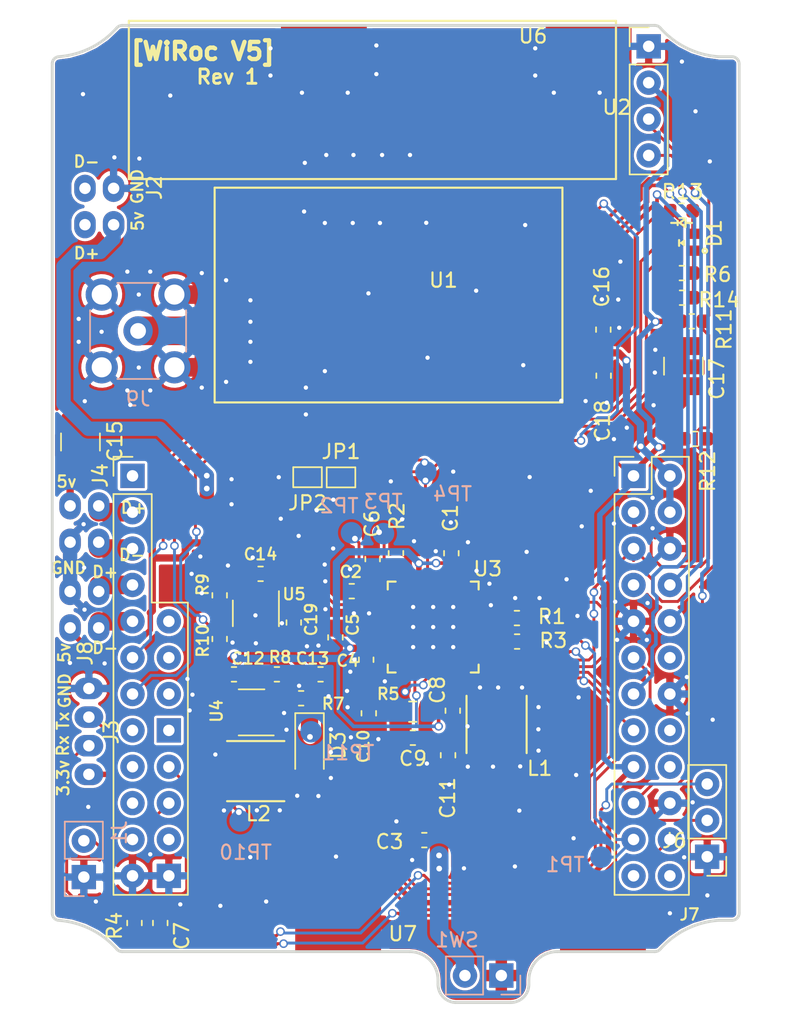
<source format=kicad_pcb>
(kicad_pcb (version 20171130) (host pcbnew 5.1.10-88a1d61d58~88~ubuntu20.04.1)
  (layers (0 F.Cu signal) (31 B.Cu signal) (34 B.Paste user) (35 F.Paste user) (36 B.SilkS user) (37 F.SilkS user) (38 B.Mask user) (39 F.Mask user) (44 Edge.Cuts user))
  (net 0 "")
  (net 1 GND)
  (net 2 IPSOUT)
  (net 3 "Net-(C2-Pad1)")
  (net 4 BAT)
  (net 5 VBUS)
  (net 6 "Net-(C6-Pad1)")
  (net 7 PWRON)
  (net 8 "Net-(C11-Pad2)")
  (net 9 "Net-(C13-Pad1)")
  (net 10 VDD_5V)
  (net 11 SYS_3.3V)
  (net 12 "Net-(D3-Pad2)")
  (net 13 "Net-(J1-Pad2)")
  (net 14 "Net-(J2-Pad2)")
  (net 15 "Net-(J2-Pad3)")
  (net 16 USBHost-DM1)
  (net 17 USBHost-DP1)
  (net 18 SDA)
  (net 19 SCK)
  (net 20 UART1_TX)
  (net 21 UART1_RX)
  (net 22 LORAAUX)
  (net 23 LORAEN)
  (net 24 IRQ)
  (net 25 N_VBUSEN)
  (net 26 "Net-(L1-Pad1)")
  (net 27 "Net-(R2-Pad2)")
  (net 28 "Net-(R3-Pad2)")
  (net 29 "Net-(R7-Pad1)")
  (net 30 "Net-(R9-Pad2)")
  (net 31 EXTEN)
  (net 32 "Net-(U3-Pad3)")
  (net 33 "Net-(U3-Pad7)")
  (net 34 "Net-(U3-Pad8)")
  (net 35 "Net-(U3-Pad9)")
  (net 36 "Net-(U3-Pad10)")
  (net 37 "Net-(U3-Pad11)")
  (net 38 "Net-(U3-Pad12)")
  (net 39 "Net-(U3-Pad14)")
  (net 40 "Net-(U3-Pad15)")
  (net 41 "Net-(U3-Pad16)")
  (net 42 "Net-(U3-Pad17)")
  (net 43 "Net-(U3-Pad18)")
  (net 44 "Net-(U3-Pad19)")
  (net 45 "Net-(U3-Pad25)")
  (net 46 "Net-(U3-Pad28)")
  (net 47 "Net-(U3-Pad29)")
  (net 48 "Net-(U3-Pad30)")
  (net 49 "Net-(U3-Pad32)")
  (net 50 "Net-(U3-Pad33)")
  (net 51 "Net-(U3-Pad36)")
  (net 52 "Net-(U3-Pad41)")
  (net 53 "Net-(U4-Pad6)")
  (net 54 "Net-(J6-Pad2)")
  (net 55 "Net-(J6-Pad3)")
  (net 56 "Net-(J7-Pad18)")
  (net 57 "Net-(J7-Pad24)")
  (net 58 "Net-(J7-Pad23)")
  (net 59 "Net-(J7-Pad16)")
  (net 60 "Net-(J7-Pad7)")
  (net 61 "Net-(J7-Pad31)")
  (net 62 "Net-(J7-Pad41)")
  (net 63 "Net-(J7-Pad40)")
  (net 64 "Net-(J7-Pad39)")
  (net 65 "Net-(J7-Pad38)")
  (net 66 "Net-(J7-Pad52)")
  (net 67 "Net-(R13-Pad2)")
  (net 68 "Net-(U1-Pad2)")
  (net 69 "Net-(U1-Pad3)")
  (net 70 "Net-(U1-Pad6)")
  (net 71 LORARS)
  (net 72 LORAMO)
  (net 73 "Net-(U1-Pad16)")
  (net 74 "Net-(U1-Pad17)")
  (net 75 "Net-(U1-Pad18)")
  (net 76 "Net-(U1-Pad19)")
  (net 77 "Net-(U1-Pad20)")
  (net 78 USBHost-DP2)
  (net 79 USBHost-DM2)
  (net 80 "Net-(J9-Pad1)")
  (net 81 "Net-(SW1-Pad1)")
  (net 82 UART2_TX)
  (net 83 UART2_RX)
  (net 84 "Net-(J7-Pad12)")
  (net 85 "Net-(D1-Pad1)")
  (net 86 "Net-(D1-Pad2)")
  (net 87 "Net-(D1-Pad3)")
  (net 88 "Net-(D1-Pad4)")
  (net 89 "Net-(JP1-Pad1)")
  (module WiRoc:VIA-0.6mm (layer F.Cu) (at 71.24 92.62 180)
    (fp_text reference REF** hide)
    (fp_text value VIA-0.6mm hide)
    (pad 1 thru_hole circle (at 0 0 180) (size 0.6 0.6) (drill 0.3) (layers *.Cu) (net 1 GND))
  )
  (module WiRoc:VIA-0.6mm (layer F.Cu) (at 67.09 87.58 180)
    (fp_text reference REF** hide)
    (fp_text value VIA-0.6mm hide)
    (pad 1 thru_hole circle (at 0 0 180) (size 0.6 0.6) (drill 0.3) (layers *.Cu) (net 1 GND))
  )
  (module WiRoc:VIA-0.6mm (layer F.Cu) (at 69.08 87.87 180)
    (fp_text reference REF** hide)
    (fp_text value VIA-0.6mm hide)
    (pad 1 thru_hole circle (at 0 0 180) (size 0.6 0.6) (drill 0.3) (layers *.Cu) (net 1 GND))
  )
  (module WiRoc:SolderJumper-2_P1.3mm_Open_Pad1.0x1.5mm-Modified (layer F.Cu) (at 68.18 78.37)
    (fp_text reference JP1 (at 0 -1.8) (layer F.SilkS))
    (fp_text value Jumper_NO_Small)
    (pad 1 smd rect (at -0.5 0) (size 0.7 1) (layers F.Cu F.Mask) (net 89 "Net-(JP1-Pad1)"))
    (pad 2 smd rect (at 0.5 0) (size 0.7 1) (layers F.Cu F.Mask) (net 11 SYS_3.3V))
  )
  (module WiRoc:SolderJumper-2_P1.3mm_Bridged2Bar_Pad1.0x1.5mm-Modified (layer F.Cu) (at 65.84 78.36 180)
    (fp_text reference JP2 (at 0 -1.8) (layer F.SilkS))
    (fp_text value Jumper_NC_Small)
    (fp_poly (pts (xy -0.25 -0.25) (xy 0.25 -0.25) (xy 0.25 0.25) (xy -0.25 0.25)) (layer F.Cu) (width 0))
    (pad 2 smd rect (at 0.5 0 180) (size 0.7 1) (layers F.Cu F.Mask) (net 1 GND))
    (pad 1 smd rect (at -0.5 0 180) (size 0.7 1) (layers F.Cu F.Mask) (net 89 "Net-(JP1-Pad1)"))
  )
  (module WiRoc:qfn48_6x6mm_Pitch0.4mm (layer F.Cu) (at 74.6202 88.8264 180)
    (fp_text reference U3 (at -3.8118 4.0644) (layer F.SilkS))
    (fp_text value AXP209)
    (pad 49 smd rect (at -1.4 1.4 180) (size 1.4 1.4) (layers F.Cu F.Paste F.Mask) (net 1 GND))
    (pad 49 smd rect (at 0 1.4 180) (size 1.4 1.4) (layers F.Cu F.Paste F.Mask) (net 1 GND))
    (pad 49 smd rect (at 1.4 1.4 180) (size 1.4 1.4) (layers F.Cu F.Paste F.Mask) (net 1 GND))
    (pad 49 smd rect (at 1.4 0 180) (size 1.4 1.4) (layers F.Cu F.Paste F.Mask) (net 1 GND))
    (pad 49 smd rect (at 0 0 180) (size 1.4 1.4) (layers F.Cu F.Paste F.Mask) (net 1 GND))
    (pad 49 smd rect (at -1.4 -1.4 180) (size 1.4 1.4) (layers F.Cu F.Paste F.Mask) (net 1 GND))
    (pad 49 smd rect (at -1.4 0 180) (size 1.4 1.4) (layers F.Cu F.Paste F.Mask) (net 1 GND))
    (pad 49 smd rect (at 0 -1.4 180) (size 1.4 1.4) (layers F.Cu F.Paste F.Mask) (net 1 GND))
    (pad 49 smd rect (at 1.4 -1.4 180) (size 1.4 1.4) (layers F.Cu F.Paste F.Mask) (net 1 GND))
    (pad 48 smd oval (at -2.2 -2.9 270) (size 0.7 0.2) (layers F.Cu F.Paste F.Mask) (net 24 IRQ))
    (pad 47 smd oval (at -1.8 -2.9 270) (size 0.7 0.2) (layers F.Cu F.Paste F.Mask) (net 7 PWRON))
    (pad 46 smd oval (at -1.4 -2.9 270) (size 0.7 0.2) (layers F.Cu F.Paste F.Mask) (net 1 GND))
    (pad 45 smd oval (at -1 -2.9 270) (size 0.7 0.2) (layers F.Cu F.Paste F.Mask) (net 26 "Net-(L1-Pad1)"))
    (pad 44 smd oval (at -0.6 -2.9 270) (size 0.7 0.2) (layers F.Cu F.Paste F.Mask) (net 2 IPSOUT))
    (pad 43 smd oval (at -0.2 -2.9 270) (size 0.7 0.2) (layers F.Cu F.Paste F.Mask) (net 8 "Net-(C11-Pad2)"))
    (pad 42 smd oval (at 0.2 -2.9 270) (size 0.7 0.2) (layers F.Cu F.Paste F.Mask) (net 4 BAT))
    (pad 41 smd oval (at 0.6 -2.9 270) (size 0.7 0.2) (layers F.Cu F.Paste F.Mask) (net 52 "Net-(U3-Pad41)"))
    (pad 40 smd oval (at 1 -2.9 270) (size 0.7 0.2) (layers F.Cu F.Paste F.Mask) (net 2 IPSOUT))
    (pad 39 smd oval (at 1.4 -2.9 270) (size 0.7 0.2) (layers F.Cu F.Paste F.Mask) (net 4 BAT))
    (pad 38 smd oval (at 1.8 -2.9 270) (size 0.7 0.2) (layers F.Cu F.Paste F.Mask) (net 4 BAT))
    (pad 37 smd oval (at 2.2 -2.9 270) (size 0.7 0.2) (layers F.Cu F.Paste F.Mask) (net 1 GND))
    (pad 36 smd oval (at 2.9 -2.2 180) (size 0.7 0.2) (layers F.Cu F.Paste F.Mask) (net 51 "Net-(U3-Pad36)"))
    (pad 35 smd oval (at 2.9 -1.8 180) (size 0.7 0.2) (layers F.Cu F.Paste F.Mask) (net 2 IPSOUT))
    (pad 34 smd oval (at 2.9 -1.4 180) (size 0.7 0.2) (layers F.Cu F.Paste F.Mask) (net 2 IPSOUT))
    (pad 33 smd oval (at 2.9 -1 180) (size 0.7 0.2) (layers F.Cu F.Paste F.Mask) (net 50 "Net-(U3-Pad33)"))
    (pad 32 smd oval (at 2.9 -0.6 180) (size 0.7 0.2) (layers F.Cu F.Paste F.Mask) (net 49 "Net-(U3-Pad32)"))
    (pad 31 smd oval (at 2.9 -0.2 180) (size 0.7 0.2) (layers F.Cu F.Paste F.Mask) (net 5 VBUS))
    (pad 30 smd oval (at 2.9 0.2 180) (size 0.7 0.2) (layers F.Cu F.Paste F.Mask) (net 48 "Net-(U3-Pad30)"))
    (pad 29 smd oval (at 2.9 0.6 180) (size 0.7 0.2) (layers F.Cu F.Paste F.Mask) (net 47 "Net-(U3-Pad29)"))
    (pad 28 smd oval (at 2.9 1 180) (size 0.7 0.2) (layers F.Cu F.Paste F.Mask) (net 46 "Net-(U3-Pad28)"))
    (pad 27 smd oval (at 2.9 1.4 180) (size 0.7 0.2) (layers F.Cu F.Paste F.Mask) (net 89 "Net-(JP1-Pad1)"))
    (pad 26 smd oval (at 2.9 1.8 180) (size 0.7 0.2) (layers F.Cu F.Paste F.Mask) (net 3 "Net-(C2-Pad1)"))
    (pad 25 smd oval (at 2.9 2.2 180) (size 0.7 0.2) (layers F.Cu F.Paste F.Mask) (net 45 "Net-(U3-Pad25)"))
    (pad 24 smd oval (at 2.2 2.9 270) (size 0.7 0.2) (layers F.Cu F.Paste F.Mask) (net 6 "Net-(C6-Pad1)"))
    (pad 23 smd oval (at 1.8 2.9 270) (size 0.7 0.2) (layers F.Cu F.Paste F.Mask) (net 27 "Net-(R2-Pad2)"))
    (pad 22 smd oval (at 1.4 2.9 270) (size 0.7 0.2) (layers F.Cu F.Paste F.Mask) (net 1 GND))
    (pad 21 smd oval (at 1 2.9 270) (size 0.7 0.2) (layers F.Cu F.Paste F.Mask) (net 2 IPSOUT))
    (pad 20 smd oval (at 0.6 2.9 270) (size 0.7 0.2) (layers F.Cu F.Paste F.Mask) (net 31 EXTEN))
    (pad 19 smd oval (at 0.2 2.9 270) (size 0.7 0.2) (layers F.Cu F.Paste F.Mask) (net 44 "Net-(U3-Pad19)"))
    (pad 18 smd oval (at -0.2 2.9 270) (size 0.7 0.2) (layers F.Cu F.Paste F.Mask) (net 43 "Net-(U3-Pad18)"))
    (pad 17 smd oval (at -0.6 2.9 270) (size 0.7 0.2) (layers F.Cu F.Paste F.Mask) (net 42 "Net-(U3-Pad17)"))
    (pad 16 smd oval (at -1 2.9 270) (size 0.7 0.2) (layers F.Cu F.Paste F.Mask) (net 41 "Net-(U3-Pad16)"))
    (pad 15 smd oval (at -1.4 2.9 270) (size 0.7 0.2) (layers F.Cu F.Paste F.Mask) (net 40 "Net-(U3-Pad15)"))
    (pad 14 smd oval (at -1.8 2.9 270) (size 0.7 0.2) (layers F.Cu F.Paste F.Mask) (net 39 "Net-(U3-Pad14)"))
    (pad 13 smd oval (at -2.2 2.9 270) (size 0.7 0.2) (layers F.Cu F.Paste F.Mask) (net 2 IPSOUT))
    (pad 12 smd oval (at -2.9 2.2 180) (size 0.7 0.2) (layers F.Cu F.Paste F.Mask) (net 38 "Net-(U3-Pad12)"))
    (pad 11 smd oval (at -2.9 1.8 180) (size 0.7 0.2) (layers F.Cu F.Paste F.Mask) (net 37 "Net-(U3-Pad11)"))
    (pad 10 smd oval (at -2.9 1.4 180) (size 0.7 0.2) (layers F.Cu F.Paste F.Mask) (net 36 "Net-(U3-Pad10)"))
    (pad 9 smd oval (at -2.9 1 180) (size 0.7 0.2) (layers F.Cu F.Paste F.Mask) (net 35 "Net-(U3-Pad9)"))
    (pad 8 smd oval (at -2.9 0.6 180) (size 0.7 0.2) (layers F.Cu F.Paste F.Mask) (net 34 "Net-(U3-Pad8)"))
    (pad 7 smd oval (at -2.9 0.2 180) (size 0.7 0.2) (layers F.Cu F.Paste F.Mask) (net 33 "Net-(U3-Pad7)"))
    (pad 6 smd oval (at -2.9 -0.2 180) (size 0.7 0.2) (layers F.Cu F.Paste F.Mask) (net 25 N_VBUSEN))
    (pad 5 smd oval (at -2.9 -0.6 180) (size 0.7 0.2) (layers F.Cu F.Paste F.Mask) (net 7 PWRON))
    (pad 4 smd oval (at -2.9 -1 180) (size 0.7 0.2) (layers F.Cu F.Paste F.Mask) (net 28 "Net-(R3-Pad2)"))
    (pad 3 smd oval (at -2.9 -1.4 180) (size 0.7 0.2) (layers F.Cu F.Paste F.Mask) (net 32 "Net-(U3-Pad3)"))
    (pad 2 smd oval (at -2.9 -1.8 180) (size 0.7 0.2) (layers F.Cu F.Paste F.Mask) (net 19 SCK))
    (pad 1 smd oval (at -2.9 -2.2 180) (size 0.7 0.2) (layers F.Cu F.Paste F.Mask) (net 18 SDA))
  )
  (module WiRoc:VIA-0.6mm (layer F.Cu) (at 50.52 101.39 90)
    (fp_text reference REF** hide)
    (fp_text value VIA-0.6mm hide)
    (pad 1 thru_hole circle (at 0 0 90) (size 0.6 0.6) (drill 0.3) (layers *.Cu) (net 1 GND))
  )
  (module WiRoc:VIA-0.6mm (layer F.Cu) (at 68.87 96.53 180)
    (fp_text reference REF** hide)
    (fp_text value VIA-0.6mm hide)
    (pad 1 thru_hole circle (at 0 0 180) (size 0.6 0.6) (drill 0.3) (layers *.Cu) (net 1 GND))
  )
  (module WiRoc:VIA-0.6mm (layer F.Cu) (at 66.48 80.67 180)
    (fp_text reference REF** hide)
    (fp_text value VIA-0.6mm hide)
    (pad 1 thru_hole circle (at 0 0 180) (size 0.6 0.6) (drill 0.3) (layers *.Cu) (net 1 GND))
  )
  (module WiRoc:VIA-0.6mm (layer F.Cu) (at 70.14 87.87 180)
    (fp_text reference REF** hide)
    (fp_text value VIA-0.6mm hide)
    (pad 1 thru_hole circle (at 0 0 180) (size 0.6 0.6) (drill 0.3) (layers *.Cu) (net 1 GND))
  )
  (module WiRoc:VIA-0.6mm (layer F.Cu) (at 73.28 82.83 180)
    (fp_text reference REF** hide)
    (fp_text value VIA-0.6mm hide)
    (pad 1 thru_hole circle (at 0 0 180) (size 0.6 0.6) (drill 0.3) (layers *.Cu) (net 1 GND))
  )
  (module WiRoc:VIA-0.6mm (layer F.Cu) (at 84.78 93.74)
    (fp_text reference REF** hide)
    (fp_text value VIA-0.6mm hide)
    (pad 1 thru_hole circle (at 0 0) (size 0.6 0.6) (drill 0.3) (layers *.Cu) (net 1 GND))
  )
  (module WiRoc:VIA-0.6mm (layer F.Cu) (at 84.61 99.16)
    (fp_text reference REF** hide)
    (fp_text value VIA-0.6mm hide)
    (pad 1 thru_hole circle (at 0 0) (size 0.6 0.6) (drill 0.3) (layers *.Cu) (net 1 GND))
  )
  (module WiRoc:VIA-0.6mm (layer F.Cu) (at 80.64 101.65)
    (fp_text reference REF** hide)
    (fp_text value VIA-0.6mm hide)
    (pad 1 thru_hole circle (at 0 0) (size 0.6 0.6) (drill 0.3) (layers *.Cu) (net 1 GND))
  )
  (module WiRoc:VIA-0.6mm (layer F.Cu) (at 84.43 103.58)
    (fp_text reference REF** hide)
    (fp_text value VIA-0.6mm hide)
    (pad 1 thru_hole circle (at 0 0) (size 0.6 0.6) (drill 0.3) (layers *.Cu) (net 1 GND))
  )
  (module WiRoc:VIA-0.6mm (layer F.Cu) (at 80.33 105.55)
    (fp_text reference REF** hide)
    (fp_text value VIA-0.6mm hide)
    (pad 1 thru_hole circle (at 0 0) (size 0.6 0.6) (drill 0.3) (layers *.Cu) (net 1 GND))
  )
  (module WiRoc:VIA-0.6mm (layer F.Cu) (at 76.77 105.68)
    (fp_text reference REF** hide)
    (fp_text value VIA-0.6mm hide)
    (pad 1 thru_hole circle (at 0 0) (size 0.6 0.6) (drill 0.3) (layers *.Cu) (net 1 GND))
  )
  (module WiRoc:VIA-0.6mm (layer F.Cu) (at 89.6 87.15)
    (fp_text reference REF** hide)
    (fp_text value VIA-0.6mm hide)
    (pad 1 thru_hole circle (at 0 0) (size 0.6 0.6) (drill 0.3) (layers *.Cu) (net 1 GND))
  )
  (module WiRoc:VIA-0.6mm (layer F.Cu) (at 87.7 63.3)
    (fp_text reference REF** hide)
    (fp_text value VIA-0.6mm hide)
    (pad 1 thru_hole circle (at 0 0) (size 0.6 0.6) (drill 0.3) (layers *.Cu) (net 1 GND))
  )
  (module WiRoc:VIA-0.6mm (layer F.Cu) (at 68.83 91.95 180)
    (fp_text reference REF** hide)
    (fp_text value VIA-0.6mm hide)
    (pad 1 thru_hole circle (at 0 0 180) (size 0.6 0.6) (drill 0.3) (layers *.Cu) (net 1 GND))
  )
  (module WiRoc:VIA-0.6mm (layer F.Cu) (at 64.05 88.56 180)
    (fp_text reference REF** hide)
    (fp_text value VIA-0.6mm hide)
    (pad 1 thru_hole circle (at 0 0 180) (size 0.6 0.6) (drill 0.3) (layers *.Cu) (net 1 GND))
  )
  (module WiRoc:VIA-0.6mm (layer F.Cu) (at 62.2 88.01 180)
    (fp_text reference REF** hide)
    (fp_text value VIA-0.6mm hide)
    (pad 1 thru_hole circle (at 0 0 180) (size 0.6 0.6) (drill 0.3) (layers *.Cu) (net 1 GND))
  )
  (module WiRoc:VIA-0.6mm (layer F.Cu) (at 65.25 92.93 90)
    (fp_text reference REF** hide)
    (fp_text value VIA-0.6mm hide)
    (pad 1 thru_hole circle (at 0 0 90) (size 0.6 0.6) (drill 0.3) (layers *.Cu) (net 1 GND))
  )
  (module WiRoc:VIA-0.6mm (layer F.Cu) (at 58.45 86.46 90)
    (fp_text reference REF** hide)
    (fp_text value VIA-0.6mm hide)
    (pad 1 thru_hole circle (at 0 0 90) (size 0.6 0.6) (drill 0.3) (layers *.Cu) (net 1 GND))
  )
  (module WiRoc:VIA-0.6mm (layer F.Cu) (at 62.01 83.97 90)
    (fp_text reference REF** hide)
    (fp_text value VIA-0.6mm hide)
    (pad 1 thru_hole circle (at 0 0 90) (size 0.6 0.6) (drill 0.3) (layers *.Cu) (net 1 GND))
  )
  (module WiRoc:VIA-0.6mm (layer F.Cu) (at 58.35 83.9 90)
    (fp_text reference REF** hide)
    (fp_text value VIA-0.6mm hide)
    (pad 1 thru_hole circle (at 0 0 90) (size 0.6 0.6) (drill 0.3) (layers *.Cu) (net 1 GND))
  )
  (module WiRoc:VIA-0.6mm (layer F.Cu) (at 60.53 78.5 90)
    (fp_text reference REF** hide)
    (fp_text value VIA-0.6mm hide)
    (pad 1 thru_hole circle (at 0 0 90) (size 0.6 0.6) (drill 0.3) (layers *.Cu) (net 1 GND))
  )
  (module WiRoc:VIA-0.6mm (layer F.Cu) (at 60.28 84.53 90)
    (fp_text reference REF** hide)
    (fp_text value VIA-0.6mm hide)
    (pad 1 thru_hole circle (at 0 0 90) (size 0.6 0.6) (drill 0.3) (layers *.Cu) (net 1 GND))
  )
  (module WiRoc:VIA-0.6mm (layer F.Cu) (at 71.66 78.65 90)
    (fp_text reference REF** hide)
    (fp_text value VIA-0.6mm hide)
    (pad 1 thru_hole circle (at 0 0 90) (size 0.6 0.6) (drill 0.3) (layers *.Cu) (net 1 GND))
  )
  (module WiRoc:VIA-0.6mm (layer F.Cu) (at 57.74 85.11 90)
    (fp_text reference REF** hide)
    (fp_text value VIA-0.6mm hide)
    (pad 1 thru_hole circle (at 0 0 90) (size 0.6 0.6) (drill 0.3) (layers *.Cu) (net 1 GND))
  )
  (module WiRoc:VIA-0.6mm (layer F.Cu) (at 56.95 108.2 90)
    (fp_text reference REF** hide)
    (fp_text value VIA-0.6mm hide)
    (pad 1 thru_hole circle (at 0 0 90) (size 0.6 0.6) (drill 0.3) (layers *.Cu) (net 1 GND))
  )
  (module WiRoc:VIA-0.6mm (layer F.Cu) (at 54.85 104.7 90)
    (fp_text reference REF** hide)
    (fp_text value VIA-0.6mm hide)
    (pad 1 thru_hole circle (at 0 0 90) (size 0.6 0.6) (drill 0.3) (layers *.Cu) (net 1 GND))
  )
  (module WiRoc:VIA-0.6mm (layer F.Cu) (at 62.95 108 90)
    (fp_text reference REF** hide)
    (fp_text value VIA-0.6mm hide)
    (pad 1 thru_hole circle (at 0 0 90) (size 0.6 0.6) (drill 0.3) (layers *.Cu) (net 1 GND))
  )
  (module WiRoc:VIA-0.6mm (layer F.Cu) (at 81.75 48.4)
    (fp_text reference REF** hide)
    (fp_text value VIA-0.6mm hide)
    (pad 1 thru_hole circle (at 0 0) (size 0.6 0.6) (drill 0.3) (layers *.Cu) (net 1 GND))
  )
  (module WiRoc:VIA-0.6mm (layer F.Cu) (at 63.25 50.3)
    (fp_text reference REF** hide)
    (fp_text value VIA-0.6mm hide)
    (pad 1 thru_hole circle (at 0 0) (size 0.6 0.6) (drill 0.3) (layers *.Cu) (net 1 GND))
  )
  (module WiRoc:VIA-0.6mm (layer F.Cu) (at 63.25 48.4)
    (fp_text reference REF** hide)
    (fp_text value VIA-0.6mm hide)
    (pad 1 thru_hole circle (at 0 0) (size 0.6 0.6) (drill 0.3) (layers *.Cu) (net 1 GND))
  )
  (module WiRoc:VIA-0.6mm (layer F.Cu) (at 65.45 51.5)
    (fp_text reference REF** hide)
    (fp_text value VIA-0.6mm hide)
    (pad 1 thru_hole circle (at 0 0) (size 0.6 0.6) (drill 0.3) (layers *.Cu) (net 1 GND))
  )
  (module WiRoc:VIA-0.6mm (layer F.Cu) (at 68.65 51.5)
    (fp_text reference REF** hide)
    (fp_text value VIA-0.6mm hide)
    (pad 1 thru_hole circle (at 0 0) (size 0.6 0.6) (drill 0.3) (layers *.Cu) (net 1 GND))
  )
  (module WiRoc:VIA-0.6mm (layer F.Cu) (at 70.65 50.2)
    (fp_text reference REF** hide)
    (fp_text value VIA-0.6mm hide)
    (pad 1 thru_hole circle (at 0 0) (size 0.6 0.6) (drill 0.3) (layers *.Cu) (net 1 GND))
  )
  (module WiRoc:VIA-0.6mm (layer F.Cu) (at 70.65 48.2)
    (fp_text reference REF** hide)
    (fp_text value VIA-0.6mm hide)
    (pad 1 thru_hole circle (at 0 0) (size 0.6 0.6) (drill 0.3) (layers *.Cu) (net 1 GND))
  )
  (module WiRoc:VIA-0.6mm (layer F.Cu) (at 81.75 50.3)
    (fp_text reference REF** hide)
    (fp_text value VIA-0.6mm hide)
    (pad 1 thru_hole circle (at 0 0) (size 0.6 0.6) (drill 0.3) (layers *.Cu) (net 1 GND))
  )
  (module WiRoc:VIA-0.6mm (layer F.Cu) (at 83.05 51.5)
    (fp_text reference REF** hide)
    (fp_text value VIA-0.6mm hide)
    (pad 1 thru_hole circle (at 0 0) (size 0.6 0.6) (drill 0.3) (layers *.Cu) (net 1 GND))
  )
  (module WiRoc:VIA-0.6mm (layer F.Cu) (at 86.25 51.5)
    (fp_text reference REF** hide)
    (fp_text value VIA-0.6mm hide)
    (pad 1 thru_hole circle (at 0 0) (size 0.6 0.6) (drill 0.3) (layers *.Cu) (net 1 GND))
  )
  (module WiRoc:VIA-0.6mm (layer F.Cu) (at 49.85 68.9)
    (fp_text reference REF** hide)
    (fp_text value VIA-0.6mm hide)
    (pad 1 thru_hole circle (at 0 0) (size 0.6 0.6) (drill 0.3) (layers *.Cu) (net 1 GND))
  )
  (module WiRoc:VIA-0.6mm (layer F.Cu) (at 49.85 67.3)
    (fp_text reference REF** hide)
    (fp_text value VIA-0.6mm hide)
    (pad 1 thru_hole circle (at 0 0) (size 0.6 0.6) (drill 0.3) (layers *.Cu) (net 1 GND))
  )
  (module WiRoc:VIA-0.6mm (layer F.Cu) (at 51.45 68.2)
    (fp_text reference REF** hide)
    (fp_text value VIA-0.6mm hide)
    (pad 1 thru_hole circle (at 0 0) (size 0.6 0.6) (drill 0.3) (layers *.Cu) (net 1 GND))
  )
  (module WiRoc:VIA-0.6mm (layer F.Cu) (at 53.25 72.3)
    (fp_text reference REF** hide)
    (fp_text value VIA-0.6mm hide)
    (pad 1 thru_hole circle (at 0 0) (size 0.6 0.6) (drill 0.3) (layers *.Cu) (net 1 GND))
  )
  (module WiRoc:VIA-0.6mm (layer F.Cu) (at 54.85 72.3)
    (fp_text reference REF** hide)
    (fp_text value VIA-0.6mm hide)
    (pad 1 thru_hole circle (at 0 0) (size 0.6 0.6) (drill 0.3) (layers *.Cu) (net 1 GND))
  )
  (module WiRoc:VIA-0.6mm (layer F.Cu) (at 53.25 64)
    (fp_text reference REF** hide)
    (fp_text value VIA-0.6mm hide)
    (pad 1 thru_hole circle (at 0 0) (size 0.6 0.6) (drill 0.3) (layers *.Cu) (net 1 GND))
  )
  (module WiRoc:VIA-0.6mm (layer F.Cu) (at 54.05 65.6)
    (fp_text reference REF** hide)
    (fp_text value VIA-0.6mm hide)
    (pad 1 thru_hole circle (at 0 0) (size 0.6 0.6) (drill 0.3) (layers *.Cu) (net 1 GND))
  )
  (module WiRoc:VIA-0.6mm (layer F.Cu) (at 54.05 70.7)
    (fp_text reference REF** hide)
    (fp_text value VIA-0.6mm hide)
    (pad 1 thru_hole circle (at 0 0) (size 0.6 0.6) (drill 0.3) (layers *.Cu) (net 1 GND))
  )
  (module WiRoc:VIA-0.6mm (layer F.Cu) (at 61.85 70.3)
    (fp_text reference REF** hide)
    (fp_text value VIA-0.6mm hide)
    (pad 1 thru_hole circle (at 0 0) (size 0.6 0.6) (drill 0.3) (layers *.Cu) (net 1 GND))
  )
  (module WiRoc:VIA-0.6mm (layer F.Cu) (at 61.85 68.9)
    (fp_text reference REF** hide)
    (fp_text value VIA-0.6mm hide)
    (pad 1 thru_hole circle (at 0 0) (size 0.6 0.6) (drill 0.3) (layers *.Cu) (net 1 GND))
  )
  (module WiRoc:VIA-0.6mm (layer F.Cu) (at 60.15 71.7)
    (fp_text reference REF** hide)
    (fp_text value VIA-0.6mm hide)
    (pad 1 thru_hole circle (at 0 0) (size 0.6 0.6) (drill 0.3) (layers *.Cu) (net 1 GND))
  )
  (module WiRoc:VIA-0.6mm (layer F.Cu) (at 86.15 75.7)
    (fp_text reference REF** hide)
    (fp_text value VIA-0.6mm hide)
    (pad 1 thru_hole circle (at 0 0) (size 0.6 0.6) (drill 0.3) (layers *.Cu) (net 1 GND))
  )
  (module WiRoc:VIA-0.6mm (layer F.Cu) (at 87.25 75.7)
    (fp_text reference REF** hide)
    (fp_text value VIA-0.6mm hide)
    (pad 1 thru_hole circle (at 0 0) (size 0.6 0.6) (drill 0.3) (layers *.Cu) (net 1 GND))
  )
  (module WiRoc:VIA-0.6mm (layer F.Cu) (at 88.15 74.9)
    (fp_text reference REF** hide)
    (fp_text value VIA-0.6mm hide)
    (pad 1 thru_hole circle (at 0 0) (size 0.6 0.6) (drill 0.3) (layers *.Cu) (net 1 GND))
  )
  (module WiRoc:VIA-0.6mm (layer F.Cu) (at 87.25 81.6)
    (fp_text reference REF** hide)
    (fp_text value VIA-0.6mm hide)
    (pad 1 thru_hole circle (at 0 0) (size 0.6 0.6) (drill 0.3) (layers *.Cu) (net 1 GND))
  )
  (module WiRoc:VIA-0.6mm (layer F.Cu) (at 89.95 79.8)
    (fp_text reference REF** hide)
    (fp_text value VIA-0.6mm hide)
    (pad 1 thru_hole circle (at 0 0) (size 0.6 0.6) (drill 0.3) (layers *.Cu) (net 1 GND))
  )
  (module WiRoc:VIA-0.6mm (layer F.Cu) (at 89.55 89.725)
    (fp_text reference REF** hide)
    (fp_text value VIA-0.6mm hide)
    (pad 1 thru_hole circle (at 0 0) (size 0.6 0.6) (drill 0.3) (layers *.Cu) (net 1 GND))
  )
  (module WiRoc:VIA-0.6mm (layer F.Cu) (at 89.95 81.925)
    (fp_text reference REF** hide)
    (fp_text value VIA-0.6mm hide)
    (pad 1 thru_hole circle (at 0 0) (size 0.6 0.6) (drill 0.3) (layers *.Cu) (net 1 GND))
  )
  (module WiRoc:VIA-0.6mm (layer F.Cu) (at 50.275 73.05)
    (fp_text reference REF** hide)
    (fp_text value VIA-0.6mm hide)
    (pad 1 thru_hole circle (at 0 0) (size 0.6 0.6) (drill 0.3) (layers *.Cu) (net 1 GND))
  )
  (module WiRoc:VIA-0.6mm (layer F.Cu) (at 86.75 73.15)
    (fp_text reference REF** hide)
    (fp_text value VIA-0.6mm hide)
    (pad 1 thru_hole circle (at 0 0) (size 0.6 0.6) (drill 0.3) (layers *.Cu) (net 1 GND))
  )
  (module WiRoc:VIA-0.6mm (layer F.Cu) (at 65.6 59.8 270)
    (fp_text reference REF** hide)
    (fp_text value VIA-0.6mm hide)
    (pad 1 thru_hole circle (at 0 0 270) (size 0.6 0.6) (drill 0.3) (layers *.Cu) (net 1 GND))
  )
  (module WiRoc:VIA-0.6mm (layer F.Cu) (at 70.9 60.6 270)
    (fp_text reference REF** hide)
    (fp_text value VIA-0.6mm hide)
    (pad 1 thru_hole circle (at 0 0 270) (size 0.6 0.6) (drill 0.3) (layers *.Cu) (net 1 GND))
  )
  (module WiRoc:VIA-0.6mm (layer F.Cu) (at 67.05 60.6 270)
    (fp_text reference REF** hide)
    (fp_text value VIA-0.6mm hide)
    (pad 1 thru_hole circle (at 0 0 270) (size 0.6 0.6) (drill 0.3) (layers *.Cu) (net 1 GND))
  )
  (module WiRoc:VIA-0.6mm (layer F.Cu) (at 73 55.85 270)
    (fp_text reference REF** hide)
    (fp_text value VIA-0.6mm hide)
    (pad 1 thru_hole circle (at 0 0 270) (size 0.6 0.6) (drill 0.3) (layers *.Cu) (net 1 GND))
  )
  (module WiRoc:VIA-0.6mm (layer F.Cu) (at 71.05 55.85 270)
    (fp_text reference REF** hide)
    (fp_text value VIA-0.6mm hide)
    (pad 1 thru_hole circle (at 0 0 270) (size 0.6 0.6) (drill 0.3) (layers *.Cu) (net 1 GND))
  )
  (module WiRoc:VIA-0.6mm (layer F.Cu) (at 69.05 55.85 270)
    (fp_text reference REF** hide)
    (fp_text value VIA-0.6mm hide)
    (pad 1 thru_hole circle (at 0 0 270) (size 0.6 0.6) (drill 0.3) (layers *.Cu) (net 1 GND))
  )
  (module WiRoc:VIA-0.6mm (layer F.Cu) (at 67.15 55.85 270)
    (fp_text reference REF** hide)
    (fp_text value VIA-0.6mm hide)
    (pad 1 thru_hole circle (at 0 0 270) (size 0.6 0.6) (drill 0.3) (layers *.Cu) (net 1 GND))
  )
  (module WiRoc:VIA-0.6mm (layer F.Cu) (at 65.65 56.4 270)
    (fp_text reference REF** hide)
    (fp_text value VIA-0.6mm hide)
    (pad 1 thru_hole circle (at 0 0 270) (size 0.6 0.6) (drill 0.3) (layers *.Cu) (net 1 GND))
  )
  (module WiRoc:VIA-0.6mm (layer F.Cu) (at 69.11 91.1 180)
    (fp_text reference REF** hide)
    (fp_text value VIA-0.6mm hide)
    (pad 1 thru_hole circle (at 0 0 180) (size 0.6 0.6) (drill 0.3) (layers *.Cu) (net 1 GND))
  )
  (module WiRoc:VIA-0.6mm (layer F.Cu) (at 82.55 89.9 180)
    (fp_text reference REF** hide)
    (fp_text value VIA-0.6mm hide)
    (pad 1 thru_hole circle (at 0 0 180) (size 0.6 0.6) (drill 0.3) (layers *.Cu) (net 1 GND))
  )
  (module WiRoc:VIA-0.6mm (layer F.Cu) (at 72.05 102.4 90)
    (fp_text reference REF** hide)
    (fp_text value VIA-0.6mm hide)
    (pad 1 thru_hole circle (at 0 0 90) (size 0.6 0.6) (drill 0.3) (layers *.Cu) (net 1 GND))
  )
  (module WiRoc:VIA-0.6mm (layer F.Cu) (at 62.3 101.63 180)
    (fp_text reference REF** hide)
    (fp_text value VIA-0.6mm hide)
    (pad 1 thru_hole circle (at 0 0 180) (size 0.6 0.6) (drill 0.3) (layers *.Cu) (net 1 GND))
  )
  (module WiRoc:VIA-0.6mm (layer F.Cu) (at 65.725 72.1)
    (fp_text reference REF** hide)
    (fp_text value VIA-0.6mm hide)
    (pad 1 thru_hole circle (at 0 0) (size 0.6 0.6) (drill 0.3) (layers *.Cu) (net 1 GND))
  )
  (module WiRoc:VIA-0.6mm (layer F.Cu) (at 65.725 73.975)
    (fp_text reference REF** hide)
    (fp_text value VIA-0.6mm hide)
    (pad 1 thru_hole circle (at 0 0) (size 0.6 0.6) (drill 0.3) (layers *.Cu) (net 1 GND))
  )
  (module WiRoc:VIA-0.6mm (layer F.Cu) (at 77.04 98.58)
    (fp_text reference REF** hide)
    (fp_text value VIA-0.6mm hide)
    (pad 1 thru_hole circle (at 0 0) (size 0.6 0.6) (drill 0.3) (layers *.Cu) (net 1 GND))
  )
  (module WiRoc:VIA-0.6mm (layer F.Cu) (at 75.74 99.83)
    (fp_text reference REF** hide)
    (fp_text value VIA-0.6mm hide)
    (pad 1 thru_hole circle (at 0 0) (size 0.6 0.6) (drill 0.3) (layers *.Cu) (net 1 GND))
  )
  (module WiRoc:VIA-0.6mm (layer F.Cu) (at 74.18 98.36)
    (fp_text reference REF** hide)
    (fp_text value VIA-0.6mm hide)
    (pad 1 thru_hole circle (at 0 0) (size 0.6 0.6) (drill 0.3) (layers *.Cu) (net 1 GND))
  )
  (module WiRoc:VIA-0.6mm (layer F.Cu) (at 87.55 65.95)
    (fp_text reference REF** hide)
    (fp_text value VIA-0.6mm hide)
    (pad 1 thru_hole circle (at 0 0) (size 0.6 0.6) (drill 0.3) (layers *.Cu) (net 1 GND))
  )
  (module WiRoc:VIA-0.6mm (layer F.Cu) (at 90.02 73.33)
    (fp_text reference REF** hide)
    (fp_text value VIA-0.6mm hide)
    (pad 1 thru_hole circle (at 0 0) (size 0.6 0.6) (drill 0.3) (layers *.Cu) (net 1 GND))
  )
  (module WiRoc:VIA-0.6mm (layer F.Cu) (at 90.11 71.05)
    (fp_text reference REF** hide)
    (fp_text value VIA-0.6mm hide)
    (pad 1 thru_hole circle (at 0 0) (size 0.6 0.6) (drill 0.3) (layers *.Cu) (net 1 GND))
  )
  (module WiRoc:VIA-0.6mm (layer F.Cu) (at 90.14 69.46)
    (fp_text reference REF** hide)
    (fp_text value VIA-0.6mm hide)
    (pad 1 thru_hole circle (at 0 0) (size 0.6 0.6) (drill 0.3) (layers *.Cu) (net 1 GND))
  )
  (module WiRoc:VIA-0.6mm (layer F.Cu) (at 85.27 73.04)
    (fp_text reference REF** hide)
    (fp_text value VIA-0.6mm hide)
    (pad 1 thru_hole circle (at 0 0) (size 0.6 0.6) (drill 0.3) (layers *.Cu) (net 1 GND))
  )
  (module WiRoc:VIA-0.6mm (layer F.Cu) (at 87.62 67.92)
    (fp_text reference REF** hide)
    (fp_text value VIA-0.6mm hide)
    (pad 1 thru_hole circle (at 0 0) (size 0.6 0.6) (drill 0.3) (layers *.Cu) (net 1 GND))
  )
  (module WiRoc:VIA-0.6mm (layer F.Cu) (at 86.41 65.94)
    (fp_text reference REF** hide)
    (fp_text value VIA-0.6mm hide)
    (pad 1 thru_hole circle (at 0 0) (size 0.6 0.6) (drill 0.3) (layers *.Cu) (net 1 GND))
  )
  (module WiRoc:VIA-0.6mm (layer F.Cu) (at 83.57 73.02)
    (fp_text reference REF** hide)
    (fp_text value VIA-0.6mm hide)
    (pad 1 thru_hole circle (at 0 0) (size 0.6 0.6) (drill 0.3) (layers *.Cu) (net 1 GND))
  )
  (module WiRoc:LED_Dual_1.7_1.6 (layer F.Cu) (at 92.00282 61.94558)
    (fp_text reference D1 (at 2.25718 -0.62558 90) (layer F.SilkS))
    (fp_text value LED_DUAL_ACCA)
    (pad 4 smd rect (at 0.8 -0.59) (size 1 0.72) (layers F.Cu F.Paste F.Mask) (net 88 "Net-(D1-Pad4)"))
    (pad 3 smd rect (at -0.8 -0.59) (size 1 0.72) (layers F.Cu F.Paste F.Mask) (net 87 "Net-(D1-Pad3)"))
    (pad 2 smd rect (at -0.8 0.59) (size 1 0.72) (layers F.Cu F.Paste F.Mask) (net 86 "Net-(D1-Pad2)"))
    (pad 1 smd rect (at 0.8 0.59) (size 1 0.72) (layers F.Cu F.Paste F.Mask) (net 85 "Net-(D1-Pad1)"))
  )
  (module WiRoc:VIA-0.6mm (layer F.Cu) (at 78.8 98.58)
    (fp_text reference REF** hide)
    (fp_text value VIA-0.6mm hide)
    (pad 1 thru_hole circle (at 0 0) (size 0.6 0.6) (drill 0.3) (layers *.Cu) (net 1 GND))
  )
  (module WiRoc:VIA-0.6mm (layer F.Cu) (at 73.15 105.1 90)
    (fp_text reference REF** hide)
    (fp_text value VIA-0.6mm hide)
    (pad 1 thru_hole circle (at 0 0 90) (size 0.6 0.6) (drill 0.3) (layers *.Cu) (net 1 GND))
  )
  (module WiRoc:NanoPiNeoAirAllPins (layer F.Cu) (at 72.39 92.24)
    (fp_text reference J7 (at 20.14 16.67) (layer F.SilkS) (effects (font (size 0.8 0.8))))
    (fp_text value NanoPIAir)
    (pad 15 thru_hole oval (at 16.23 3.805) (size 1.7 1.7) (drill 0.8) (layers *.Cu *.Mask) (net 24 IRQ))
    (pad 5 thru_hole oval (at 16.23 -8.895) (size 1.7 1.7) (drill 0.8) (layers *.Cu *.Mask) (net 19 SCK))
    (pad 22 thru_hole oval (at 18.77 11.425) (size 1.7 1.7) (drill 0.8) (layers *.Cu *.Mask) (net 83 UART2_RX))
    (pad 21 thru_hole oval (at 16.23 11.425) (size 1.7 1.7) (drill 0.8) (layers *.Cu *.Mask) (net 25 N_VBUSEN))
    (pad 18 thru_hole oval (at 18.77 6.345) (size 1.7 1.7) (drill 0.8) (layers *.Cu *.Mask) (net 56 "Net-(J7-Pad18)"))
    (pad 19 thru_hole oval (at 16.23 8.885) (size 1.7 1.7) (drill 0.8) (layers *.Cu *.Mask) (net 22 LORAAUX))
    (pad 13 thru_hole oval (at 16.23 1.265) (size 1.7 1.7) (drill 0.8) (layers *.Cu *.Mask) (net 23 LORAEN))
    (pad 24 thru_hole oval (at 18.77 13.965) (size 1.7 1.7) (drill 0.8) (layers *.Cu *.Mask) (net 57 "Net-(J7-Pad24)"))
    (pad 11 thru_hole oval (at 16.23 -1.275) (size 1.7 1.7) (drill 0.8) (layers *.Cu *.Mask) (net 82 UART2_TX))
    (pad 14 thru_hole oval (at 18.77 1.265) (size 1.7 1.7) (drill 0.8) (layers *.Cu *.Mask) (net 1 GND))
    (pad 20 thru_hole oval (at 18.77 8.885) (size 1.7 1.7) (drill 0.8) (layers *.Cu *.Mask) (net 1 GND))
    (pad 10 thru_hole oval (at 18.77 -3.815) (size 1.7 1.7) (drill 0.8) (layers *.Cu *.Mask) (net 21 UART1_RX))
    (pad 23 thru_hole oval (at 16.23 13.965) (size 1.7 1.7) (drill 0.8) (layers *.Cu *.Mask) (net 58 "Net-(J7-Pad23)"))
    (pad 16 thru_hole oval (at 18.77 3.805) (size 1.7 1.7) (drill 0.8) (layers *.Cu *.Mask) (net 59 "Net-(J7-Pad16)"))
    (pad 17 thru_hole oval (at 16.23 6.345) (size 1.7 1.7) (drill 0.8) (layers *.Cu *.Mask) (net 11 SYS_3.3V))
    (pad 6 thru_hole oval (at 18.77 -8.895) (size 1.7 1.7) (drill 0.8) (layers *.Cu *.Mask) (net 1 GND))
    (pad 12 thru_hole oval (at 18.77 -1.275) (size 1.7 1.7) (drill 0.8) (layers *.Cu *.Mask) (net 84 "Net-(J7-Pad12)"))
    (pad 9 thru_hole oval (at 16.23 -3.815) (size 1.7 1.7) (drill 0.8) (layers *.Cu *.Mask) (net 1 GND))
    (pad 1 thru_hole rect (at 16.23 -13.975) (size 1.7 1.7) (drill 0.8) (layers *.Cu *.Mask) (net 11 SYS_3.3V))
    (pad 7 thru_hole oval (at 16.23 -6.355) (size 1.7 1.7) (drill 0.8) (layers *.Cu *.Mask) (net 60 "Net-(J7-Pad7)"))
    (pad 4 thru_hole oval (at 18.77 -11.435) (size 1.7 1.7) (drill 0.8) (layers *.Cu *.Mask) (net 10 VDD_5V))
    (pad 3 thru_hole oval (at 16.23 -11.435) (size 1.7 1.7) (drill 0.8) (layers *.Cu *.Mask) (net 18 SDA))
    (pad 8 thru_hole oval (at 18.77 -6.355) (size 1.7 1.7) (drill 0.8) (layers *.Cu *.Mask) (net 20 UART1_TX))
    (pad 2 thru_hole oval (at 18.77 -13.975) (size 1.7 1.7) (drill 0.8) (layers *.Cu *.Mask) (net 10 VDD_5V))
    (pad 34 thru_hole oval (at -18.78 -6.355) (size 1.7 1.7) (drill 0.8) (layers *.Cu *.Mask) (net 78 USBHost-DP2))
    (pad 33 thru_hole oval (at -18.78 -8.895) (size 1.7 1.7) (drill 0.8) (layers *.Cu *.Mask) (net 16 USBHost-DM1))
    (pad 32 thru_hole oval (at -18.78 -11.435) (size 1.7 1.7) (drill 0.8) (layers *.Cu *.Mask) (net 17 USBHost-DP1))
    (pad 31 thru_hole rect (at -18.78 -13.975) (size 1.7 1.7) (drill 0.8) (layers *.Cu *.Mask) (net 61 "Net-(J7-Pad31)"))
    (pad 42 thru_hole oval (at -18.78 13.965) (size 1.7 1.7) (drill 0.8) (layers *.Cu *.Mask) (net 1 GND))
    (pad 41 thru_hole oval (at -18.78 11.425) (size 1.7 1.7) (drill 0.8) (layers *.Cu *.Mask) (net 62 "Net-(J7-Pad41)"))
    (pad 40 thru_hole oval (at -18.78 8.885) (size 1.7 1.7) (drill 0.8) (layers *.Cu *.Mask) (net 63 "Net-(J7-Pad40)"))
    (pad 39 thru_hole oval (at -18.78 6.345) (size 1.7 1.7) (drill 0.8) (layers *.Cu *.Mask) (net 64 "Net-(J7-Pad39)"))
    (pad 38 thru_hole oval (at -18.78 3.805) (size 1.7 1.7) (drill 0.8) (layers *.Cu *.Mask) (net 65 "Net-(J7-Pad38)"))
    (pad 35 thru_hole oval (at -18.78 -3.815) (size 1.7 1.7) (drill 0.8) (layers *.Cu *.Mask) (net 79 USBHost-DM2))
    (pad 37 thru_hole oval (at -18.78 1.265) (size 1.7 1.7) (drill 0.8) (layers *.Cu *.Mask) (net 72 LORAMO))
    (pad 36 thru_hole oval (at -18.78 -1.275) (size 1.7 1.7) (drill 0.8) (layers *.Cu *.Mask) (net 71 LORARS))
    (pad 53 thru_hole oval (at -16.24 8.885) (size 1.7 1.7) (drill 0.8) (layers *.Cu *.Mask) (net 54 "Net-(J6-Pad2)"))
    (pad 52 thru_hole oval (at -16.24 11.425) (size 1.7 1.7) (drill 0.8) (layers *.Cu *.Mask) (net 66 "Net-(J7-Pad52)"))
    (pad 54 thru_hole oval (at -16.24 6.345) (size 1.7 1.7) (drill 0.8) (layers *.Cu *.Mask) (net 55 "Net-(J6-Pad3)"))
    (pad 51 thru_hole rect (at -16.24 13.965) (size 1.7 1.7) (drill 0.8) (layers *.Cu *.Mask) (net 1 GND))
    (pad 61 thru_hole rect (at -16.24 3.805) (size 1.7 1.7) (drill 0.8) (layers *.Cu *.Mask))
    (pad 64 thru_hole oval (at -16.24 -3.815) (size 1.7 1.7) (drill 0.8) (layers *.Cu *.Mask))
    (pad 62 thru_hole oval (at -16.24 1.265) (size 1.7 1.7) (drill 0.8) (layers *.Cu *.Mask))
    (pad 63 thru_hole oval (at -16.24 -1.275) (size 1.7 1.7) (drill 0.8) (layers *.Cu *.Mask))
  )
  (module WiRoc:VIA-0.6mm (layer F.Cu) (at 59.75 108.3 90)
    (fp_text reference REF** hide)
    (fp_text value VIA-0.6mm hide)
    (pad 1 thru_hole circle (at 0 0 90) (size 0.6 0.6) (drill 0.3) (layers *.Cu) (net 1 GND))
  )
  (module Measurement_Points:Measurement_Point_Round-SMD-Pad_Small (layer F.Cu) (at 86.35 104.9)
    (fp_text reference TP1 (at -2.512 0.5274) (layer B.SilkS) (effects (justify mirror)))
    (fp_text value TEST)
    (pad 1 smd circle (at 0 0) (size 1.5 1.5) (layers B.Cu B.Mask) (net 25 N_VBUSEN))
  )
  (module WiRoc:VIA-0.6mm (layer F.Cu) (at 53.4569 73.30856)
    (fp_text reference REF** hide)
    (fp_text value VIA-0.6mm hide)
    (pad 1 thru_hole circle (at 0 0) (size 0.6 0.6) (drill 0.3) (layers *.Cu) (net 1 GND))
  )
  (module WiRoc:VIA-0.6mm (layer F.Cu) (at 54.85 64)
    (fp_text reference REF** hide)
    (fp_text value VIA-0.6mm hide)
    (pad 1 thru_hole circle (at 0 0) (size 0.6 0.6) (drill 0.3) (layers *.Cu) (net 1 GND))
  )
  (module WiRoc:VIA-0.6mm (layer F.Cu) (at 77.02 95.76 180)
    (fp_text reference REF** hide)
    (fp_text value VIA-0.6mm hide)
    (pad 1 thru_hole circle (at 0 0 180) (size 0.6 0.6) (drill 0.3) (layers *.Cu) (net 1 GND))
  )
  (module WiRoc:VIA-0.6mm (layer F.Cu) (at 51.05 108 90)
    (fp_text reference REF** hide)
    (fp_text value VIA-0.6mm hide)
    (pad 1 thru_hole circle (at 0 0 90) (size 0.6 0.6) (drill 0.3) (layers *.Cu) (net 1 GND))
  )
  (module WiRoc:VIA-0.6mm (layer F.Cu) (at 91.99886 49.32588)
    (fp_text reference REF** hide)
    (fp_text value VIA-0.6mm hide)
    (pad 1 thru_hole circle (at 0 0) (size 0.6 0.6) (drill 0.3) (layers *.Cu) (net 1 GND))
  )
  (module WiRoc:VIA-0.6mm (layer F.Cu) (at 52.34438 56.01624 270)
    (fp_text reference REF** hide)
    (fp_text value VIA-0.6mm hide)
    (pad 1 thru_hole circle (at 0 0 270) (size 0.6 0.6) (drill 0.3) (layers *.Cu) (net 1 GND))
  )
  (module WiRoc:VIA-0.6mm (layer F.Cu) (at 50.15 51.6 270)
    (fp_text reference REF** hide)
    (fp_text value VIA-0.6mm hide)
    (pad 1 thru_hole circle (at 0 0 270) (size 0.6 0.6) (drill 0.3) (layers *.Cu) (net 1 GND))
  )
  (module WiRoc:VIA-0.6mm (layer F.Cu) (at 58.45 72.1)
    (fp_text reference REF** hide)
    (fp_text value VIA-0.6mm hide)
    (pad 1 thru_hole circle (at 0 0) (size 0.6 0.6) (drill 0.3) (layers *.Cu) (net 1 GND))
  )
  (module WiRoc:VIA-0.6mm (layer F.Cu) (at 61.85 67.5)
    (fp_text reference REF** hide)
    (fp_text value VIA-0.6mm hide)
    (pad 1 thru_hole circle (at 0 0) (size 0.6 0.6) (drill 0.3) (layers *.Cu) (net 1 GND))
  )
  (module WiRoc:VIA-0.6mm (layer F.Cu) (at 60.15 64.6)
    (fp_text reference REF** hide)
    (fp_text value VIA-0.6mm hide)
    (pad 1 thru_hole circle (at 0 0) (size 0.6 0.6) (drill 0.3) (layers *.Cu) (net 1 GND))
  )
  (module WiRoc:VIA-0.6mm (layer F.Cu) (at 61.85 66)
    (fp_text reference REF** hide)
    (fp_text value VIA-0.6mm hide)
    (pad 1 thru_hole circle (at 0 0) (size 0.6 0.6) (drill 0.3) (layers *.Cu) (net 1 GND))
  )
  (module WiRoc:VIA-0.6mm (layer F.Cu) (at 58.45 64.1)
    (fp_text reference REF** hide)
    (fp_text value VIA-0.6mm hide)
    (pad 1 thru_hole circle (at 0 0) (size 0.6 0.6) (drill 0.3) (layers *.Cu) (net 1 GND))
  )
  (module WiRoc:VIA-0.6mm (layer F.Cu) (at 65.22 82.46 180)
    (fp_text reference REF** hide)
    (fp_text value VIA-0.6mm hide)
    (pad 1 thru_hole circle (at 0 0 180) (size 0.6 0.6) (drill 0.3) (layers *.Cu) (net 1 GND))
  )
  (module WiRoc:VIA-0.6mm (layer F.Cu) (at 81.15 83.575)
    (fp_text reference REF** hide)
    (fp_text value VIA-0.6mm hide)
    (pad 1 thru_hole circle (at 0 0) (size 0.6 0.6) (drill 0.3) (layers *.Cu) (net 1 GND))
  )
  (module WiRoc:VIA-0.6mm (layer F.Cu) (at 92.40526 94.86554)
    (fp_text reference REF** hide)
    (fp_text value VIA-0.6mm hide)
    (pad 1 thru_hole circle (at 0 0) (size 0.6 0.6) (drill 0.3) (layers *.Cu) (net 1 GND))
  )
  (module WiRoc:VIA-0.6mm (layer F.Cu) (at 92.3443 92.31792)
    (fp_text reference REF** hide)
    (fp_text value VIA-0.6mm hide)
    (pad 1 thru_hole circle (at 0 0) (size 0.6 0.6) (drill 0.3) (layers *.Cu) (net 1 GND))
  )
  (module WiRoc:VIA-0.6mm (layer F.Cu) (at 93.7794 107.57062)
    (fp_text reference REF** hide)
    (fp_text value VIA-0.6mm hide)
    (pad 1 thru_hole circle (at 0 0) (size 0.6 0.6) (drill 0.3) (layers *.Cu) (net 1 GND))
  )
  (module WiRoc:VIA-0.6mm (layer F.Cu) (at 92.15634 104.9087)
    (fp_text reference REF** hide)
    (fp_text value VIA-0.6mm hide)
    (pad 1 thru_hole circle (at 0 0) (size 0.6 0.6) (drill 0.3) (layers *.Cu) (net 1 GND))
  )
  (module WiRoc:VIA-0.6mm (layer F.Cu) (at 78.55 85.8 180)
    (fp_text reference REF** hide)
    (fp_text value VIA-0.6mm hide)
    (pad 1 thru_hole circle (at 0 0 180) (size 0.6 0.6) (drill 0.3) (layers *.Cu) (net 1 GND))
  )
  (module WiRoc:VIA-0.6mm (layer F.Cu) (at 77.05 82.9 180)
    (fp_text reference REF** hide)
    (fp_text value VIA-0.6mm hide)
    (pad 1 thru_hole circle (at 0 0 180) (size 0.6 0.6) (drill 0.3) (layers *.Cu) (net 1 GND))
  )
  (module WiRoc:VIA-0.6mm (layer F.Cu) (at 67.31 93.66 180)
    (fp_text reference REF** hide)
    (fp_text value VIA-0.6mm hide)
    (pad 1 thru_hole circle (at 0 0 180) (size 0.6 0.6) (drill 0.3) (layers *.Cu) (net 1 GND))
  )
  (module WiRoc:VIA-0.6mm (layer F.Cu) (at 67.47 95.97 180)
    (fp_text reference REF** hide)
    (fp_text value VIA-0.6mm hide)
    (pad 1 thru_hole circle (at 0 0 180) (size 0.6 0.6) (drill 0.3) (layers *.Cu) (net 1 GND))
  )
  (module WiRoc:VIA-0.6mm (layer F.Cu) (at 67.47 99.37 180)
    (fp_text reference REF** hide)
    (fp_text value VIA-0.6mm hide)
    (pad 1 thru_hole circle (at 0 0 180) (size 0.6 0.6) (drill 0.3) (layers *.Cu) (net 1 GND))
  )
  (module WiRoc:VIA-0.6mm (layer F.Cu) (at 70.79 96.66 180)
    (fp_text reference REF** hide)
    (fp_text value VIA-0.6mm hide)
    (pad 1 thru_hole circle (at 0 0 180) (size 0.6 0.6) (drill 0.3) (layers *.Cu) (net 1 GND))
  )
  (module WiRoc:VIA-0.6mm (layer F.Cu) (at 60.53 80.25 90)
    (fp_text reference REF** hide)
    (fp_text value VIA-0.6mm hide)
    (pad 1 thru_hole circle (at 0 0 90) (size 0.6 0.6) (drill 0.3) (layers *.Cu) (net 1 GND))
  )
  (module WiRoc:VIA-0.6mm (layer F.Cu) (at 57.6 94.65 90)
    (fp_text reference REF** hide)
    (fp_text value VIA-0.6mm hide)
    (pad 1 thru_hole circle (at 0 0 90) (size 0.6 0.6) (drill 0.3) (layers *.Cu) (net 1 GND))
  )
  (module WiRoc:VIA-0.6mm (layer F.Cu) (at 66.6 100.63 90)
    (fp_text reference REF** hide)
    (fp_text value VIA-0.6mm hide)
    (pad 1 thru_hole circle (at 0 0 90) (size 0.6 0.6) (drill 0.3) (layers *.Cu) (net 1 GND))
  )
  (module WiRoc:VIA-0.6mm (layer F.Cu) (at 80.83 93.05 180)
    (fp_text reference REF** hide)
    (fp_text value VIA-0.6mm hide)
    (pad 1 thru_hole circle (at 0 0 180) (size 0.6 0.6) (drill 0.3) (layers *.Cu) (net 1 GND))
  )
  (module WiRoc:VIA-0.6mm (layer F.Cu) (at 79.16 93.05 180)
    (fp_text reference REF** hide)
    (fp_text value VIA-0.6mm hide)
    (pad 1 thru_hole circle (at 0 0 180) (size 0.6 0.6) (drill 0.3) (layers *.Cu) (net 1 GND))
  )
  (module WiRoc:VIA-0.6mm (layer F.Cu) (at 84.7 88.05 180)
    (fp_text reference REF** hide)
    (fp_text value VIA-0.6mm hide)
    (pad 1 thru_hole circle (at 0 0 180) (size 0.6 0.6) (drill 0.3) (layers *.Cu) (net 1 GND))
  )
  (module WiRoc:VIA-0.6mm (layer F.Cu) (at 80.35 86.8 180)
    (fp_text reference REF** hide)
    (fp_text value VIA-0.6mm hide)
    (pad 1 thru_hole circle (at 0 0 180) (size 0.6 0.6) (drill 0.3) (layers *.Cu) (net 1 GND))
  )
  (module WiRoc:VIA-0.6mm (layer F.Cu) (at 78.65 87.3 180)
    (fp_text reference REF** hide)
    (fp_text value VIA-0.6mm hide)
    (pad 1 thru_hole circle (at 0 0 180) (size 0.6 0.6) (drill 0.3) (layers *.Cu) (net 1 GND))
  )
  (module WiRoc:VIA-0.6mm (layer F.Cu) (at 92.75 101.07)
    (fp_text reference REF** hide)
    (fp_text value VIA-0.6mm hide)
    (pad 1 thru_hole circle (at 0 0) (size 0.6 0.6) (drill 0.3) (layers *.Cu) (net 1 GND))
  )
  (module WiRoc:VIA-0.6mm (layer F.Cu) (at 75.85442 81.52 90)
    (fp_text reference REF** hide)
    (fp_text value VIA-0.6mm hide)
    (pad 1 thru_hole circle (at 0 0 90) (size 0.6 0.6) (drill 0.3) (layers *.Cu) (net 1 GND))
  )
  (module WiRoc:VIA-0.6mm (layer F.Cu) (at 85.63 79.31)
    (fp_text reference REF** hide)
    (fp_text value VIA-0.6mm hide)
    (pad 1 thru_hole circle (at 0 0) (size 0.6 0.6) (drill 0.3) (layers *.Cu) (net 1 GND))
  )
  (module WiRoc:VIA-0.6mm (layer F.Cu) (at 85 81.79)
    (fp_text reference REF** hide)
    (fp_text value VIA-0.6mm hide)
    (pad 1 thru_hole circle (at 0 0) (size 0.6 0.6) (drill 0.3) (layers *.Cu) (net 1 GND))
  )
  (module WiRoc:VIA-0.6mm (layer F.Cu) (at 94.15 95.3)
    (fp_text reference REF** hide)
    (fp_text value VIA-0.6mm hide)
    (pad 1 thru_hole circle (at 0 0) (size 0.6 0.6) (drill 0.3) (layers *.Cu) (net 1 GND))
  )
  (module WiRoc:VIA-0.6mm (layer F.Cu) (at 91.16 108.82)
    (fp_text reference REF** hide)
    (fp_text value VIA-0.6mm hide)
    (pad 1 thru_hole circle (at 0 0) (size 0.6 0.6) (drill 0.3) (layers *.Cu) (net 1 GND))
  )
  (module WiRoc:VIA-0.6mm (layer F.Cu) (at 87.34 87.06)
    (fp_text reference REF** hide)
    (fp_text value VIA-0.6mm hide)
    (pad 1 thru_hole circle (at 0 0) (size 0.6 0.6) (drill 0.3) (layers *.Cu) (net 1 GND))
  )
  (module WiRoc:VIA-0.6mm (layer F.Cu) (at 87.47 89.72)
    (fp_text reference REF** hide)
    (fp_text value VIA-0.6mm hide)
    (pad 1 thru_hole circle (at 0 0) (size 0.6 0.6) (drill 0.3) (layers *.Cu) (net 1 GND))
  )
  (module WiRoc:DRF1268DS (layer F.Cu) (at 71.5 65.6352 90)
    (fp_text reference U1 (at 1.0354 3.8328 -180) (layer F.SilkS))
    (fp_text value DRF1268DS)
    (pad 26 smd rect (at -4.5 -12.15 180) (size 2.8 1.2) (layers F.Cu F.Mask) (net 1 GND))
    (pad 25 smd rect (at -2.5 -12.15 180) (size 2.8 1.2) (layers F.Cu F.Mask) (net 80 "Net-(J9-Pad1)"))
    (pad 24 smd rect (at -0.5 -12.15 180) (size 2.8 1.2) (layers F.Cu F.Mask) (net 1 GND))
    (pad 23 smd rect (at 7.5 -4.45 270) (size 2.8 1.2) (layers F.Cu F.Mask) (net 1 GND))
    (pad 22 smd rect (at 7.5 -2.45 90) (size 2.8 1.2) (layers F.Cu F.Mask) (net 1 GND))
    (pad 21 smd rect (at 7.5 -0.45 90) (size 2.8 1.2) (layers F.Cu F.Mask) (net 1 GND))
    (pad 20 smd rect (at 7.5 1.55 90) (size 2.8 1.2) (layers F.Cu F.Mask) (net 77 "Net-(U1-Pad20)"))
    (pad 19 smd rect (at 7.5 3.55 90) (size 2.8 1.2) (layers F.Cu F.Mask) (net 76 "Net-(U1-Pad19)"))
    (pad 18 smd rect (at 7.5 5.55 90) (size 2.8 1.2) (layers F.Cu F.Mask) (net 75 "Net-(U1-Pad18)"))
    (pad 17 smd rect (at 7.5 7.55 90) (size 2.8 1.2) (layers F.Cu F.Mask) (net 74 "Net-(U1-Pad17)"))
    (pad 16 smd rect (at 7.5 9.55 90) (size 2.8 1.2) (layers F.Cu F.Mask) (net 73 "Net-(U1-Pad16)"))
    (pad 15 smd rect (at 6 12.15 180) (size 2.8 1.2) (layers F.Cu F.Mask) (net 72 LORAMO))
    (pad 14 smd rect (at 4 12.15 180) (size 2.8 1.2) (layers F.Cu F.Mask) (net 22 LORAAUX))
    (pad 13 smd rect (at 2 12.15 180) (size 2.8 1.2) (layers F.Cu F.Mask) (net 21 UART1_RX))
    (pad 12 smd rect (at 0 12.15 180) (size 2.8 1.2) (layers F.Cu F.Mask) (net 20 UART1_TX))
    (pad 11 smd rect (at -2 12.15 180) (size 2.8 1.2) (layers F.Cu F.Mask) (net 23 LORAEN))
    (pad 10 smd rect (at -4 12.15) (size 2.8 1.2) (layers F.Cu F.Mask) (net 10 VDD_5V))
    (pad 9 smd rect (at -6 12.15 180) (size 2.8 1.2) (layers F.Cu F.Mask) (net 1 GND))
    (pad 7 smd rect (at -7.5 7.55 90) (size 2.8 1.2) (layers F.Cu F.Mask) (net 71 LORARS))
    (pad 6 smd rect (at -7.5 5.55 90) (size 2.8 1.2) (layers F.Cu F.Mask) (net 70 "Net-(U1-Pad6)"))
    (pad 5 smd rect (at -7.5 3.55 90) (size 2.8 1.2) (layers F.Cu F.Mask) (net 87 "Net-(D1-Pad3)"))
    (pad 4 smd rect (at -7.5 1.55 90) (size 2.8 1.2) (layers F.Cu F.Mask) (net 86 "Net-(D1-Pad2)"))
    (pad 3 smd rect (at -7.5 -0.45 90) (size 2.8 1.2) (layers F.Cu F.Mask) (net 69 "Net-(U1-Pad3)"))
    (pad 2 smd rect (at -7.5 -2.45 90) (size 2.8 1.2) (layers F.Cu F.Mask) (net 68 "Net-(U1-Pad2)"))
    (pad 1 smd rect (at -7.5 -4.45 90) (size 2.8 1.2) (layers F.Cu F.Mask) (net 1 GND))
    (pad 8 smd rect (at -7.5 9.55 90) (size 2.8 1.2) (layers F.Cu F.Mask) (net 67 "Net-(R13-Pad2)"))
  )
  (module WiRoc:Pin_Header_Straight_1x02_Pitch2.54mm (layer B.Cu) (at 50.21 106.29)
    (fp_text reference J1 (at 2.48488 -3.10126 -90) (layer B.SilkS) (effects (justify mirror)))
    (fp_text value Conn_01x02)
    (pad 2 thru_hole oval (at 0 -2.54) (size 1.7 1.7) (drill 0.8) (layers *.Cu *.Mask) (net 13 "Net-(J1-Pad2)"))
    (pad 1 thru_hole rect (at 0 0) (size 1.7 1.7) (drill 0.8) (layers *.Cu *.Mask) (net 1 GND))
  )
  (module WiRoc:CONN_OLED_TWI-Socket_Strip_Straight_1x04_Pitch2.54mm (layer F.Cu) (at 89.678 48.26)
    (fp_text reference U2 (at -2.2326 4.2612) (layer F.SilkS))
    (fp_text value OLED)
    (pad 4 thru_hole oval (at 0 7.62) (size 1.7 1.7) (drill 0.8) (layers *.Cu *.Mask) (net 18 SDA))
    (pad 3 thru_hole oval (at 0 5.08) (size 1.7 1.7) (drill 0.8) (layers *.Cu *.Mask) (net 19 SCK))
    (pad 2 thru_hole oval (at 0 2.54) (size 1.7 1.7) (drill 0.8) (layers *.Cu *.Mask) (net 11 SYS_3.3V))
    (pad 1 thru_hole rect (at 0 0) (size 1.7 1.7) (drill 0.8) (layers *.Cu *.Mask) (net 1 GND))
  )
  (module WiRoc:Pin_Header_Straight_1x03_Pitch2.54mm (layer F.Cu) (at 93.7667 104.8706 180)
    (fp_text reference J6 (at 2.286 1.1176 180) (layer F.SilkS))
    (fp_text value HAT_Conn_DBG)
    (pad 3 thru_hole oval (at 0 5.08 180) (size 1.7 1.7) (drill 0.8) (layers *.Cu *.Mask) (net 55 "Net-(J6-Pad3)"))
    (pad 2 thru_hole oval (at 0 2.54 180) (size 1.7 1.7) (drill 0.8) (layers *.Cu *.Mask) (net 54 "Net-(J6-Pad2)"))
    (pad 1 thru_hole rect (at 0 0 180) (size 1.7 1.7) (drill 0.8) (layers *.Cu *.Mask) (net 1 GND))
  )
  (module WiRoc:Pin_Header_Straight_1x02_Pitch2.54mm (layer B.Cu) (at 79.38 113.17 90)
    (fp_text reference SW1 (at 2.48488 -3.10126) (layer B.SilkS) (effects (justify mirror)))
    (fp_text value SW_SPST)
    (pad 2 thru_hole oval (at 0 -2.54 90) (size 1.7 1.7) (drill 0.8) (layers *.Cu *.Mask) (net 4 BAT))
    (pad 1 thru_hole rect (at 0 0 90) (size 1.7 1.7) (drill 0.8) (layers *.Cu *.Mask) (net 81 "Net-(SW1-Pad1)") (thermal_gap 0.3))
  )
  (module WiRoc:VIA-0.6mm (layer F.Cu) (at 81.04892 60.74318)
    (fp_text reference REF** hide)
    (fp_text value VIA-0.6mm hide)
    (pad 1 thru_hole circle (at 0 0) (size 0.6 0.6) (drill 0.3) (layers *.Cu) (net 1 GND))
  )
  (module WiRoc:VIA-0.6mm (layer F.Cu) (at 92.95 52.8)
    (fp_text reference REF** hide)
    (fp_text value VIA-0.6mm hide)
    (pad 1 thru_hole circle (at 0 0) (size 0.6 0.6) (drill 0.3) (layers *.Cu) (net 1 GND))
  )
  (module WiRoc:VIA-0.6mm (layer F.Cu) (at 50.193 81.6423)
    (fp_text reference REF** hide)
    (fp_text value VIA-0.6mm hide)
    (pad 1 thru_hole circle (at 0 0) (size 0.6 0.6) (drill 0.3) (layers *.Cu) (net 1 GND))
  )
  (module WiRoc:VIA-0.6mm (layer F.Cu) (at 81.36 78.35 90)
    (fp_text reference REF** hide)
    (fp_text value VIA-0.6mm hide)
    (pad 1 thru_hole circle (at 0 0 90) (size 0.6 0.6) (drill 0.3) (layers *.Cu) (net 1 GND))
  )
  (module Connector_Coaxial:SMA_Amphenol_901-144_Vertical (layer B.Cu) (at 54 68.1422)
    (fp_text reference J9 (at 0 4.75) (layer B.SilkS) (effects (justify mirror)))
    (fp_text value Conn_Coaxial)
    (pad 2 thru_hole circle (at -2.54 -2.54) (size 2.25 2.25) (drill 1.4) (layers *.Cu *.Mask) (net 1 GND))
    (pad 2 thru_hole circle (at -2.54 2.54) (size 2.25 2.25) (drill 1.4) (layers *.Cu *.Mask) (net 1 GND))
    (pad 2 thru_hole circle (at 2.54 2.54) (size 2.25 2.25) (drill 1.4) (layers *.Cu *.Mask) (net 1 GND))
    (pad 2 thru_hole circle (at 2.54 -2.54) (size 2.25 2.25) (drill 1.4) (layers *.Cu *.Mask) (net 1 GND))
    (pad 1 thru_hole circle (at 0 0) (size 2.05 2.05) (drill 1.1) (layers *.Cu *.Mask) (net 80 "Net-(J9-Pad1)") (clearance 0.4))
  )
  (module WiRoc:USBConnPads5 (layer F.Cu) (at 52.29 58.18 270)
    (fp_text reference J2 (at -0.0482 -2.8508 270) (layer F.SilkS))
    (fp_text value USB_Power_02x02)
    (fp_text user 5v (at 2.2886 -1.6824 90) (layer F.SilkS) (effects (font (size 0.8 0.8))))
    (fp_text user D- (at -1.8669 1.8923) (layer F.SilkS) (effects (font (size 0.8 0.8))))
    (fp_text user GND (at -0.127 -1.651 90) (layer F.SilkS) (effects (font (size 0.8 0.8))))
    (fp_text user D+ (at 4.5339 1.8796) (layer F.SilkS) (effects (font (size 0.8 0.8))))
    (pad 4 thru_hole oval (at 0 0 270) (size 1.9 1.5) (drill 0.8) (layers *.Cu *.Mask) (net 1 GND))
    (pad 1 thru_hole oval (at 2.54 0 270) (size 1.9 1.5) (drill 0.8) (layers *.Cu *.Mask) (net 5 VBUS))
    (pad 2 thru_hole oval (at 0 2 270) (size 1.9 1.5) (drill 0.8) (layers *.Cu *.Mask) (net 14 "Net-(J2-Pad2)"))
    (pad 3 thru_hole oval (at 2.54 2 270) (size 1.9 1.5) (drill 0.8) (layers *.Cu *.Mask) (net 15 "Net-(J2-Pad3)"))
  )
  (module WiRoc:VIA-0.6mm (layer F.Cu) (at 50.2311 84.6776)
    (fp_text reference REF** hide)
    (fp_text value VIA-0.6mm hide)
    (pad 1 thru_hole circle (at 0 0) (size 0.6 0.6) (drill 0.3) (layers *.Cu) (net 1 GND))
  )
  (module WiRoc:USBConnPads6 (layer F.Cu) (at 49.25 88.8813 90)
    (fp_text reference J8 (at -1.778 1.0573 90) (layer F.SilkS))
    (fp_text value USB_Host_Data_02x02)
    (fp_text user 5v (at -1.7399 -0.4032 270) (layer F.SilkS) (effects (font (size 0.8 0.8))))
    (fp_text user D- (at -1.4 2.45 180) (layer F.SilkS) (effects (font (size 0.8 0.8))))
    (fp_text user GND (at 4.191 -0.0984) (layer F.SilkS) (effects (font (size 0.8 0.8))))
    (fp_text user D+ (at 3.9 2.45 180) (layer F.SilkS) (effects (font (size 0.8 0.8))))
    (pad 1 thru_hole oval (at 0 0 90) (size 1.9 1.5) (drill 0.8) (layers *.Cu *.Mask) (net 10 VDD_5V))
    (pad 4 thru_hole oval (at 2.54 0 90) (size 1.9 1.5) (drill 0.8) (layers *.Cu *.Mask) (net 1 GND) (thermal_gap 0.4))
    (pad 2 thru_hole oval (at 0 2 90) (size 1.9 1.5) (drill 0.8) (layers *.Cu *.Mask) (net 79 USBHost-DM2))
    (pad 3 thru_hole oval (at 2.54 2 90) (size 1.9 1.5) (drill 0.8) (layers *.Cu *.Mask) (net 78 USBHost-DP2))
  )
  (module WiRoc:USBConnPads5 (layer F.Cu) (at 49.25 82.8996 90)
    (fp_text reference J4 (at 4.6609 2.1114 90) (layer F.SilkS))
    (fp_text value USB_Host_Data_02x02)
    (fp_text user 5v (at 4.2291 -0.2508) (layer F.SilkS) (effects (font (size 0.8 0.8))))
    (fp_text user D- (at -0.889 4.318 180) (layer F.SilkS) (effects (font (size 0.8 0.8))))
    (fp_text user GND (at -1.8034 -0.1111) (layer F.SilkS) (effects (font (size 0.8 0.8))))
    (fp_text user D+ (at 2.413 4.445 180) (layer F.SilkS) (effects (font (size 0.8 0.8))))
    (pad 4 thru_hole oval (at 0 0 90) (size 1.9 1.5) (drill 0.8) (layers *.Cu *.Mask) (net 1 GND) (thermal_gap 0.4))
    (pad 1 thru_hole oval (at 2.54 0 90) (size 1.9 1.5) (drill 0.8) (layers *.Cu *.Mask) (net 10 VDD_5V))
    (pad 2 thru_hole oval (at 0 2 90) (size 1.9 1.5) (drill 0.8) (layers *.Cu *.Mask) (net 16 USBHost-DM1))
    (pad 3 thru_hole oval (at 2.54 2 90) (size 1.9 1.5) (drill 0.8) (layers *.Cu *.Mask) (net 17 USBHost-DP1))
  )
  (module WiRoc:VIA-0.6mm (layer F.Cu) (at 63.83 78.36 180)
    (fp_text reference REF** hide)
    (fp_text value VIA-0.6mm hide)
    (pad 1 thru_hole circle (at 0 0 180) (size 0.6 0.6) (drill 0.3) (layers *.Cu) (net 1 GND))
  )
  (module WiRoc:VIA-0.6mm (layer F.Cu) (at 56.25 51.7 270)
    (fp_text reference REF** hide)
    (fp_text value VIA-0.6mm hide)
    (pad 1 thru_hole circle (at 0 0 270) (size 0.6 0.6) (drill 0.3) (layers *.Cu) (net 1 GND))
  )
  (module WiRoc:VIA-0.6mm (layer F.Cu) (at 54.08936 56.10006 270)
    (fp_text reference REF** hide)
    (fp_text value VIA-0.6mm hide)
    (pad 1 thru_hole circle (at 0 0 270) (size 0.6 0.6) (drill 0.3) (layers *.Cu) (net 1 GND))
  )
  (module WiRoc:VIA-0.6mm (layer F.Cu) (at 57.45 92.45 180)
    (fp_text reference REF** hide)
    (fp_text value VIA-0.6mm hide)
    (pad 1 thru_hole circle (at 0 0 180) (size 0.6 0.6) (drill 0.3) (layers *.Cu) (net 1 GND))
  )
  (module WiRoc:VIA-0.6mm (layer F.Cu) (at 49.2405 91.3324)
    (fp_text reference REF** hide)
    (fp_text value VIA-0.6mm hide)
    (pad 1 thru_hole circle (at 0 0) (size 0.6 0.6) (drill 0.3) (layers *.Cu) (net 1 GND))
  )
  (module WiRoc:VIA-0.6mm (layer F.Cu) (at 67.05 70.95)
    (fp_text reference REF** hide)
    (fp_text value VIA-0.6mm hide)
    (pad 1 thru_hole circle (at 0 0) (size 0.6 0.6) (drill 0.3) (layers *.Cu) (net 1 GND))
  )
  (module WiRoc:VIA-0.6mm (layer F.Cu) (at 80.9143 70.53234)
    (fp_text reference REF** hide)
    (fp_text value VIA-0.6mm hide)
    (pad 1 thru_hole circle (at 0 0) (size 0.6 0.6) (drill 0.3) (layers *.Cu) (net 1 GND))
  )
  (module WiRoc:VIA-0.6mm (layer F.Cu) (at 93.95 56.3)
    (fp_text reference REF** hide)
    (fp_text value VIA-0.6mm hide)
    (pad 1 thru_hole circle (at 0 0) (size 0.6 0.6) (drill 0.3) (layers *.Cu) (net 1 GND))
  )
  (module WiRoc:VIA-0.6mm (layer F.Cu) (at 61.84 104.9 180)
    (fp_text reference REF** hide)
    (fp_text value VIA-0.6mm hide)
    (pad 1 thru_hole circle (at 0 0 180) (size 0.6 0.6) (drill 0.3) (layers *.Cu) (net 1 GND))
  )
  (module WiRoc:VIA-0.6mm (layer F.Cu) (at 59.4 97.73 180)
    (fp_text reference REF** hide)
    (fp_text value VIA-0.6mm hide)
    (pad 1 thru_hole circle (at 0 0 180) (size 0.6 0.6) (drill 0.3) (layers *.Cu) (net 1 GND))
  )
  (module WiRoc:VIA-0.6mm (layer F.Cu) (at 82.55 88.1 180)
    (fp_text reference REF** hide)
    (fp_text value VIA-0.6mm hide)
    (pad 1 thru_hole circle (at 0 0 180) (size 0.6 0.6) (drill 0.3) (layers *.Cu) (net 1 GND))
  )
  (module WiRoc:VIA-0.6mm (layer F.Cu) (at 80.7 98.56 180)
    (fp_text reference REF** hide)
    (fp_text value VIA-0.6mm hide)
    (pad 1 thru_hole circle (at 0 0 180) (size 0.6 0.6) (drill 0.3) (layers *.Cu) (net 1 GND))
  )
  (module WiRoc:VIA-0.6mm (layer F.Cu) (at 63.97 81.26)
    (fp_text reference REF** hide)
    (fp_text value VIA-0.6mm hide)
    (pad 1 thru_hole circle (at 0 0) (size 0.6 0.6) (drill 0.3) (layers *.Cu) (net 1 GND))
  )
  (module WiRoc:VIA-0.6mm (layer F.Cu) (at 64.2 94.83 90)
    (fp_text reference REF** hide)
    (fp_text value VIA-0.6mm hide)
    (pad 1 thru_hole circle (at 0 0 90) (size 0.6 0.6) (drill 0.3) (layers *.Cu) (net 1 GND))
  )
  (module WiRoc:VIA-0.6mm (layer F.Cu) (at 67.47 97.57 90)
    (fp_text reference REF** hide)
    (fp_text value VIA-0.6mm hide)
    (pad 1 thru_hole circle (at 0 0 90) (size 0.6 0.6) (drill 0.3) (layers *.Cu) (net 1 GND))
  )
  (module WiRoc:VIA-0.6mm (layer F.Cu) (at 67.04 84.46 180)
    (fp_text reference REF** hide)
    (fp_text value VIA-0.6mm hide)
    (pad 1 thru_hole circle (at 0 0 180) (size 0.6 0.6) (drill 0.3) (layers *.Cu) (net 1 GND))
  )
  (module WiRoc:VIA-0.6mm (layer F.Cu) (at 70.3 81.3 180)
    (fp_text reference REF** hide)
    (fp_text value VIA-0.6mm hide)
    (pad 1 thru_hole circle (at 0 0 180) (size 0.6 0.6) (drill 0.3) (layers *.Cu) (net 1 GND))
  )
  (module WiRoc:VIA-0.6mm (layer F.Cu) (at 72.45 81.3 180)
    (fp_text reference REF** hide)
    (fp_text value VIA-0.6mm hide)
    (pad 1 thru_hole circle (at 0 0 180) (size 0.6 0.6) (drill 0.3) (layers *.Cu) (net 1 GND))
  )
  (module WiRoc:VIA-0.6mm (layer F.Cu) (at 74.8 83.53 180)
    (fp_text reference REF** hide)
    (fp_text value VIA-0.6mm hide)
    (pad 1 thru_hole circle (at 0 0 180) (size 0.6 0.6) (drill 0.3) (layers *.Cu) (net 1 GND))
  )
  (module WiRoc:VIA-0.6mm (layer F.Cu) (at 77.65 84.9 180)
    (fp_text reference REF** hide)
    (fp_text value VIA-0.6mm hide)
    (pad 1 thru_hole circle (at 0 0 180) (size 0.6 0.6) (drill 0.3) (layers *.Cu) (net 1 GND))
  )
  (module WiRoc:VIA-0.6mm (layer F.Cu) (at 82.05 86.8 180)
    (fp_text reference REF** hide)
    (fp_text value VIA-0.6mm hide)
    (pad 1 thru_hole circle (at 0 0 180) (size 0.6 0.6) (drill 0.3) (layers *.Cu) (net 1 GND))
  )
  (module WiRoc:VIA-0.6mm (layer F.Cu) (at 51.66112 91.36796)
    (fp_text reference REF** hide)
    (fp_text value VIA-0.6mm hide)
    (pad 1 thru_hole circle (at 0 0) (size 0.6 0.6) (drill 0.3) (layers *.Cu) (net 1 GND))
  )
  (module WiRoc:VIA-0.6mm (layer F.Cu) (at 50.2565 87.6113)
    (fp_text reference REF** hide)
    (fp_text value VIA-0.6mm hide)
    (pad 1 thru_hole circle (at 0 0) (size 0.6 0.6) (drill 0.3) (layers *.Cu) (net 1 GND))
  )
  (module WiRoc:VIA-0.6mm (layer F.Cu) (at 76.02 77.97 90)
    (fp_text reference REF** hide)
    (fp_text value VIA-0.6mm hide)
    (pad 1 thru_hole circle (at 0 0 90) (size 0.6 0.6) (drill 0.3) (layers *.Cu) (net 1 GND))
  )
  (module WiRoc:VIA-0.6mm (layer F.Cu) (at 83.94 85.49 90)
    (fp_text reference REF** hide)
    (fp_text value VIA-0.6mm hide)
    (pad 1 thru_hole circle (at 0 0 90) (size 0.6 0.6) (drill 0.3) (layers *.Cu) (net 1 GND))
  )
  (module WiRoc:VIA-0.6mm (layer F.Cu) (at 68.6 93.29 180)
    (fp_text reference REF** hide)
    (fp_text value VIA-0.6mm hide)
    (pad 1 thru_hole circle (at 0 0 180) (size 0.6 0.6) (drill 0.3) (layers *.Cu) (net 1 GND))
  )
  (module WiRoc:VIA-0.6mm (layer F.Cu) (at 67.83 104.86 180)
    (fp_text reference REF** hide)
    (fp_text value VIA-0.6mm hide)
    (pad 1 thru_hole circle (at 0 0 180) (size 0.6 0.6) (drill 0.3) (layers *.Cu) (net 1 GND))
  )
  (module WiRoc:VIA-0.6mm (layer F.Cu) (at 74.22648 70.01164)
    (fp_text reference REF** hide)
    (fp_text value VIA-0.6mm hide)
    (pad 1 thru_hole circle (at 0 0) (size 0.6 0.6) (drill 0.3) (layers *.Cu) (net 1 GND))
  )
  (module WiRoc:VIA-0.6mm (layer F.Cu) (at 66.6 90.12 180)
    (fp_text reference REF** hide)
    (fp_text value VIA-0.6mm hide)
    (pad 1 thru_hole circle (at 0 0 180) (size 0.6 0.6) (drill 0.3) (layers *.Cu) (net 1 GND))
  )
  (module WiRoc:VIA-0.6mm (layer F.Cu) (at 67.64 79.93 180)
    (fp_text reference REF** hide)
    (fp_text value VIA-0.6mm hide)
    (pad 1 thru_hole circle (at 0 0 180) (size 0.6 0.6) (drill 0.3) (layers *.Cu) (net 1 GND))
  )
  (module WiRoc:VIA-0.6mm (layer F.Cu) (at 69 60.6 270)
    (fp_text reference REF** hide)
    (fp_text value VIA-0.6mm hide)
    (pad 1 thru_hole circle (at 0 0 270) (size 0.6 0.6) (drill 0.3) (layers *.Cu) (net 1 GND))
  )
  (module WiRoc:VIA-0.6mm (layer F.Cu) (at 77.62246 65.33042)
    (fp_text reference REF** hide)
    (fp_text value VIA-0.6mm hide)
    (pad 1 thru_hole circle (at 0 0) (size 0.6 0.6) (drill 0.3) (layers *.Cu) (net 1 GND))
  )
  (module WiRoc:VIA-0.6mm (layer F.Cu) (at 74.13504 60.58824)
    (fp_text reference REF** hide)
    (fp_text value VIA-0.6mm hide)
    (pad 1 thru_hole circle (at 0 0) (size 0.6 0.6) (drill 0.3) (layers *.Cu) (net 1 GND))
  )
  (module WiRoc:VIA-0.6mm (layer F.Cu) (at 70.09644 65.51584)
    (fp_text reference REF** hide)
    (fp_text value VIA-0.6mm hide)
    (pad 1 thru_hole circle (at 0 0) (size 0.6 0.6) (drill 0.3) (layers *.Cu) (net 1 GND))
  )
  (module WiRoc:VIA-0.6mm (layer F.Cu) (at 67.63 83.34 180)
    (fp_text reference REF** hide)
    (fp_text value VIA-0.6mm hide)
    (pad 1 thru_hole circle (at 0 0 180) (size 0.6 0.6) (drill 0.3) (layers *.Cu) (net 1 GND))
  )
  (module WiRoc:BatteryPad (layer F.Cu) (at 67.98 109.474 90)
    (fp_text reference U7 (at -0.7814 4.5142 180) (layer F.SilkS))
    (fp_text value BatteryPadP)
    (pad 1 smd rect (at 0 18.5 90) (size 4 6) (layers F.Cu F.Mask) (net 81 "Net-(SW1-Pad1)"))
    (pad 1 smd rect (at 0 0 90) (size 4 6) (layers F.Cu F.Mask) (net 81 "Net-(SW1-Pad1)"))
  )
  (module WiRoc:BatteryPad (layer F.Cu) (at 66.98 48.768 90)
    (fp_text reference U6 (at 1.2252 14.6128 180) (layer F.SilkS))
    (fp_text value BatteryPadM)
    (pad 1 smd rect (at 0 18.5 90) (size 4 6) (layers F.Cu F.Mask) (net 1 GND))
    (pad 1 smd rect (at 0 0 90) (size 4 6) (layers F.Cu F.Mask) (net 1 GND))
  )
  (module WiRoc:VIA-0.6mm (layer F.Cu) (at 62.23 89.96 180)
    (fp_text reference REF** hide)
    (fp_text value VIA-0.6mm hide)
    (pad 1 thru_hole circle (at 0 0 180) (size 0.6 0.6) (drill 0.3) (layers *.Cu) (net 1 GND))
  )
  (module WiRoc:VIA-0.6mm (layer F.Cu) (at 60.6 89.91 180)
    (fp_text reference REF** hide)
    (fp_text value VIA-0.6mm hide)
    (pad 1 thru_hole circle (at 0 0 180) (size 0.6 0.6) (drill 0.3) (layers *.Cu) (net 1 GND))
  )
  (module WiRoc:VIA-0.6mm (layer F.Cu) (at 63.9 101.63 180)
    (fp_text reference REF** hide)
    (fp_text value VIA-0.6mm hide)
    (pad 1 thru_hole circle (at 0 0 180) (size 0.6 0.6) (drill 0.3) (layers *.Cu) (net 1 GND))
  )
  (module WiRoc:VIA-0.6mm (layer F.Cu) (at 64.37 96 180)
    (fp_text reference REF** hide)
    (fp_text value VIA-0.6mm hide)
    (pad 1 thru_hole circle (at 0 0 180) (size 0.6 0.6) (drill 0.3) (layers *.Cu) (net 1 GND))
  )
  (module WiRoc:VIA-0.6mm (layer F.Cu) (at 60 101.64 180)
    (fp_text reference REF** hide)
    (fp_text value VIA-0.6mm hide)
    (pad 1 thru_hole circle (at 0 0 180) (size 0.6 0.6) (drill 0.3) (layers *.Cu) (net 1 GND))
  )
  (module WiRoc:VIA-0.6mm (layer F.Cu) (at 57.8 93.55 180)
    (fp_text reference REF** hide)
    (fp_text value VIA-0.6mm hide)
    (pad 1 thru_hole circle (at 0 0 180) (size 0.6 0.6) (drill 0.3) (layers *.Cu) (net 1 GND))
  )
  (module WiRoc:VIA-0.6mm (layer F.Cu) (at 67.08 85.63 180)
    (fp_text reference REF** hide)
    (fp_text value VIA-0.6mm hide)
    (pad 1 thru_hole circle (at 0 0 180) (size 0.6 0.6) (drill 0.3) (layers *.Cu) (net 1 GND))
  )
  (module WiRoc:VIA-0.6mm (layer F.Cu) (at 68.81 84.78 180)
    (fp_text reference REF** hide)
    (fp_text value VIA-0.6mm hide)
    (pad 1 thru_hole circle (at 0 0 180) (size 0.6 0.6) (drill 0.3) (layers *.Cu) (net 1 GND))
  )
  (module WiRoc:VIA-0.6mm (layer F.Cu) (at 77.89 93.05 180)
    (fp_text reference REF** hide)
    (fp_text value VIA-0.6mm hide)
    (pad 1 thru_hole circle (at 0 0 180) (size 0.6 0.6) (drill 0.3) (layers *.Cu) (net 1 GND))
  )
  (module WiRoc:VIA-0.6mm (layer F.Cu) (at 81.98 94.42 180)
    (fp_text reference REF** hide)
    (fp_text value VIA-0.6mm hide)
    (pad 1 thru_hole circle (at 0 0 180) (size 0.6 0.6) (drill 0.3) (layers *.Cu) (net 1 GND))
  )
  (module WiRoc:VIA-0.6mm (layer F.Cu) (at 81.97 95.97 180)
    (fp_text reference REF** hide)
    (fp_text value VIA-0.6mm hide)
    (pad 1 thru_hole circle (at 0 0 180) (size 0.6 0.6) (drill 0.3) (layers *.Cu) (net 1 GND))
  )
  (module WiRoc:VIA-0.6mm (layer F.Cu) (at 81.98 97.46 180)
    (fp_text reference REF** hide)
    (fp_text value VIA-0.6mm hide)
    (pad 1 thru_hole circle (at 0 0 180) (size 0.6 0.6) (drill 0.3) (layers *.Cu) (net 1 GND))
  )
  (module WiRoc:VIA-0.6mm (layer F.Cu) (at 68.64 94.43 180)
    (fp_text reference REF** hide)
    (fp_text value VIA-0.6mm hide)
    (pad 1 thru_hole circle (at 0 0 180) (size 0.6 0.6) (drill 0.3) (layers *.Cu) (net 1 GND))
  )
  (module WiRoc:VIA-0.6mm (layer F.Cu) (at 65.12 100.61 180)
    (fp_text reference REF** hide)
    (fp_text value VIA-0.6mm hide)
    (pad 1 thru_hole circle (at 0 0 180) (size 0.6 0.6) (drill 0.3) (layers *.Cu) (net 1 GND))
  )
  (module WiRoc:VIA-0.6mm (layer F.Cu) (at 65.8 90.17 90)
    (fp_text reference REF** hide)
    (fp_text value VIA-0.6mm hide)
    (pad 1 thru_hole circle (at 0 0 90) (size 0.6 0.6) (drill 0.3) (layers *.Cu) (net 1 GND))
  )
  (module TO_SOT_Packages_SMD:SOT-23-6 (layer F.Cu) (at 61.929374 94.787056 180)
    (fp_text reference U4 (at 2.443854 0.094086 90) (layer F.SilkS) (effects (font (size 0.8 0.8))))
    (fp_text value LP6226_SY7208)
    (pad 1 smd rect (at -1.1 -0.95 180) (size 1.06 0.65) (layers F.Cu F.Paste F.Mask) (net 12 "Net-(D3-Pad2)"))
    (pad 2 smd rect (at -1.1 0 180) (size 1.06 0.65) (layers F.Cu F.Paste F.Mask) (net 1 GND))
    (pad 3 smd rect (at -1.1 0.95 180) (size 1.06 0.65) (layers F.Cu F.Paste F.Mask) (net 29 "Net-(R7-Pad1)"))
    (pad 4 smd rect (at 1.1 0.95 180) (size 1.06 0.65) (layers F.Cu F.Paste F.Mask) (net 31 EXTEN))
    (pad 6 smd rect (at 1.1 -0.95 180) (size 1.06 0.65) (layers F.Cu F.Paste F.Mask) (net 53 "Net-(U4-Pad6)"))
    (pad 5 smd rect (at 1.1 0 180) (size 1.06 0.65) (layers F.Cu F.Paste F.Mask) (net 2 IPSOUT))
  )
  (module TO_SOT_Packages_SMD:SOT-23-5 (layer F.Cu) (at 62.23072 87.87017 270)
    (fp_text reference U5 (at -1.34017 -2.66928 180) (layer F.SilkS) (effects (font (size 0.8 0.8))))
    (fp_text value SY6280)
    (pad 1 smd rect (at -1.1 -0.95 270) (size 1.06 0.65) (layers F.Cu F.Paste F.Mask) (net 10 VDD_5V))
    (pad 2 smd rect (at -1.1 0 270) (size 1.06 0.65) (layers F.Cu F.Paste F.Mask) (net 1 GND))
    (pad 3 smd rect (at -1.1 0.95 270) (size 1.06 0.65) (layers F.Cu F.Paste F.Mask) (net 30 "Net-(R9-Pad2)"))
    (pad 4 smd rect (at 1.1 0.95 270) (size 1.06 0.65) (layers F.Cu F.Paste F.Mask) (net 31 EXTEN))
    (pad 5 smd rect (at 1.1 -0.95 270) (size 1.06 0.65) (layers F.Cu F.Paste F.Mask) (net 9 "Net-(C13-Pad1)"))
  )
  (module Measurement_Points:Measurement_Point_Round-SMD-Pad_Small (layer F.Cu) (at 68.91 82.24 180)
    (fp_text reference TP2 (at 0.87 1.88 180) (layer B.SilkS) (effects (justify mirror)))
    (fp_text value TEST)
    (pad 1 smd circle (at 0 0 180) (size 1.5 1.5) (layers B.Cu B.Mask) (net 3 "Net-(C2-Pad1)"))
  )
  (module Measurement_Points:Measurement_Point_Round-SMD-Pad_Small (layer F.Cu) (at 71.15 82.3 180)
    (fp_text reference TP3 (at 0.02286 2.2352 180) (layer B.SilkS) (effects (justify mirror)))
    (fp_text value TEST)
    (pad 1 smd circle (at 0 0 180) (size 1.5 1.5) (layers B.Cu B.Mask) (net 27 "Net-(R2-Pad2)"))
  )
  (module Measurement_Points:Measurement_Point_Round-SMD-Pad_Small (layer F.Cu) (at 74.11 77.98 270)
    (fp_text reference TP4 (at 1.552 -1.8602) (layer B.SilkS) (effects (justify mirror)))
    (fp_text value TEST)
    (pad 1 smd circle (at 0 0 270) (size 1.5 1.5) (layers B.Cu B.Mask) (net 31 EXTEN))
  )
  (module Measurement_Points:Measurement_Point_Round-SMD-Pad_Small (layer F.Cu) (at 61.13 102.37)
    (fp_text reference TP10 (at 0.3803 2.1971) (layer B.SilkS) (effects (justify mirror)))
    (fp_text value TEST)
    (pad 1 smd circle (at 0 0) (size 1.5 1.5) (layers B.Cu B.Mask) (net 2 IPSOUT))
  )
  (module Measurement_Points:Measurement_Point_Round-SMD-Pad_Small (layer F.Cu) (at 66.09 96.14 270)
    (fp_text reference TP11 (at 1.47 -2.58) (layer B.SilkS) (effects (justify mirror)))
    (fp_text value TEST)
    (pad 1 smd circle (at 0 0 270) (size 1.5 1.5) (layers B.Cu B.Mask) (net 9 "Net-(C13-Pad1)"))
  )
  (module WiRoc:Inductor_SLW4018 (layer F.Cu) (at 79.05 95.63 270)
    (fp_text reference L1 (at 3.07 -3.01) (layer F.SilkS))
    (fp_text value 2.2uH-DCR<0.1R-1.5A)
    (pad 2 smd rect (at 1.5 0 270) (size 1.1 3.7) (layers F.Cu F.Paste F.Mask) (net 8 "Net-(C11-Pad2)"))
    (pad 1 smd rect (at -1.5 0 270) (size 1.1 3.7) (layers F.Cu F.Paste F.Mask) (net 26 "Net-(L1-Pad1)"))
  )
  (module WiRoc:Inductor_SLW4018 (layer F.Cu) (at 62.22 98.89)
    (fp_text reference L2 (at 0.19 2.98) (layer F.SilkS))
    (fp_text value 2.2uH-DCR<0.1R-1.5A)
    (pad 1 smd rect (at -1.5 0) (size 1.1 3.7) (layers F.Cu F.Paste F.Mask) (net 2 IPSOUT))
    (pad 2 smd rect (at 1.5 0) (size 1.1 3.7) (layers F.Cu F.Paste F.Mask) (net 12 "Net-(D3-Pad2)"))
  )
  (module Capacitor_SMD:C_0603_1608Metric (layer F.Cu) (at 69.94 91.11 270)
    (fp_text reference C4 (at 0.07 1.29) (layer F.SilkS) (effects (font (size 0.8 0.8))))
    (fp_text value 10uF)
    (pad 1 smd roundrect (at -0.7875 0 270) (size 0.875 0.95) (layers F.Cu F.Paste F.Mask) (net 2 IPSOUT))
    (pad 2 smd roundrect (at 0.7875 0 270) (size 0.875 0.95) (layers F.Cu F.Paste F.Mask) (net 1 GND))
  )
  (module Capacitor_SMD:C_0603_1608Metric (layer F.Cu) (at 67.79 89.55 270)
    (fp_text reference C5 (at -0.89 -1.21 270) (layer F.SilkS) (effects (font (size 0.8 0.8))))
    (fp_text value 10uF)
    (pad 2 smd roundrect (at 0.7875 0 270) (size 0.875 0.95) (layers F.Cu F.Paste F.Mask) (net 1 GND))
    (pad 1 smd roundrect (at -0.7875 0 270) (size 0.875 0.95) (layers F.Cu F.Paste F.Mask) (net 5 VBUS))
  )
  (module Capacitor_SMD:C_0603_1608Metric (layer F.Cu) (at 70.39 84.08 90)
    (fp_text reference C6 (at 2.4698 -0.044 90) (layer F.SilkS))
    (fp_text value 1uF)
    (pad 2 smd roundrect (at 0.7875 0 90) (size 0.875 0.95) (layers F.Cu F.Paste F.Mask) (net 1 GND))
    (pad 1 smd roundrect (at -0.7875 0 90) (size 0.875 0.95) (layers F.Cu F.Paste F.Mask) (net 6 "Net-(C6-Pad1)"))
  )
  (module Capacitor_SMD:C_0603_1608Metric (layer F.Cu) (at 55.55 109.5 270)
    (fp_text reference C7 (at 0.9 -1.5 270) (layer F.SilkS))
    (fp_text value 100pF)
    (pad 1 smd roundrect (at -0.7875 0 270) (size 0.875 0.95) (layers F.Cu F.Paste F.Mask) (net 1 GND))
    (pad 2 smd roundrect (at 0.7875 0 270) (size 0.875 0.95) (layers F.Cu F.Paste F.Mask) (net 7 PWRON))
  )
  (module Capacitor_SMD:C_0603_1608Metric (layer F.Cu) (at 75.99 94.67 90)
    (fp_text reference C8 (at 1.45 -1.07 90) (layer F.SilkS))
    (fp_text value 4.7uF)
    (pad 1 smd roundrect (at -0.7875 0 90) (size 0.875 0.95) (layers F.Cu F.Paste F.Mask) (net 1 GND))
    (pad 2 smd roundrect (at 0.7875 0 90) (size 0.875 0.95) (layers F.Cu F.Paste F.Mask) (net 2 IPSOUT))
  )
  (module Capacitor_SMD:C_0603_1608Metric (layer F.Cu) (at 73.2 96.56)
    (fp_text reference C9 (at 0.00746 1.4518) (layer F.SilkS))
    (fp_text value 1uF)
    (pad 1 smd roundrect (at -0.7875 0) (size 0.875 0.95) (layers F.Cu F.Paste F.Mask) (net 4 BAT))
    (pad 2 smd roundrect (at 0.7875 0) (size 0.875 0.95) (layers F.Cu F.Paste F.Mask) (net 8 "Net-(C11-Pad2)"))
  )
  (module Capacitor_SMD:C_0603_1608Metric (layer F.Cu) (at 70.12 94.85 90)
    (fp_text reference C10 (at -2.31 -0.38 90) (layer F.SilkS) (effects (font (size 0.8 0.8))))
    (fp_text value 4.7uF)
    (pad 2 smd roundrect (at 0.7875 0 90) (size 0.875 0.95) (layers F.Cu F.Paste F.Mask) (net 4 BAT))
    (pad 1 smd roundrect (at -0.7875 0 90) (size 0.875 0.95) (layers F.Cu F.Paste F.Mask) (net 1 GND))
  )
  (module Capacitor_SMD:C_0603_1608Metric (layer F.Cu) (at 75.66 97.78 90)
    (fp_text reference C11 (at -2.99 -0.03 90) (layer F.SilkS))
    (fp_text value 4.7uF)
    (pad 2 smd roundrect (at 0.7875 0 90) (size 0.875 0.95) (layers F.Cu F.Paste F.Mask) (net 8 "Net-(C11-Pad2)"))
    (pad 1 smd roundrect (at -0.7875 0 90) (size 0.875 0.95) (layers F.Cu F.Paste F.Mask) (net 1 GND))
  )
  (module Capacitor_SMD:C_0603_1608Metric (layer F.Cu) (at 60.7 92.13)
    (fp_text reference C12 (at 0.98 -1.11) (layer F.SilkS) (effects (font (size 0.8 0.8))))
    (fp_text value 10uF)
    (pad 2 smd roundrect (at 0.7875 0) (size 0.875 0.95) (layers F.Cu F.Paste F.Mask) (net 1 GND))
    (pad 1 smd roundrect (at -0.7875 0) (size 0.875 0.95) (layers F.Cu F.Paste F.Mask) (net 2 IPSOUT))
  )
  (module Capacitor_SMD:C_0603_1608Metric (layer F.Cu) (at 66.75 92.13)
    (fp_text reference C13 (at -0.56 -1.11) (layer F.SilkS) (effects (font (size 0.8 0.8))))
    (fp_text value 10uF)
    (pad 1 smd roundrect (at -0.7875 0) (size 0.875 0.95) (layers F.Cu F.Paste F.Mask) (net 9 "Net-(C13-Pad1)"))
    (pad 2 smd roundrect (at 0.7875 0) (size 0.875 0.95) (layers F.Cu F.Paste F.Mask) (net 1 GND))
  )
  (module Capacitor_SMD:C_0603_1608Metric (layer F.Cu) (at 62.56 85.11 180)
    (fp_text reference C14 (at 0.01 1.37 180) (layer F.SilkS) (effects (font (size 0.8 0.8))))
    (fp_text value 10uF)
    (pad 1 smd roundrect (at -0.7875 0 180) (size 0.875 0.95) (layers F.Cu F.Paste F.Mask) (net 10 VDD_5V))
    (pad 2 smd roundrect (at 0.7875 0 180) (size 0.875 0.95) (layers F.Cu F.Paste F.Mask) (net 1 GND))
  )
  (module Diode_SMD:D_SOD-123 (layer F.Cu) (at 65.98 97.09 270)
    (fp_text reference D3 (at -0.00172 -1.99436 270) (layer F.SilkS))
    (fp_text value IN5819)
    (pad 1 smd rect (at -1.65 0 270) (size 0.9 1.2) (layers F.Cu F.Paste F.Mask) (net 9 "Net-(C13-Pad1)"))
    (pad 2 smd rect (at 1.65 0 270) (size 0.9 1.2) (layers F.Cu F.Paste F.Mask) (net 12 "Net-(D3-Pad2)"))
  )
  (module Resistor_SMD:R_0603_1608Metric (layer F.Cu) (at 80.4717 88.2004 180)
    (fp_text reference R1 (at -2.4375 0.105 180) (layer F.SilkS))
    (fp_text value 100K-1%)
    (pad 2 smd roundrect (at 0.7875 0 180) (size 0.875 0.95) (layers F.Cu F.Paste F.Mask) (net 25 N_VBUSEN))
    (pad 1 smd roundrect (at -0.7875 0 180) (size 0.875 0.95) (layers F.Cu F.Paste F.Mask) (net 1 GND))
  )
  (module Resistor_SMD:R_0603_1608Metric (layer F.Cu) (at 72.02 83.67 270)
    (fp_text reference R2 (at -2.5815 -0.0753 270) (layer F.SilkS))
    (fp_text value 200K-1%)
    (pad 1 smd roundrect (at -0.7875 0 270) (size 0.875 0.95) (layers F.Cu F.Paste F.Mask) (net 1 GND))
    (pad 2 smd roundrect (at 0.7875 0 270) (size 0.875 0.95) (layers F.Cu F.Paste F.Mask) (net 27 "Net-(R2-Pad2)"))
  )
  (module Resistor_SMD:R_0603_1608Metric (layer F.Cu) (at 80.4837 89.8399 180)
    (fp_text reference R3 (at -2.5271 0.0681 180) (layer F.SilkS))
    (fp_text value 200K-1%)
    (pad 2 smd roundrect (at 0.7875 0 180) (size 0.875 0.95) (layers F.Cu F.Paste F.Mask) (net 28 "Net-(R3-Pad2)"))
    (pad 1 smd roundrect (at -0.7875 0 180) (size 0.875 0.95) (layers F.Cu F.Paste F.Mask) (net 1 GND))
  )
  (module Resistor_SMD:R_0603_1608Metric (layer F.Cu) (at 53.75 109.5 270)
    (fp_text reference R4 (at 0.2 1.4 270) (layer F.SilkS))
    (fp_text value 24K-1%)
    (pad 2 smd roundrect (at 0.7875 0 270) (size 0.875 0.95) (layers F.Cu F.Paste F.Mask) (net 7 PWRON))
    (pad 1 smd roundrect (at -0.7875 0 270) (size 0.875 0.95) (layers F.Cu F.Paste F.Mask) (net 13 "Net-(J1-Pad2)"))
  )
  (module Resistor_SMD:R_0805_2012Metric (layer F.Cu) (at 73.19 94.74 180)
    (fp_text reference R5 (at 1.71 1.24 180) (layer F.SilkS) (effects (font (size 0.8 0.8))))
    (fp_text value 0R03)
    (pad 1 smd roundrect (at -0.9375 0 180) (size 0.975 1.4) (layers F.Cu F.Paste F.Mask) (net 8 "Net-(C11-Pad2)"))
    (pad 2 smd roundrect (at 0.9375 0 180) (size 0.975 1.4) (layers F.Cu F.Paste F.Mask) (net 4 BAT))
  )
  (module Resistor_SMD:R_0603_1608Metric (layer F.Cu) (at 65.39302 93.80137)
    (fp_text reference R7 (at 2.23698 0.38863) (layer F.SilkS) (effects (font (size 0.8 0.8))))
    (fp_text value 200K-1%)
    (pad 2 smd roundrect (at 0.7875 0) (size 0.875 0.95) (layers F.Cu F.Paste F.Mask) (net 9 "Net-(C13-Pad1)"))
    (pad 1 smd roundrect (at -0.7875 0) (size 0.875 0.95) (layers F.Cu F.Paste F.Mask) (net 29 "Net-(R7-Pad1)"))
  )
  (module Resistor_SMD:R_0603_1608Metric (layer F.Cu) (at 63.7 92.13 180)
    (fp_text reference R8 (at -0.22 1.2 180) (layer F.SilkS) (effects (font (size 0.8 0.8))))
    (fp_text value 24K-1%)
    (pad 1 smd roundrect (at -0.7875 0 180) (size 0.875 0.95) (layers F.Cu F.Paste F.Mask) (net 1 GND))
    (pad 2 smd roundrect (at 0.7875 0 180) (size 0.875 0.95) (layers F.Cu F.Paste F.Mask) (net 29 "Net-(R7-Pad1)"))
  )
  (module Resistor_SMD:R_0603_1608Metric (layer F.Cu) (at 59.7 86.61 90)
    (fp_text reference R9 (at 0.75 -1.19 90) (layer F.SilkS) (effects (font (size 0.8 0.8))))
    (fp_text value 3.6K-1%)
    (pad 1 smd roundrect (at -0.7875 0 90) (size 0.875 0.95) (layers F.Cu F.Paste F.Mask) (net 1 GND))
    (pad 2 smd roundrect (at 0.7875 0 90) (size 0.875 0.95) (layers F.Cu F.Paste F.Mask) (net 30 "Net-(R9-Pad2)"))
  )
  (module Resistor_SMD:R_0603_1608Metric (layer F.Cu) (at 59.7 89.66 90)
    (fp_text reference R10 (at -0.13 -1.18 90) (layer F.SilkS) (effects (font (size 0.8 0.8))))
    (fp_text value 100K-1%)
    (pad 1 smd roundrect (at -0.7875 0 90) (size 0.875 0.95) (layers F.Cu F.Paste F.Mask) (net 1 GND))
    (pad 2 smd roundrect (at 0.7875 0 90) (size 0.875 0.95) (layers F.Cu F.Paste F.Mask) (net 31 EXTEN))
  )
  (module Resistor_SMD:R_0603_1608Metric (layer F.Cu) (at 92.69 67.47 180)
    (fp_text reference R11 (at -2.26 -0.56 90) (layer F.SilkS))
    (fp_text value 10K)
    (pad 1 smd roundrect (at -0.7875 0 180) (size 0.875 0.95) (layers F.Cu F.Paste F.Mask) (net 18 SDA))
    (pad 2 smd roundrect (at 0.7875 0 180) (size 0.875 0.95) (layers F.Cu F.Paste F.Mask) (net 11 SYS_3.3V))
  )
  (module Resistor_SMD:R_0603_1608Metric (layer F.Cu) (at 92.95 75.68 180)
    (fp_text reference R12 (at -0.85 -2.27 270) (layer F.SilkS))
    (fp_text value 10K)
    (pad 1 smd roundrect (at -0.7875 0 180) (size 0.875 0.95) (layers F.Cu F.Paste F.Mask) (net 19 SCK))
    (pad 2 smd roundrect (at 0.7875 0 180) (size 0.875 0.95) (layers F.Cu F.Paste F.Mask) (net 11 SYS_3.3V))
  )
  (module Resistor_SMD:R_0603_1608Metric (layer F.Cu) (at 91.96726 59.7434 180)
    (fp_text reference R13 (at -0.07274 1.3234 180) (layer F.SilkS))
    (fp_text value 1K)
    (pad 1 smd roundrect (at -0.7875 0 180) (size 0.875 0.95) (layers F.Cu F.Paste F.Mask) (net 88 "Net-(D1-Pad4)"))
    (pad 2 smd roundrect (at 0.7875 0 180) (size 0.875 0.95) (layers F.Cu F.Paste F.Mask) (net 67 "Net-(R13-Pad2)"))
  )
  (module Resistor_SMD:R_0603_1608Metric (layer F.Cu) (at 92.0079 65.82162 180)
    (fp_text reference R14 (at -2.5921 -0.14838) (layer F.SilkS))
    (fp_text value 1K)
    (pad 2 smd roundrect (at 0.7875 0 180) (size 0.875 0.95) (layers F.Cu F.Paste F.Mask) (net 67 "Net-(R13-Pad2)"))
    (pad 1 smd roundrect (at -0.7875 0 180) (size 0.875 0.95) (layers F.Cu F.Paste F.Mask) (net 85 "Net-(D1-Pad1)"))
  )
  (module Capacitor_SMD:C_1210_3225Metric (layer F.Cu) (at 49.975 75.9 270)
    (fp_text reference C15 (at -0.05 -2.405 270) (layer F.SilkS))
    (fp_text value 47uF)
    (pad 1 smd roundrect (at -1.4 0 270) (size 1.25 2.65) (layers F.Cu F.Paste F.Mask) (roundrect_rratio 0.2) (net 1 GND))
    (pad 2 smd roundrect (at 1.4 0 270) (size 1.25 2.65) (layers F.Cu F.Paste F.Mask) (roundrect_rratio 0.2) (net 10 VDD_5V))
  )
  (module Capacitor_SMD:C_0603_1608Metric (layer F.Cu) (at 75.89 83.67 90)
    (fp_text reference C1 (at 2.4538 -0.0644 90) (layer F.SilkS))
    (fp_text value 4.7uF)
    (pad 1 smd roundrect (at -0.7875 0 90) (size 0.875 0.95) (layers F.Cu F.Paste F.Mask) (net 2 IPSOUT))
    (pad 2 smd roundrect (at 0.7875 0 90) (size 0.875 0.95) (layers F.Cu F.Paste F.Mask) (net 1 GND))
  )
  (module Capacitor_SMD:C_0603_1608Metric (layer F.Cu) (at 68.93 86.32 180)
    (fp_text reference C2 (at 0.07 1.35 180) (layer F.SilkS) (effects (font (size 0.8 0.8))))
    (fp_text value 1uF)
    (pad 2 smd roundrect (at 0.7875 0 180) (size 0.875 0.95) (layers F.Cu F.Paste F.Mask) (net 1 GND))
    (pad 1 smd roundrect (at -0.7875 0 180) (size 0.875 0.95) (layers F.Cu F.Paste F.Mask) (net 3 "Net-(C2-Pad1)"))
  )
  (module Capacitor_SMD:C_0603_1608Metric (layer F.Cu) (at 74 103.71 180)
    (fp_text reference C3 (at 2.43 -0.11 180) (layer F.SilkS))
    (fp_text value 4.7uF)
    (pad 1 smd roundrect (at -0.7875 0 180) (size 0.875 0.95) (layers F.Cu F.Paste F.Mask) (net 4 BAT))
    (pad 2 smd roundrect (at 0.7875 0 180) (size 0.875 0.95) (layers F.Cu F.Paste F.Mask) (net 1 GND))
  )
  (module WiRoc:SerialConnPads (layer F.Cu) (at 50.5613 96.117 90)
    (fp_text reference J3 (at -0.0414 1.5621 90) (layer F.SilkS))
    (fp_text value Serial)
    (fp_text user Tx (at 0.7333 -1.8034 270) (layer F.SilkS) (effects (font (size 0.8 0.8))))
    (fp_text user GND (at 2.8415 -1.6891 90) (layer F.SilkS) (effects (font (size 0.8 0.8))))
    (fp_text user Rx (at -1.0066 -1.8161 90) (layer F.SilkS) (effects (font (size 0.8 0.8))))
    (fp_text user 3.3v (at -3.2545 -1.7907 270) (layer F.SilkS) (effects (font (size 0.8 0.8))))
    (pad 3 thru_hole oval (at 1 0 90) (size 1.5 2) (drill 0.8) (layers *.Cu *.Mask) (net 82 UART2_TX))
    (pad 2 thru_hole oval (at -1 0 90) (size 1.5 2) (drill 0.8) (layers *.Cu *.Mask) (net 83 UART2_RX))
    (pad 4 thru_hole oval (at 3 0 90) (size 1.5 2) (drill 0.8) (layers *.Cu *.Mask) (net 1 GND))
    (pad 1 thru_hole oval (at -3 0 90) (size 1.5 2) (drill 0.8) (layers *.Cu *.Mask) (net 11 SYS_3.3V))
  )
  (module Capacitor_SMD:C_0603_1608Metric (layer F.Cu) (at 86.51 68.05 90)
    (fp_text reference C16 (at 3 -0.11 90) (layer F.SilkS))
    (fp_text value 1uF)
    (pad 1 smd roundrect (at -0.7875 0 90) (size 0.875 0.95) (layers F.Cu F.Paste F.Mask) (net 10 VDD_5V))
    (pad 2 smd roundrect (at 0.7875 0 90) (size 0.875 0.95) (layers F.Cu F.Paste F.Mask) (net 1 GND))
  )
  (module Capacitor_SMD:C_1210_3225Metric (layer F.Cu) (at 92.11 70.6 270)
    (fp_text reference C17 (at 0.9 -2.33 270) (layer F.SilkS))
    (fp_text value 47uF)
    (pad 1 smd roundrect (at -1.4 0 270) (size 1.25 2.65) (layers F.Cu F.Paste F.Mask) (roundrect_rratio 0.2) (net 1 GND))
    (pad 2 smd roundrect (at 1.4 0 270) (size 1.25 2.65) (layers F.Cu F.Paste F.Mask) (roundrect_rratio 0.2) (net 10 VDD_5V))
  )
  (module Capacitor_SMD:C_0603_1608Metric (layer F.Cu) (at 86.53 71.27 270)
    (fp_text reference C18 (at 3.14 0.08 270) (layer F.SilkS))
    (fp_text value 4.7uF)
    (pad 1 smd roundrect (at -0.7875 0 270) (size 0.875 0.95) (layers F.Cu F.Paste F.Mask) (net 10 VDD_5V))
    (pad 2 smd roundrect (at 0.7875 0 270) (size 0.875 0.95) (layers F.Cu F.Paste F.Mask) (net 1 GND))
  )
  (module Resistor_SMD:R_0603_1608Metric (layer F.Cu) (at 91.99774 64.0995 180)
    (fp_text reference R6 (at -2.49226 -0.1005) (layer F.SilkS))
    (fp_text value 1K)
    (pad 1 smd roundrect (at -0.7875 0 180) (size 0.875 0.95) (layers F.Cu F.Paste F.Mask) (net 85 "Net-(D1-Pad1)"))
    (pad 2 smd roundrect (at 0.7875 0 180) (size 0.875 0.95) (layers F.Cu F.Paste F.Mask) (net 67 "Net-(R13-Pad2)"))
  )
  (module Capacitor_SMD:C_0603_1608Metric (layer F.Cu) (at 64.88 88.51 90)
    (fp_text reference C19 (at 0.21 1.21 90) (layer F.SilkS) (effects (font (size 0.8 0.8))))
    (fp_text value 10uF)
    (pad 1 smd roundrect (at -0.7875 0 90) (size 0.875 0.95) (layers F.Cu F.Paste F.Mask) (net 9 "Net-(C13-Pad1)"))
    (pad 2 smd roundrect (at 0.7875 0 90) (size 0.875 0.95) (layers F.Cu F.Paste F.Mask) (net 1 GND))
  )
  (gr_line (start 95.53 48.987099) (end 94.61 48.987099) (layer Edge.Cuts) (width 0.2))
  (gr_arc (start 95.499825 49.487099) (end 95.999825 49.5) (angle -88.00423071) (layer Edge.Cuts) (width 0.2))
  (gr_arc (start 90.109825 47.299799) (end 90.1 46.799799) (angle 53.41235689) (layer Edge.Cuts) (width 0.2))
  (gr_arc (start 94.990325 42.987099) (end 94.61 48.987099) (angle 44.59414412) (layer Edge.Cuts) (width 0.2))
  (gr_line (start 95.5 109.3127) (end 94.5905 109.3127) (layer Edge.Cuts) (width 0.2))
  (gr_arc (start 48.5 49.4808) (end 48 49.49) (angle 82.94480943) (layer Edge.Cuts) (width 0.2))
  (gr_arc (start 52.89 47.3) (end 52.9 46.8) (angle -52.66556459) (layer Edge.Cuts) (width 0.2))
  (gr_arc (start 48.0095 42.9873) (end 48.429463 48.985758) (angle -44.28125207) (layer Edge.Cuts) (width 0.2))
  (gr_arc (start 52.89 111) (end 52.89 111.5) (angle 49.02826367) (layer Edge.Cuts) (width 0.2))
  (gr_arc (start 48.0095 115.3127) (end 48.4095 109.3127) (angle 44.67911565) (layer Edge.Cuts) (width 0.2))
  (gr_arc (start 48.5 108.82) (end 48 108.82) (angle -80) (layer Edge.Cuts) (width 0.2))
  (gr_arc (start 94.9905 115.3127) (end 94.5905 109.3127) (angle -44.26618139) (layer Edge.Cuts) (width 0.2))
  (gr_arc (start 90.11 111) (end 90.09 111.5) (angle -56.29057898) (layer Edge.Cuts) (width 0.2))
  (gr_arc (start 95.5 108.8127) (end 96 108.8) (angle 91.45499995) (layer Edge.Cuts) (width 0.2))
  (gr_line (start 74.958 113.4812) (end 74.958 113.786) (layer Edge.Cuts) (width 0.2))
  (gr_line (start 72.9768 111.5) (end 52.89 111.5) (layer Edge.Cuts) (width 0.2))
  (gr_line (start 80.038 115.056) (end 76.1772 115.056) (layer Edge.Cuts) (width 0.2))
  (gr_line (start 81.308 113.4812) (end 81.308 113.8368) (layer Edge.Cuts) (width 0.2))
  (gr_line (start 83.29 111.5) (end 90.09 111.5) (layer Edge.Cuts) (width 0.2))
  (gr_arc (start 80.038 113.786) (end 80.038 115.056) (angle -87.70938996) (layer Edge.Cuts) (width 0.2))
  (gr_arc (start 76.228 113.786) (end 74.958 113.786) (angle -87.70938996) (layer Edge.Cuts) (width 0.2))
  (gr_arc (start 72.9768 113.4812) (end 74.958 113.4812) (angle -90) (layer Edge.Cuts) (width 0.2))
  (gr_arc (start 83.2892 113.4812) (end 83.2892 111.5) (angle -90) (layer Edge.Cuts) (width 0.2))
  (gr_text "Rev 1" (at 60.26 50.39) (layer F.SilkS) (effects (font (size 1 1) (thickness 0.2))))
  (gr_line (start 96 49.5) (end 96 108.8) (layer Edge.Cuts) (width 0.2))
  (gr_text "[WiRoc V5]" (at 58.5242 48.6096) (layer F.SilkS) (effects (font (size 1.2 1.2) (thickness 0.3))))
  (gr_line (start 52.9 46.8) (end 90.1 46.799799) (layer Edge.Cuts) (width 0.2))
  (gr_line (start 48 108.82) (end 48 49.49) (layer Edge.Cuts) (width 0.2))
  (segment (start 76.0202 91.7264) (end 76.0202 90.2264) (width 0.2032) (layer F.Cu) (net 1))
  (segment (start 73.2202 85.9264) (end 73.2202 87.4264) (width 0.2032) (layer F.Cu) (net 1))
  (via (at 74.6202 87.4264) (size 0.4) (drill 0.3) (layers F.Cu B.Cu) (net 1))
  (via (at 74.6202 88.8264) (size 0.4) (drill 0.3) (layers F.Cu B.Cu) (net 1))
  (via (at 73.2202 87.4264) (size 0.4) (drill 0.3) (layers F.Cu B.Cu) (net 1))
  (via (at 73.2202 88.8227) (size 0.4) (drill 0.3) (layers F.Cu B.Cu) (net 1))
  (via (at 76.0202 87.4264) (size 0.4) (drill 0.3) (layers F.Cu B.Cu) (net 1))
  (via (at 76.0202 88.8227) (size 0.4) (drill 0.3) (layers F.Cu B.Cu) (net 1))
  (via (at 76.0202 90.2264) (size 0.4) (drill 0.3) (layers F.Cu B.Cu) (net 1))
  (via (at 74.6202 90.2264) (size 0.4) (drill 0.3) (layers F.Cu B.Cu) (net 1))
  (segment (start 72.4202 91.6864) (end 72.4202 91.0264) (width 0.2032) (layer F.Cu) (net 1))
  (segment (start 72.4202 91.0264) (end 73.2202 90.2264) (width 0.2032) (layer F.Cu) (net 1))
  (via (at 73.2202 90.2264) (size 0.4) (drill 0.3) (layers F.Cu B.Cu) (net 1))
  (segment (start 49.2532 86.608) (end 50.2565 87.6113) (width 0.508) (layer F.Cu) (net 1))
  (segment (start 49.2532 86.3413) (end 49.2532 86.608) (width 0.508) (layer F.Cu) (net 1))
  (segment (start 49.2024 82.6329) (end 50.193 81.6423) (width 0.508) (layer B.Cu) (net 1))
  (segment (start 49.2024 82.8996) (end 49.2024 82.6329) (width 0.508) (layer B.Cu) (net 1))
  (segment (start 49.25 86.6048) (end 50.2565 87.6113) (width 0.508) (layer B.Cu) (net 1))
  (segment (start 49.25 86.3413) (end 49.25 86.6048) (width 0.508) (layer B.Cu) (net 1))
  (segment (start 49.25 82.5853) (end 50.193 81.6423) (width 0.508) (layer F.Cu) (net 1))
  (segment (start 49.25 82.8996) (end 49.25 82.5853) (width 0.508) (layer F.Cu) (net 1))
  (segment (start 56.573 66.1352) (end 56.04 65.6022) (width 0.508) (layer F.Cu) (net 1))
  (segment (start 92.450001 101.369999) (end 92.75 101.07) (width 0.2032) (layer B.Cu) (net 1))
  (segment (start 92.7135 104.8706) (end 92.450001 104.607101) (width 0.2032) (layer B.Cu) (net 1))
  (segment (start 92.450001 104.607101) (end 92.450001 101.369999) (width 0.2032) (layer B.Cu) (net 1))
  (segment (start 93.7667 104.8706) (end 92.7135 104.8706) (width 0.2032) (layer B.Cu) (net 1))
  (segment (start 90.860001 108.520001) (end 91.16 108.82) (width 0.2032) (layer B.Cu) (net 1))
  (segment (start 90.017899 107.677899) (end 90.860001 108.520001) (width 0.2032) (layer B.Cu) (net 1))
  (segment (start 90.017899 102.267101) (end 90.017899 107.677899) (width 0.2032) (layer B.Cu) (net 1))
  (segment (start 90.310001 101.974999) (end 90.017899 102.267101) (width 0.381) (layer B.Cu) (net 1))
  (segment (start 91.16 101.125) (end 90.310001 101.974999) (width 0.381) (layer B.Cu) (net 1))
  (segment (start 87.34 86.635736) (end 87.34 87.06) (width 0.381) (layer B.Cu) (net 1))
  (segment (start 88.029119 82.113999) (end 87.34 82.803118) (width 0.381) (layer B.Cu) (net 1))
  (segment (start 89.928999 82.113999) (end 88.029119 82.113999) (width 0.381) (layer B.Cu) (net 1))
  (segment (start 87.34 82.803118) (end 87.34 86.635736) (width 0.381) (layer B.Cu) (net 1))
  (segment (start 91.16 83.345) (end 89.928999 82.113999) (width 0.381) (layer B.Cu) (net 1))
  (segment (start 81.338564 70.53234) (end 80.9143 70.53234) (width 0.508) (layer F.Cu) (net 1))
  (segment (start 81.74714 70.53234) (end 81.338564 70.53234) (width 0.508) (layer F.Cu) (net 1))
  (segment (start 82.85 71.6352) (end 81.74714 70.53234) (width 0.508) (layer F.Cu) (net 1))
  (segment (start 83.65 71.6352) (end 82.85 71.6352) (width 0.508) (layer F.Cu) (net 1))
  (segment (start 90.89814 83.345) (end 89.73572 84.50742) (width 0.381) (layer B.Cu) (net 1))
  (segment (start 91.16 83.345) (end 90.89814 83.345) (width 0.381) (layer B.Cu) (net 1))
  (segment (start 88.62 88.34) (end 87.34 87.06) (width 0.508) (layer B.Cu) (net 1))
  (segment (start 88.62 88.425) (end 88.62 88.34) (width 0.508) (layer B.Cu) (net 1))
  (segment (start 88.62 88.57) (end 87.47 89.72) (width 0.508) (layer B.Cu) (net 1))
  (segment (start 88.62 88.425) (end 88.62 88.57) (width 0.508) (layer B.Cu) (net 1))
  (segment (start 91.16 93.62028) (end 92.40526 94.86554) (width 0.508) (layer B.Cu) (net 1))
  (segment (start 91.16 93.505) (end 91.16 93.62028) (width 0.508) (layer B.Cu) (net 1))
  (segment (start 91.16 93.50222) (end 92.3443 92.31792) (width 0.508) (layer B.Cu) (net 1))
  (segment (start 91.16 93.505) (end 91.16 93.50222) (width 0.508) (layer B.Cu) (net 1))
  (segment (start 56.587 70.1352) (end 56.04 70.6822) (width 0.508) (layer F.Cu) (net 1))
  (segment (start 58.817 65.6022) (end 59.35 66.1352) (width 1.3) (layer F.Cu) (net 1))
  (segment (start 56.54 65.6022) (end 58.817 65.6022) (width 1.3) (layer F.Cu) (net 1))
  (segment (start 58.803 70.6822) (end 59.35 70.1352) (width 1.3) (layer F.Cu) (net 1))
  (segment (start 56.54 70.6822) (end 58.803 70.6822) (width 1.3) (layer F.Cu) (net 1))
  (segment (start 88.62 88.795) (end 88.62 88.425) (width 0.508) (layer B.Cu) (net 1))
  (segment (start 89.55 89.725) (end 88.62 88.795) (width 0.508) (layer B.Cu) (net 1))
  (segment (start 61.4875 92.84008) (end 61.4875 92.705) (width 0.508) (layer F.Cu) (net 1))
  (segment (start 61.803875 94.289519) (end 61.803875 93.156455) (width 0.508) (layer F.Cu) (net 1))
  (segment (start 61.803875 93.156455) (end 61.4875 92.84008) (width 0.508) (layer F.Cu) (net 1))
  (segment (start 61.4875 92.705) (end 61.4875 92.13) (width 0.508) (layer F.Cu) (net 1))
  (segment (start 63.029374 94.787056) (end 62.301412 94.787056) (width 0.508) (layer F.Cu) (net 1))
  (segment (start 62.301412 94.787056) (end 61.803875 94.289519) (width 0.508) (layer F.Cu) (net 1))
  (segment (start 73.2202 85.365082) (end 72.95 85.094882) (width 0.2032) (layer F.Cu) (net 1))
  (segment (start 73.2202 85.9264) (end 73.2202 85.365082) (width 0.2032) (layer F.Cu) (net 1))
  (segment (start 68.68 85.94) (end 68.24 85.94) (width 0.2032) (layer F.Cu) (net 1))
  (segment (start 72.2636 91.7264) (end 72.27409 91.7264) (width 0.508) (layer F.Cu) (net 1))
  (segment (start 72.0925 91.8975) (end 72.2636 91.7264) (width 0.508) (layer F.Cu) (net 1))
  (segment (start 70.17 91.8975) (end 72.0925 91.8975) (width 0.508) (layer F.Cu) (net 1))
  (segment (start 70.18 91.8875) (end 70.17 91.8975) (width 0.508) (layer F.Cu) (net 1))
  (via (at 73.62 84.37) (size 0.6) (drill 0.4) (layers F.Cu B.Cu) (net 2))
  (segment (start 71.7602 90.2264) (end 70.4387 90.2264) (width 0.2032) (layer F.Cu) (net 2))
  (segment (start 71.7602 90.6264) (end 70.8387 90.6264) (width 0.2032) (layer F.Cu) (net 2))
  (segment (start 70.8387 90.6264) (end 70.4387 90.2264) (width 0.2032) (layer F.Cu) (net 2))
  (via (at 68.8 90.3) (size 0.6) (drill 0.4) (layers F.Cu B.Cu) (net 2))
  (segment (start 70.18 90.3125) (end 68.8625 90.3125) (width 0.508) (layer F.Cu) (net 2))
  (segment (start 76.8202 85.3877) (end 76.8202 85.9264) (width 0.2032) (layer F.Cu) (net 2))
  (segment (start 60.829374 94.787056) (end 59.897817 94.787056) (width 0.508) (layer F.Cu) (net 2))
  (via (at 61.039998 101.76) (size 0.6) (drill 0.4) (layers F.Cu B.Cu) (net 2))
  (segment (start 60.73 99.09) (end 60.73 101.450002) (width 0.2032) (layer F.Cu) (net 2))
  (segment (start 60.73 101.450002) (end 60.739999 101.460001) (width 0.2032) (layer F.Cu) (net 2))
  (segment (start 60.739999 101.460001) (end 61.039998 101.76) (width 0.2032) (layer F.Cu) (net 2))
  (segment (start 59.9125 92.13) (end 59.9125 91.670178) (width 0.508) (layer F.Cu) (net 2))
  (via (at 60.716348 90.86633) (size 0.6) (drill 0.4) (layers F.Cu B.Cu) (net 2))
  (segment (start 59.9125 91.670178) (end 60.716348 90.86633) (width 0.508) (layer F.Cu) (net 2))
  (segment (start 59.72 92.3225) (end 59.9125 92.13) (width 0.508) (layer F.Cu) (net 2))
  (segment (start 59.72 96.948138) (end 59.72 92.3225) (width 0.508) (layer F.Cu) (net 2))
  (segment (start 60.73 97.958138) (end 59.72 96.948138) (width 0.508) (layer F.Cu) (net 2))
  (segment (start 60.870018 91.02) (end 60.716348 90.86633) (width 0.508) (layer B.Cu) (net 2))
  (segment (start 68.08 91.02) (end 60.870018 91.02) (width 0.508) (layer B.Cu) (net 2))
  (via (at 73.45 93.61) (size 0.6) (drill 0.4) (layers F.Cu B.Cu) (net 2))
  (segment (start 73.34 93.5) (end 73.45 93.61) (width 0.2032) (layer F.Cu) (net 2))
  (segment (start 73.34 92.5598) (end 73.34 93.5) (width 0.2032) (layer F.Cu) (net 2))
  (segment (start 73.6202 92.2796) (end 73.34 92.5598) (width 0.2032) (layer F.Cu) (net 2))
  (segment (start 73.6202 91.7264) (end 73.6202 92.2796) (width 0.2032) (layer F.Cu) (net 2))
  (via (at 75 95.76) (size 0.6) (drill 0.4) (layers F.Cu B.Cu) (net 2))
  (segment (start 68.325 90.775) (end 68.08 91.02) (width 0.508) (layer B.Cu) (net 2))
  (segment (start 68.8 90.3) (end 68.325 90.775) (width 0.508) (layer B.Cu) (net 2))
  (segment (start 73.45 95.69) (end 73.38 95.76) (width 0.2032) (layer B.Cu) (net 2))
  (segment (start 73.45 93.61) (end 73.45 95.69) (width 0.2032) (layer B.Cu) (net 2))
  (segment (start 75 95.76) (end 73.38 95.76) (width 0.254) (layer B.Cu) (net 2))
  (segment (start 75 94.605) (end 75 95.76) (width 0.254) (layer F.Cu) (net 2))
  (segment (start 75.9125 93.6925) (end 75 94.605) (width 0.254) (layer F.Cu) (net 2))
  (segment (start 67.982499 91.117501) (end 68.325 90.775) (width 0.254) (layer B.Cu) (net 2))
  (segment (start 67.982499 94.686401) (end 67.982499 91.117501) (width 0.254) (layer B.Cu) (net 2))
  (segment (start 69.056098 95.76) (end 67.982499 94.686401) (width 0.254) (layer B.Cu) (net 2))
  (segment (start 73.38 95.76) (end 69.056098 95.76) (width 0.254) (layer B.Cu) (net 2))
  (segment (start 75.66 93.27) (end 75.66 93.6925) (width 0.2032) (layer F.Cu) (net 2))
  (segment (start 75.2202 92.8302) (end 75.66 93.27) (width 0.2032) (layer F.Cu) (net 2))
  (segment (start 75.2202 91.7264) (end 75.2202 92.8302) (width 0.2032) (layer F.Cu) (net 2))
  (segment (start 73.62 84.37) (end 73.6202 84.3702) (width 0.381) (layer F.Cu) (net 2))
  (segment (start 73.6202 84.3702) (end 73.6202 85.09) (width 0.381) (layer F.Cu) (net 2))
  (segment (start 73.6202 85.9264) (end 73.6202 84.92) (width 0.2032) (layer F.Cu) (net 2))
  (via (at 74.82 84.36) (size 0.6) (drill 0.4) (layers F.Cu B.Cu) (net 2))
  (segment (start 74.81 84.37) (end 74.82 84.36) (width 0.254) (layer B.Cu) (net 2))
  (segment (start 73.62 84.37) (end 74.81 84.37) (width 0.254) (layer B.Cu) (net 2))
  (segment (start 75.7925 84.36) (end 75.89 84.4575) (width 0.254) (layer F.Cu) (net 2))
  (segment (start 74.82 84.36) (end 75.7925 84.36) (width 0.254) (layer F.Cu) (net 2))
  (segment (start 75.89 84.4575) (end 76.8202 85.3877) (width 0.254) (layer F.Cu) (net 2))
  (segment (start 72.8302 83.57) (end 68.63 83.57) (width 0.508) (layer B.Cu) (net 2))
  (segment (start 67.86 89.36) (end 68.8 90.3) (width 0.508) (layer B.Cu) (net 2))
  (segment (start 67.86 84.34) (end 67.86 89.36) (width 0.508) (layer B.Cu) (net 2))
  (segment (start 68.63 83.57) (end 67.86 84.34) (width 0.508) (layer B.Cu) (net 2))
  (segment (start 73.6202 84.36) (end 72.8302 83.57) (width 0.508) (layer B.Cu) (net 2))
  (via (at 69.15 82.65) (size 0.6) (drill 0.4) (layers F.Cu B.Cu) (net 3))
  (segment (start 70.323991 86.32) (end 69.7175 86.32) (width 0.2032) (layer F.Cu) (net 3))
  (segment (start 71.030391 87.0264) (end 70.323991 86.32) (width 0.2032) (layer F.Cu) (net 3))
  (segment (start 71.7202 87.0264) (end 71.030391 87.0264) (width 0.2032) (layer F.Cu) (net 3))
  (segment (start 69.44 86.0425) (end 69.7175 86.32) (width 0.2032) (layer F.Cu) (net 3))
  (segment (start 69.44 82.94) (end 69.44 86.0425) (width 0.2032) (layer F.Cu) (net 3))
  (segment (start 69.15 82.65) (end 69.44 82.94) (width 0.2032) (layer F.Cu) (net 3))
  (segment (start 72.8202 91.6864) (end 73.2202 91.6864) (width 0.2032) (layer F.Cu) (net 4))
  (segment (start 74.41626 91.73034) (end 74.4202 91.7264) (width 0.2032) (layer F.Cu) (net 4))
  (segment (start 73.2202 91.7264) (end 73.2202 91.9764) (width 0.2032) (layer F.Cu) (net 4))
  (segment (start 76.84 111.967919) (end 75.04 110.167919) (width 1.3) (layer B.Cu) (net 4))
  (segment (start 76.84 113.17) (end 76.84 111.967919) (width 1.3) (layer B.Cu) (net 4))
  (segment (start 75.04 110.167919) (end 75.03 104.78) (width 1.3) (layer B.Cu) (net 4))
  (segment (start 75.04 105.7) (end 75.04 104.85) (width 1.3) (layer B.Cu) (net 4))
  (via (at 75.04 105.7) (size 0.6) (drill 0.4) (layers F.Cu B.Cu) (net 4))
  (segment (start 75.03 104.78) (end 75.04 105.7) (width 1.3) (layer B.Cu) (net 4))
  (via (at 75.03 104.78) (size 0.6) (drill 0.4) (layers F.Cu B.Cu) (net 4))
  (segment (start 75.03 105.69) (end 75.04 105.7) (width 1.3) (layer F.Cu) (net 4))
  (segment (start 75.03 104.78) (end 75.03 105.69) (width 1.3) (layer F.Cu) (net 4))
  (segment (start 75.03 103.3) (end 75.03 104.78) (width 1.3) (layer F.Cu) (net 4))
  (segment (start 72.4 100.67) (end 75.03 103.3) (width 1.3) (layer F.Cu) (net 4))
  (segment (start 72.4 98.17) (end 72.4 100.67) (width 1.3) (layer F.Cu) (net 4))
  (via (at 73.93211 92.88) (size 0.6) (drill 0.4) (layers F.Cu B.Cu) (net 4))
  (via (at 72.66 93.35) (size 0.6) (drill 0.4) (layers F.Cu B.Cu) (net 4))
  (segment (start 73.93211 92.88) (end 73.13 92.88) (width 0.2032) (layer B.Cu) (net 4))
  (segment (start 73.13 92.88) (end 72.66 93.35) (width 0.2032) (layer B.Cu) (net 4))
  (segment (start 73.93211 92.66789) (end 73.93211 92.88) (width 0.2032) (layer F.Cu) (net 4))
  (segment (start 74.4202 92.1798) (end 73.93211 92.66789) (width 0.2032) (layer F.Cu) (net 4))
  (segment (start 74.4202 91.7264) (end 74.4202 92.1798) (width 0.2032) (layer F.Cu) (net 4))
  (segment (start 66.2425 88.9525) (end 66 88.71) (width 0.2032) (layer F.Cu) (net 5))
  (segment (start 55.52279 74.97279) (end 58.8 78.25) (width 1) (layer B.Cu) (net 5))
  (segment (start 48.79051 73.23051) (end 50.53279 74.97279) (width 1) (layer B.Cu) (net 5))
  (segment (start 52.29 60.72) (end 52.29 61.69) (width 1) (layer B.Cu) (net 5))
  (segment (start 50.53279 74.97279) (end 55.52279 74.97279) (width 1) (layer B.Cu) (net 5))
  (segment (start 52.29 61.69) (end 51.36 62.62) (width 1) (layer B.Cu) (net 5))
  (segment (start 48.79051 63.62949) (end 48.79051 73.23051) (width 1) (layer B.Cu) (net 5))
  (segment (start 49.8 62.62) (end 48.79051 63.62949) (width 1) (layer B.Cu) (net 5))
  (segment (start 51.36 62.62) (end 49.8 62.62) (width 1) (layer B.Cu) (net 5))
  (segment (start 58.8 78.25) (end 58.8 79.2) (width 1) (layer B.Cu) (net 5))
  (segment (start 58.8 78.25) (end 58.8 78.25) (width 1) (layer F.Cu) (net 5))
  (via (at 58.8 78.25) (size 0.6) (drill 0.4) (layers F.Cu B.Cu) (net 5))
  (segment (start 58.8 79.15) (end 58.8 78.25) (width 1) (layer F.Cu) (net 5))
  (via (at 58.8 79.15) (size 0.6) (drill 0.4) (layers F.Cu B.Cu) (net 5))
  (segment (start 67.63199 88.69449) (end 66.01551 88.69449) (width 0.2032) (layer F.Cu) (net 5))
  (segment (start 67.9639 89.0264) (end 67.63199 88.69449) (width 0.2032) (layer F.Cu) (net 5))
  (segment (start 71.7202 89.0264) (end 67.9639 89.0264) (width 0.2032) (layer F.Cu) (net 5))
  (segment (start 58.8 81.35) (end 58.8 79.15) (width 1) (layer F.Cu) (net 5))
  (segment (start 62.52 81.99) (end 59.44 81.99) (width 1) (layer F.Cu) (net 5))
  (segment (start 64.69 84.16) (end 62.52 81.99) (width 1) (layer F.Cu) (net 5))
  (segment (start 66.08 87.06) (end 64.69 85.67) (width 1) (layer F.Cu) (net 5))
  (segment (start 66.08 88.67) (end 66.08 87.06) (width 1) (layer F.Cu) (net 5))
  (segment (start 59.44 81.99) (end 58.8 81.35) (width 1) (layer F.Cu) (net 5))
  (segment (start 64.69 85.67) (end 64.69 84.16) (width 1) (layer F.Cu) (net 5))
  (segment (start 66.25 88.84) (end 66.08 88.67) (width 1) (layer F.Cu) (net 5))
  (segment (start 70.304 84.7815) (end 70.304 84.6032) (width 0.2032) (layer F.Cu) (net 6))
  (segment (start 71.4889 85.9664) (end 70.304 84.7815) (width 0.2032) (layer F.Cu) (net 6))
  (segment (start 72.390399 85.9664) (end 71.4889 85.9664) (width 0.2032) (layer F.Cu) (net 6))
  (via (at 73.56 106.17) (size 0.6) (drill 0.4) (layers F.Cu B.Cu) (net 7))
  (segment (start 76.4202 91.6864) (end 76.4202 92.1764) (width 0.2032) (layer F.Cu) (net 7))
  (segment (start 76.6238 92.38) (end 85.060002 92.38) (width 0.2032) (layer F.Cu) (net 7))
  (segment (start 76.4202 92.1764) (end 76.6238 92.38) (width 0.2032) (layer F.Cu) (net 7))
  (via (at 85.15 92.59) (size 0.6) (drill 0.4) (layers F.Cu B.Cu) (net 7))
  (segment (start 85.12 92.52) (end 85.12 91.069681) (width 0.2032) (layer B.Cu) (net 7))
  (segment (start 80.46912 89.415352) (end 80.46912 90.60701) (width 0.2032) (layer F.Cu) (net 7))
  (segment (start 84.890037 90.839718) (end 84.590038 90.539719) (width 0.2032) (layer B.Cu) (net 7))
  (segment (start 78.84561 89.07279) (end 80.126558 89.07279) (width 0.2032) (layer F.Cu) (net 7))
  (segment (start 78.492 89.4264) (end 78.84561 89.07279) (width 0.2032) (layer F.Cu) (net 7))
  (via (at 84.590038 90.539719) (size 0.6) (drill 0.4) (layers F.Cu B.Cu) (net 7))
  (segment (start 77.5202 89.4264) (end 78.492 89.4264) (width 0.2032) (layer F.Cu) (net 7))
  (segment (start 83.967375 90.738118) (end 84.165774 90.539719) (width 0.2032) (layer F.Cu) (net 7))
  (segment (start 80.46912 90.60701) (end 80.600228 90.738118) (width 0.2032) (layer F.Cu) (net 7))
  (segment (start 80.126558 89.07279) (end 80.46912 89.415352) (width 0.2032) (layer F.Cu) (net 7))
  (segment (start 80.600228 90.738118) (end 83.967375 90.738118) (width 0.2032) (layer F.Cu) (net 7))
  (segment (start 85.12 91.069681) (end 84.890037 90.839718) (width 0.2032) (layer B.Cu) (net 7))
  (segment (start 84.165774 90.539719) (end 84.590038 90.539719) (width 0.2032) (layer F.Cu) (net 7))
  (via (at 63.95 110.1) (size 0.6) (drill 0.4) (layers F.Cu B.Cu) (net 7))
  (segment (start 64.05 110.2) (end 63.95 110.1) (width 0.2032) (layer B.Cu) (net 7))
  (segment (start 69.55 110.2) (end 64.05 110.2) (width 0.2032) (layer B.Cu) (net 7))
  (segment (start 73.56 106.19) (end 69.55 110.2) (width 0.2032) (layer B.Cu) (net 7))
  (segment (start 73.56 106.17) (end 73.56 106.19) (width 0.2032) (layer B.Cu) (net 7))
  (segment (start 55.55 110.3875) (end 53.75 110.3875) (width 0.2032) (layer F.Cu) (net 7))
  (segment (start 63.6625 110.3875) (end 55.55 110.3875) (width 0.2032) (layer F.Cu) (net 7))
  (segment (start 63.95 110.1) (end 63.6625 110.3875) (width 0.2032) (layer F.Cu) (net 7))
  (segment (start 80.739812 106.72) (end 82.659812 104.8) (width 0.2032) (layer F.Cu) (net 7))
  (segment (start 85.550002 104.199998) (end 85.550002 99.299998) (width 0.2032) (layer F.Cu) (net 7))
  (segment (start 74.534264 106.72) (end 80.739812 106.72) (width 0.2032) (layer F.Cu) (net 7))
  (segment (start 73.984264 106.17) (end 74.534264 106.72) (width 0.2032) (layer F.Cu) (net 7))
  (segment (start 73.56 106.17) (end 73.984264 106.17) (width 0.2032) (layer F.Cu) (net 7))
  (segment (start 82.659812 104.8) (end 84.95 104.8) (width 0.2032) (layer F.Cu) (net 7))
  (segment (start 87.1 94.2) (end 85.49 92.59) (width 0.2032) (layer F.Cu) (net 7))
  (segment (start 85.550002 99.299998) (end 87.1 97.75) (width 0.2032) (layer F.Cu) (net 7))
  (segment (start 84.95 104.8) (end 85.550002 104.199998) (width 0.2032) (layer F.Cu) (net 7))
  (segment (start 85.49 92.59) (end 85.15 92.59) (width 0.2032) (layer F.Cu) (net 7))
  (segment (start 87.1 97.75) (end 87.1 94.2) (width 0.2032) (layer F.Cu) (net 7))
  (segment (start 74.42 96.9925) (end 75.66 96.9925) (width 1) (layer F.Cu) (net 8))
  (segment (start 73.9875 96.56) (end 74.42 96.9925) (width 1) (layer F.Cu) (net 8))
  (segment (start 75.66 96.9925) (end 75.911343 97.243843) (width 1) (layer F.Cu) (net 8))
  (segment (start 75.911343 97.243843) (end 78.936157 97.243843) (width 1) (layer F.Cu) (net 8))
  (segment (start 78.936157 97.243843) (end 79.05 97.13) (width 1) (layer F.Cu) (net 8))
  (via (at 66.01 96.5) (size 0.6) (drill 0.4) (layers F.Cu B.Cu) (net 9))
  (segment (start 63.18072 89.18377) (end 63.18072 88.97017) (width 0.508) (layer F.Cu) (net 9))
  (segment (start 66.18052 92.34802) (end 65.9625 92.13) (width 0.508) (layer F.Cu) (net 9))
  (segment (start 66.18052 93.80137) (end 66.18052 92.34802) (width 0.508) (layer F.Cu) (net 9))
  (segment (start 65.98 94.00189) (end 66.18052 93.80137) (width 0.508) (layer F.Cu) (net 9))
  (segment (start 65.98 95.44) (end 65.98 94.00189) (width 0.508) (layer F.Cu) (net 9))
  (segment (start 66.02 96.49) (end 66.02 95.88) (width 0.2032) (layer F.Cu) (net 9))
  (segment (start 66.01 96.5) (end 66.02 96.49) (width 0.2032) (layer F.Cu) (net 9))
  (segment (start 63.339512 88.97017) (end 63.18072 88.97017) (width 0.508) (layer F.Cu) (net 9))
  (segment (start 63.686543 89.317201) (end 63.339512 88.97017) (width 0.508) (layer F.Cu) (net 9))
  (segment (start 64.413457 89.317201) (end 63.686543 89.317201) (width 0.508) (layer F.Cu) (net 9))
  (segment (start 64.433158 89.2975) (end 64.413457 89.317201) (width 0.508) (layer F.Cu) (net 9))
  (segment (start 64.88 89.2975) (end 64.433158 89.2975) (width 0.508) (layer F.Cu) (net 9))
  (segment (start 64.88 89.879342) (end 64.88 89.2975) (width 0.508) (layer F.Cu) (net 9))
  (segment (start 64.88 91.0475) (end 64.88 89.879342) (width 0.508) (layer F.Cu) (net 9))
  (segment (start 65.9625 92.13) (end 64.88 91.0475) (width 0.508) (layer F.Cu) (net 9))
  (segment (start 49.2532 88.8813) (end 49.2532 89.0813) (width 0.254) (layer B.Cu) (net 10))
  (segment (start 91.16 78.265) (end 91.16 80.805) (width 0.508) (layer B.Cu) (net 10))
  (segment (start 49.25 89.0813) (end 49.25 88.8813) (width 0.381) (layer B.Cu) (net 10))
  (segment (start 89.105521 76.186101) (end 89.12358 76.20416) (width 0.508) (layer F.Cu) (net 10))
  (via (at 89.12358 76.20416) (size 0.6) (drill 0.4) (layers F.Cu B.Cu) (net 10))
  (segment (start 91.16 78.265) (end 89.12358 76.22858) (width 0.508) (layer B.Cu) (net 10))
  (segment (start 89.12358 76.22858) (end 89.12358 76.20416) (width 0.508) (layer B.Cu) (net 10))
  (segment (start 89.12584 76.20416) (end 92.11 73.22) (width 0.508) (layer F.Cu) (net 10))
  (segment (start 92.11 73.22) (end 92.11 72) (width 0.508) (layer F.Cu) (net 10))
  (segment (start 89.12358 76.20416) (end 89.12584 76.20416) (width 0.508) (layer F.Cu) (net 10))
  (via (at 88.124809 70.214376) (size 0.6) (drill 0.4) (layers F.Cu B.Cu) (net 10))
  (segment (start 84.45 69.6352) (end 84.4898 69.675) (width 0.508) (layer F.Cu) (net 10))
  (segment (start 83.65 69.6352) (end 84.45 69.6352) (width 0.508) (layer F.Cu) (net 10))
  (segment (start 87.585433 69.675) (end 88.124809 70.214376) (width 0.508) (layer F.Cu) (net 10))
  (segment (start 84.4898 69.675) (end 87.585433 69.675) (width 0.508) (layer F.Cu) (net 10))
  (segment (start 86.51 69.925) (end 86.51 69.7) (width 0.508) (layer F.Cu) (net 10))
  (segment (start 86.53 70.4825) (end 86.53 69.945) (width 0.508) (layer F.Cu) (net 10))
  (segment (start 86.53 69.945) (end 86.51 69.925) (width 0.508) (layer F.Cu) (net 10))
  (segment (start 86.51 68.8375) (end 86.51 69.7) (width 0.508) (layer F.Cu) (net 10))
  (segment (start 54.853701 89.021977) (end 54.853701 87.828023) (width 0.381) (layer F.Cu) (net 10))
  (segment (start 53.065621 89.668701) (end 54.206977 89.668701) (width 0.381) (layer F.Cu) (net 10))
  (segment (start 52.509312 90.22501) (end 53.065621 89.668701) (width 0.381) (layer F.Cu) (net 10))
  (segment (start 49.25 89.0813) (end 50.39371 90.22501) (width 0.381) (layer F.Cu) (net 10))
  (segment (start 54.206977 89.668701) (end 54.853701 89.021977) (width 0.381) (layer F.Cu) (net 10))
  (segment (start 49.25 88.8813) (end 49.25 89.0813) (width 0.381) (layer F.Cu) (net 10))
  (segment (start 50.39371 90.22501) (end 52.509312 90.22501) (width 0.381) (layer F.Cu) (net 10))
  (segment (start 54.992798 87.688926) (end 54.853701 87.828023) (width 0.508) (layer F.Cu) (net 10))
  (segment (start 54.992798 84) (end 54.992798 87.688926) (width 0.508) (layer F.Cu) (net 10))
  (segment (start 54.992798 77.124836) (end 54.992798 84) (width 0.508) (layer F.Cu) (net 10))
  (segment (start 49.25 80.3596) (end 49.25 78.025) (width 0.508) (layer F.Cu) (net 10))
  (segment (start 49.25 78.025) (end 50.317201 76.957799) (width 0.508) (layer F.Cu) (net 10))
  (segment (start 50.317201 76.957799) (end 54.825761 76.957799) (width 0.508) (layer F.Cu) (net 10))
  (segment (start 54.825761 76.957799) (end 54.992798 77.124836) (width 0.508) (layer F.Cu) (net 10))
  (segment (start 57.3 83.7) (end 57 84) (width 0.508) (layer F.Cu) (net 10))
  (segment (start 57.3 83.158684) (end 57.3 83.7) (width 0.508) (layer F.Cu) (net 10))
  (segment (start 57 84) (end 54.992798 84) (width 0.508) (layer F.Cu) (net 10))
  (segment (start 89.102289 74.652289) (end 88.124809 73.674809) (width 0.508) (layer B.Cu) (net 10))
  (segment (start 89.12358 76.20416) (end 89.102289 76.182869) (width 0.508) (layer B.Cu) (net 10))
  (segment (start 88.124809 73.674809) (end 88.124809 70.63864) (width 0.508) (layer B.Cu) (net 10))
  (segment (start 88.124809 70.63864) (end 88.124809 70.214376) (width 0.508) (layer B.Cu) (net 10))
  (segment (start 89.102289 76.182869) (end 89.102289 74.652289) (width 0.508) (layer B.Cu) (net 10))
  (segment (start 57.509873 82.948811) (end 57.3 83.158684) (width 0.508) (layer F.Cu) (net 10))
  (segment (start 62.088811 82.948811) (end 57.509873 82.948811) (width 0.508) (layer F.Cu) (net 10))
  (segment (start 63.18072 84.04072) (end 62.088811 82.948811) (width 0.508) (layer F.Cu) (net 10))
  (segment (start 63.18072 86.77017) (end 63.18072 84.04072) (width 0.508) (layer F.Cu) (net 10))
  (segment (start 57.322799 83.135885) (end 57.3 83.158684) (width 0.508) (layer F.Cu) (net 10))
  (segment (start 57.322799 77.803823) (end 57.322799 83.135885) (width 0.508) (layer F.Cu) (net 10))
  (segment (start 89.12358 76.20416) (end 88.73655 76.59119) (width 0.508) (layer F.Cu) (net 10))
  (segment (start 88.73655 76.59119) (end 73.568532 76.59119) (width 0.508) (layer F.Cu) (net 10))
  (segment (start 73.559722 76.6) (end 58.526622 76.6) (width 0.508) (layer F.Cu) (net 10))
  (segment (start 73.568532 76.59119) (end 73.559722 76.6) (width 0.508) (layer F.Cu) (net 10))
  (segment (start 58.526622 76.6) (end 57.322799 77.803823) (width 0.508) (layer F.Cu) (net 10))
  (segment (start 88.62 98.585) (end 88.5012 98.585) (width 0.381) (layer F.Cu) (net 11))
  (segment (start 89.678 50.8) (end 89.3 51.178) (width 0.381) (layer B.Cu) (net 11))
  (via (at 90.37 76.25) (size 0.6) (drill 0.4) (layers F.Cu B.Cu) (net 11))
  (segment (start 90.070001 76.549999) (end 90.37 76.25) (width 0.381) (layer F.Cu) (net 11))
  (segment (start 88.62 78.265) (end 88.62 78) (width 0.381) (layer F.Cu) (net 11))
  (segment (start 88.62 78) (end 90.070001 76.549999) (width 0.381) (layer F.Cu) (net 11))
  (segment (start 51.9423 99.117) (end 50.5613 99.117) (width 0.381) (layer F.Cu) (net 11))
  (segment (start 56.745824 99.881299) (end 52.706599 99.881299) (width 0.381) (layer F.Cu) (net 11))
  (segment (start 71.896681 106.686588) (end 58.316113 106.686588) (width 0.381) (layer F.Cu) (net 11))
  (segment (start 86.8706 104.982867) (end 85.570572 106.282895) (width 0.381) (layer F.Cu) (net 11))
  (segment (start 87.376299 99.828701) (end 87.376299 102.367896) (width 0.381) (layer F.Cu) (net 11))
  (segment (start 88.62 98.585) (end 87.376299 99.828701) (width 0.381) (layer F.Cu) (net 11))
  (segment (start 87.376299 102.367896) (end 86.8706 102.873595) (width 0.381) (layer F.Cu) (net 11))
  (segment (start 86.8706 102.873595) (end 86.8706 104.982867) (width 0.381) (layer F.Cu) (net 11))
  (segment (start 57.454689 105.825164) (end 57.454689 100.590164) (width 0.381) (layer F.Cu) (net 11))
  (segment (start 73.290093 108.08) (end 71.896681 106.686588) (width 0.381) (layer F.Cu) (net 11))
  (segment (start 58.316113 106.686588) (end 57.454689 105.825164) (width 0.381) (layer F.Cu) (net 11))
  (segment (start 81.196419 108.08) (end 73.290093 108.08) (width 0.381) (layer F.Cu) (net 11))
  (segment (start 57.454689 100.590164) (end 56.745824 99.881299) (width 0.381) (layer F.Cu) (net 11))
  (segment (start 82.993524 106.282895) (end 81.196419 108.08) (width 0.381) (layer F.Cu) (net 11))
  (segment (start 85.570572 106.282895) (end 82.993524 106.282895) (width 0.381) (layer F.Cu) (net 11))
  (segment (start 52.706599 99.881299) (end 51.9423 99.117) (width 0.381) (layer F.Cu) (net 11))
  (via (at 90.15 67.5) (size 0.6) (drill 0.4) (layers F.Cu B.Cu) (net 11))
  (segment (start 90.18 67.47) (end 90.15 67.5) (width 0.381) (layer F.Cu) (net 11))
  (segment (start 91.9025 67.47) (end 90.18 67.47) (width 0.381) (layer F.Cu) (net 11))
  (segment (start 86.26354 80.986934) (end 88.62 78.630474) (width 0.381) (layer B.Cu) (net 11))
  (segment (start 88.62 98.585) (end 87.135 98.585) (width 0.381) (layer B.Cu) (net 11))
  (segment (start 87.135 98.585) (end 86.55 98) (width 0.381) (layer B.Cu) (net 11))
  (segment (start 86.26354 85.61354) (end 86.26354 80.986934) (width 0.381) (layer B.Cu) (net 11))
  (segment (start 86.55 98) (end 86.55 85.9) (width 0.381) (layer B.Cu) (net 11))
  (segment (start 88.62 78.630474) (end 88.62 78.265) (width 0.381) (layer B.Cu) (net 11))
  (segment (start 86.55 85.9) (end 86.26354 85.61354) (width 0.381) (layer B.Cu) (net 11))
  (segment (start 89.5 66.85) (end 89.850001 67.200001) (width 0.381) (layer B.Cu) (net 11))
  (segment (start 90.921701 52.043701) (end 90.921701 56.598299) (width 0.381) (layer B.Cu) (net 11))
  (segment (start 89.850001 67.200001) (end 90.15 67.5) (width 0.381) (layer B.Cu) (net 11))
  (segment (start 89.678 50.8) (end 90.921701 52.043701) (width 0.381) (layer B.Cu) (net 11))
  (segment (start 90.921701 56.598299) (end 89.5 58.02) (width 0.381) (layer B.Cu) (net 11))
  (segment (start 89.5 58.02) (end 89.5 66.85) (width 0.381) (layer B.Cu) (net 11))
  (segment (start 89.850001 67.799999) (end 90.15 67.5) (width 0.381) (layer B.Cu) (net 11))
  (segment (start 89 68.65) (end 89.850001 67.799999) (width 0.381) (layer B.Cu) (net 11))
  (segment (start 90.37 76.25) (end 89.75 75.63) (width 0.381) (layer B.Cu) (net 11))
  (segment (start 89.75 75.63) (end 89.75 74.384) (width 0.381) (layer B.Cu) (net 11))
  (segment (start 89.75 74.384) (end 89 73.634) (width 0.381) (layer B.Cu) (net 11))
  (segment (start 89 73.634) (end 89 68.65) (width 0.381) (layer B.Cu) (net 11))
  (segment (start 68.68 78.37) (end 68.68 78.34) (width 0.381) (layer F.Cu) (net 11))
  (segment (start 69.45 77.6) (end 68.68 78.37) (width 0.2032) (layer F.Cu) (net 11))
  (segment (start 72.6 77.6) (end 69.45 77.6) (width 0.2032) (layer F.Cu) (net 11))
  (segment (start 72.98 77.98) (end 72.6 77.6) (width 0.2032) (layer F.Cu) (net 11))
  (segment (start 74.37 77.98) (end 72.98 77.98) (width 0.2032) (layer F.Cu) (net 11))
  (segment (start 74.984801 77.365199) (end 74.37 77.98) (width 0.2032) (layer F.Cu) (net 11))
  (segment (start 87.520199 77.365199) (end 74.984801 77.365199) (width 0.2032) (layer F.Cu) (net 11))
  (segment (start 88.52 78.365) (end 87.520199 77.365199) (width 0.2032) (layer F.Cu) (net 11))
  (segment (start 92.0725 75.77) (end 92.1625 75.77) (width 0.381) (layer F.Cu) (net 11))
  (segment (start 91.5925 76.25) (end 92.0725 75.77) (width 0.381) (layer F.Cu) (net 11))
  (segment (start 90.37 76.25) (end 91.5925 76.25) (width 0.381) (layer F.Cu) (net 11))
  (segment (start 63.029374 98.456354) (end 64.01651 99.44349) (width 0.508) (layer F.Cu) (net 12))
  (segment (start 63.029374 95.737056) (end 63.029374 98.456354) (width 0.508) (layer F.Cu) (net 12))
  (segment (start 64.08 98.74) (end 63.73 99.09) (width 0.508) (layer F.Cu) (net 12))
  (segment (start 65.98 98.74) (end 64.08 98.74) (width 0.508) (layer F.Cu) (net 12))
  (segment (start 52.2225 108.8125) (end 53.75 108.8125) (width 0.2032) (layer F.Cu) (net 13))
  (segment (start 51.743589 108.333589) (end 52.2225 108.8125) (width 0.2032) (layer F.Cu) (net 13))
  (segment (start 51.743589 104.592389) (end 51.743589 108.333589) (width 0.2032) (layer F.Cu) (net 13))
  (segment (start 50.7518 103.6006) (end 51.743589 104.592389) (width 0.2032) (layer F.Cu) (net 13))
  (segment (start 51.2024 82.8996) (end 51.2024 83.2994) (width 1.3) (layer F.Cu) (net 16))
  (segment (start 51.6478 83.345) (end 51.2024 82.8996) (width 1.3) (layer F.Cu) (net 16))
  (segment (start 51.2024 83.2994) (end 51.2471 83.3441) (width 1.3) (layer F.Cu) (net 16))
  (segment (start 53.61 83.345) (end 51.6478 83.345) (width 1.3) (layer F.Cu) (net 16))
  (segment (start 53.61 80.805) (end 53.252002 80.805) (width 1) (layer F.Cu) (net 17))
  (segment (start 51.2024 80.7594) (end 51.2471 80.8041) (width 1.3) (layer F.Cu) (net 17))
  (segment (start 51.2024 80.3596) (end 51.2024 80.7594) (width 1.3) (layer F.Cu) (net 17))
  (segment (start 51.6478 80.805) (end 51.2024 80.3596) (width 1.3) (layer F.Cu) (net 17))
  (segment (start 53.61 80.805) (end 51.6478 80.805) (width 1.3) (layer F.Cu) (net 17))
  (segment (start 89.678 55.88) (end 89.8992 55.88) (width 0.2032) (layer B.Cu) (net 18))
  (segment (start 90.880081 55.88) (end 89.678 55.88) (width 0.2032) (layer F.Cu) (net 18))
  (segment (start 93.4775 67.47) (end 93.881 67.0665) (width 0.2032) (layer F.Cu) (net 18))
  (segment (start 93.881 67.0665) (end 93.881 58.515894) (width 0.2032) (layer F.Cu) (net 18))
  (segment (start 93.881 58.515894) (end 91.245106 55.88) (width 0.2032) (layer F.Cu) (net 18))
  (segment (start 91.245106 55.88) (end 90.880081 55.88) (width 0.2032) (layer F.Cu) (net 18))
  (segment (start 88.424182 82.202899) (end 88.62 82.007081) (width 0.2032) (layer F.Cu) (net 18))
  (segment (start 88.071791 82.202899) (end 88.424182 82.202899) (width 0.2032) (layer F.Cu) (net 18))
  (segment (start 87.477899 83.672101) (end 87.477899 82.796791) (width 0.2032) (layer F.Cu) (net 18))
  (segment (start 85.757422 91.592578) (end 86.45 90.9) (width 0.2032) (layer F.Cu) (net 18))
  (segment (start 87.477899 82.796791) (end 88.071791 82.202899) (width 0.2032) (layer F.Cu) (net 18))
  (segment (start 77.7702 91.0264) (end 78.336378 91.592578) (width 0.2032) (layer F.Cu) (net 18))
  (segment (start 77.5202 91.0264) (end 77.7702 91.0264) (width 0.2032) (layer F.Cu) (net 18))
  (segment (start 85.157898 85.992102) (end 87.477899 83.672101) (width 0.2032) (layer F.Cu) (net 18))
  (segment (start 78.336378 91.592578) (end 85.757422 91.592578) (width 0.2032) (layer F.Cu) (net 18))
  (segment (start 86.45 90.9) (end 86.45 87.507892) (width 0.2032) (layer F.Cu) (net 18))
  (segment (start 86.03421 87.092102) (end 85.46579 87.092102) (width 0.2032) (layer F.Cu) (net 18))
  (segment (start 85.46579 87.092102) (end 85.157898 86.78421) (width 0.2032) (layer F.Cu) (net 18))
  (segment (start 88.62 82.007081) (end 88.62 80.805) (width 0.2032) (layer F.Cu) (net 18))
  (segment (start 86.45 87.507892) (end 86.03421 87.092102) (width 0.2032) (layer F.Cu) (net 18))
  (segment (start 85.157898 86.78421) (end 85.157898 85.992102) (width 0.2032) (layer F.Cu) (net 18))
  (segment (start 93.4775 68.045) (end 93.4775 67.47) (width 0.2032) (layer F.Cu) (net 18))
  (segment (start 93.87 68.4375) (end 93.4775 68.045) (width 0.2032) (layer F.Cu) (net 18))
  (segment (start 89.85 82.88469) (end 89.85 83.9) (width 0.2032) (layer F.Cu) (net 18))
  (segment (start 88.62 81.65469) (end 89.85 82.88469) (width 0.2032) (layer F.Cu) (net 18))
  (segment (start 88.62 80.805) (end 88.62 81.65469) (width 0.2032) (layer F.Cu) (net 18))
  (segment (start 93.87 74.91289) (end 93.87 68.4375) (width 0.2032) (layer F.Cu) (net 18))
  (segment (start 89.85 83.9) (end 90.55 84.6) (width 0.2032) (layer F.Cu) (net 18))
  (segment (start 90.55 84.6) (end 93.3 84.6) (width 0.2032) (layer F.Cu) (net 18))
  (segment (start 93.3 84.6) (end 93.87 84.03) (width 0.2032) (layer F.Cu) (net 18))
  (segment (start 93.87 84.03) (end 93.87 76.44711) (width 0.2032) (layer F.Cu) (net 18))
  (segment (start 93.87 76.44711) (end 93.307142 76.44711) (width 0.2032) (layer F.Cu) (net 18))
  (segment (start 93.307142 76.44711) (end 93.00789 76.147858) (width 0.2032) (layer F.Cu) (net 18))
  (segment (start 93.00789 76.147858) (end 93.00789 75.212142) (width 0.2032) (layer F.Cu) (net 18))
  (segment (start 93.00789 75.212142) (end 93.307142 74.91289) (width 0.2032) (layer F.Cu) (net 18))
  (segment (start 93.307142 74.91289) (end 93.87 74.91289) (width 0.2032) (layer F.Cu) (net 18))
  (segment (start 88.62 83.345) (end 87.9351 84.0299) (width 0.2032) (layer F.Cu) (net 19))
  (segment (start 94.309112 58.387216) (end 94.309112 75.77) (width 0.2032) (layer F.Cu) (net 19))
  (segment (start 89.678 53.756104) (end 94.309112 58.387216) (width 0.2032) (layer F.Cu) (net 19))
  (segment (start 89.678 53.34) (end 89.678 53.756104) (width 0.2032) (layer F.Cu) (net 19))
  (via (at 85.85 87.9) (size 0.6) (drill 0.4) (layers F.Cu B.Cu) (net 19))
  (segment (start 88.62 82.605) (end 88.62 83.345) (width 0.2032) (layer F.Cu) (net 19))
  (segment (start 88.62 83.345) (end 88.62 84.157098) (width 0.254) (layer F.Cu) (net 19))
  (segment (start 94.309112 84.444994) (end 94.309112 77.120888) (width 0.2032) (layer F.Cu) (net 19))
  (segment (start 91.714305 87.039801) (end 94.309112 84.444994) (width 0.2032) (layer F.Cu) (net 19))
  (segment (start 94.309112 77.120888) (end 94.309112 75.77) (width 0.2032) (layer F.Cu) (net 19))
  (segment (start 90.605695 87.039801) (end 91.714305 87.039801) (width 0.2032) (layer F.Cu) (net 19))
  (segment (start 89.469999 84.194999) (end 89.469999 85.044689) (width 0.2032) (layer F.Cu) (net 19))
  (segment (start 88.62 83.345) (end 89.469999 84.194999) (width 0.2032) (layer F.Cu) (net 19))
  (segment (start 89.469999 85.044689) (end 89.95 85.52469) (width 0.2032) (layer F.Cu) (net 19))
  (segment (start 89.95 86.384106) (end 90.605695 87.039801) (width 0.2032) (layer F.Cu) (net 19))
  (segment (start 89.95 85.52469) (end 89.95 86.384106) (width 0.2032) (layer F.Cu) (net 19))
  (segment (start 85.85 90.775736) (end 85.85 87.9) (width 0.2032) (layer F.Cu) (net 19))
  (segment (start 77.5202 90.6264) (end 78.1264 90.6264) (width 0.2032) (layer F.Cu) (net 19))
  (segment (start 85.493907 91.131829) (end 85.85 90.775736) (width 0.2032) (layer F.Cu) (net 19))
  (segment (start 78.1264 90.6264) (end 78.631829 91.131829) (width 0.2032) (layer F.Cu) (net 19))
  (segment (start 78.631829 91.131829) (end 85.493907 91.131829) (width 0.2032) (layer F.Cu) (net 19))
  (segment (start 85.85 87.9) (end 85.85 86.4) (width 0.2032) (layer B.Cu) (net 19))
  (segment (start 85.85 86.2) (end 85.85 86.4) (width 0.2032) (layer F.Cu) (net 19))
  (segment (start 85.95 86.1) (end 85.85 86.2) (width 0.2032) (layer F.Cu) (net 19))
  (segment (start 85.85 86.115) (end 85.85 86.4) (width 0.2032) (layer F.Cu) (net 19))
  (via (at 85.85 86.4) (size 0.6) (drill 0.4) (layers F.Cu B.Cu) (net 19))
  (segment (start 88.62 83.345) (end 85.85 86.115) (width 0.2032) (layer F.Cu) (net 19))
  (segment (start 94.275 75.77) (end 94.309112 75.77) (width 0.2032) (layer F.Cu) (net 19))
  (segment (start 94.185 75.68) (end 94.275 75.77) (width 0.2032) (layer F.Cu) (net 19))
  (segment (start 93.8275 75.68) (end 94.185 75.68) (width 0.2032) (layer F.Cu) (net 19))
  (segment (start 93.7375 75.77) (end 93.8275 75.68) (width 0.2032) (layer F.Cu) (net 19))
  (segment (start 92.877711 60.287711) (end 91.459999 58.869999) (width 0.254) (layer B.Cu) (net 20))
  (segment (start 92.877711 84.167289) (end 92.877711 60.287711) (width 0.254) (layer B.Cu) (net 20))
  (segment (start 91.16 85.885) (end 92.877711 84.167289) (width 0.254) (layer B.Cu) (net 20))
  (segment (start 91.459999 58.869999) (end 91.16 58.57) (width 0.254) (layer B.Cu) (net 20))
  (via (at 91.16 58.57) (size 0.6) (drill 0.4) (layers F.Cu B.Cu) (net 20))
  (segment (start 90.564623 57.974623) (end 90.860001 58.270001) (width 0.254) (layer F.Cu) (net 20))
  (segment (start 89.599799 59.131993) (end 89.599799 58.247503) (width 0.254) (layer F.Cu) (net 20))
  (segment (start 90.860001 58.270001) (end 91.16 58.57) (width 0.254) (layer F.Cu) (net 20))
  (segment (start 89.599799 58.247503) (end 89.872679 57.974623) (width 0.254) (layer F.Cu) (net 20))
  (segment (start 83.65 65.6352) (end 84.4148 65.6352) (width 0.254) (layer F.Cu) (net 20))
  (segment (start 84.4148 65.6352) (end 85.67 64.38) (width 0.254) (layer F.Cu) (net 20))
  (segment (start 89.872679 57.974623) (end 90.564623 57.974623) (width 0.254) (layer F.Cu) (net 20))
  (segment (start 85.67 64.38) (end 85.67 63.061792) (width 0.254) (layer F.Cu) (net 20))
  (segment (start 85.67 63.061792) (end 89.599799 59.131993) (width 0.254) (layer F.Cu) (net 20))
  (via (at 92.033698 58.423288) (size 0.6) (drill 0.4) (layers F.Cu B.Cu) (net 21))
  (segment (start 92.033698 58.149745) (end 92.033698 58.423288) (width 0.254) (layer F.Cu) (net 21))
  (segment (start 91.401365 57.517412) (end 92.033698 58.149745) (width 0.254) (layer F.Cu) (net 21))
  (segment (start 84.45 63.6352) (end 89.142588 58.942612) (width 0.254) (layer F.Cu) (net 21))
  (segment (start 83.65 63.6352) (end 84.45 63.6352) (width 0.254) (layer F.Cu) (net 21))
  (segment (start 89.142588 58.058121) (end 89.683297 57.517412) (width 0.254) (layer F.Cu) (net 21))
  (segment (start 89.683297 57.517412) (end 91.401365 57.517412) (width 0.254) (layer F.Cu) (net 21))
  (segment (start 89.142588 58.942612) (end 89.142588 58.058121) (width 0.254) (layer F.Cu) (net 21))
  (segment (start 92.033698 58.515853) (end 92.033698 58.423288) (width 0.254) (layer B.Cu) (net 21))
  (segment (start 93.337159 59.819314) (end 92.033698 58.515853) (width 0.254) (layer B.Cu) (net 21))
  (segment (start 92.4 85.3) (end 93.337159 84.362841) (width 0.254) (layer B.Cu) (net 21))
  (segment (start 93.337159 84.362841) (end 93.337159 59.819314) (width 0.254) (layer B.Cu) (net 21))
  (segment (start 91.16 88.425) (end 92.009999 87.575001) (width 0.254) (layer B.Cu) (net 21))
  (segment (start 92.4 86.55) (end 92.4 85.3) (width 0.254) (layer B.Cu) (net 21))
  (segment (start 92.009999 87.575001) (end 92.009999 86.940001) (width 0.254) (layer B.Cu) (net 21))
  (segment (start 92.009999 86.940001) (end 92.4 86.55) (width 0.254) (layer B.Cu) (net 21))
  (via (at 93.43142 86.64864) (size 0.6) (drill 0.4) (layers F.Cu B.Cu) (net 22))
  (segment (start 93.43142 87.072904) (end 93.43142 86.64864) (width 0.2032) (layer F.Cu) (net 22))
  (segment (start 93.43142 98.09858) (end 93.43142 87.072904) (width 0.2032) (layer F.Cu) (net 22))
  (segment (start 91.73 99.8) (end 93.43142 98.09858) (width 0.2032) (layer F.Cu) (net 22))
  (segment (start 88.62 101.125) (end 89.945 99.8) (width 0.2032) (layer F.Cu) (net 22))
  (segment (start 89.945 99.8) (end 91.73 99.8) (width 0.2032) (layer F.Cu) (net 22))
  (via (at 92.91306 58.488832) (size 0.6) (drill 0.4) (layers F.Cu B.Cu) (net 22))
  (segment (start 87.480201 59.032497) (end 89.452497 57.060201) (width 0.254) (layer F.Cu) (net 22))
  (segment (start 83.65 61.6352) (end 85.467498 61.6352) (width 0.254) (layer F.Cu) (net 22))
  (segment (start 89.452497 57.060201) (end 91.590746 57.060201) (width 0.254) (layer F.Cu) (net 22))
  (segment (start 85.467498 61.6352) (end 87.480201 59.622497) (width 0.254) (layer F.Cu) (net 22))
  (segment (start 92.91306 58.382515) (end 92.91306 58.488832) (width 0.254) (layer F.Cu) (net 22))
  (segment (start 91.590746 57.060201) (end 92.91306 58.382515) (width 0.254) (layer F.Cu) (net 22))
  (segment (start 87.480201 59.622497) (end 87.480201 59.032497) (width 0.254) (layer F.Cu) (net 22))
  (segment (start 93.213059 58.788831) (end 92.91306 58.488832) (width 0.254) (layer B.Cu) (net 22))
  (segment (start 93.822859 59.398631) (end 93.213059 58.788831) (width 0.254) (layer B.Cu) (net 22))
  (segment (start 93.4 85.1) (end 93.822859 84.677141) (width 0.254) (layer B.Cu) (net 22))
  (segment (start 93.4 86.61722) (end 93.4 85.1) (width 0.254) (layer B.Cu) (net 22))
  (segment (start 93.43142 86.64864) (end 93.4 86.61722) (width 0.254) (layer B.Cu) (net 22))
  (segment (start 93.822859 84.677141) (end 93.822859 59.398631) (width 0.254) (layer B.Cu) (net 22))
  (via (at 90.26179 58.613042) (size 0.6) (drill 0.4) (layers F.Cu B.Cu) (net 23))
  (segment (start 86.22 63.158385) (end 90.26179 59.116595) (width 0.254) (layer F.Cu) (net 23))
  (segment (start 86.22 64.6) (end 86.22 63.158385) (width 0.254) (layer F.Cu) (net 23))
  (segment (start 83.65 67.6352) (end 84.5348 67.6352) (width 0.254) (layer F.Cu) (net 23))
  (segment (start 90.26179 59.116595) (end 90.26179 58.613042) (width 0.254) (layer F.Cu) (net 23))
  (segment (start 84.5348 67.6352) (end 85.55 66.62) (width 0.254) (layer F.Cu) (net 23))
  (segment (start 85.55 66.62) (end 85.55 65.27) (width 0.254) (layer F.Cu) (net 23))
  (segment (start 85.55 65.27) (end 86.22 64.6) (width 0.254) (layer F.Cu) (net 23))
  (segment (start 90.561789 58.913041) (end 90.26179 58.613042) (width 0.254) (layer B.Cu) (net 23))
  (segment (start 92.4205 83.89274) (end 92.4205 60.771752) (width 0.254) (layer B.Cu) (net 23))
  (segment (start 89.979799 85.276801) (end 90.63488 84.62172) (width 0.254) (layer B.Cu) (net 23))
  (segment (start 90.180201 90.027497) (end 90.180201 89.191899) (width 0.254) (layer B.Cu) (net 23))
  (segment (start 89.925 90.282698) (end 90.180201 90.027497) (width 0.254) (layer B.Cu) (net 23))
  (segment (start 89.979799 88.991497) (end 89.979799 87.858503) (width 0.254) (layer B.Cu) (net 23))
  (segment (start 89.979799 86.451497) (end 89.979799 85.276801) (width 0.254) (layer B.Cu) (net 23))
  (segment (start 92.4205 60.771752) (end 90.561789 58.913041) (width 0.254) (layer B.Cu) (net 23))
  (segment (start 89.925 92.2) (end 89.925 90.282698) (width 0.254) (layer B.Cu) (net 23))
  (segment (start 88.62 93.505) (end 89.925 92.2) (width 0.254) (layer B.Cu) (net 23))
  (segment (start 90.25 86.721698) (end 89.979799 86.451497) (width 0.254) (layer B.Cu) (net 23))
  (segment (start 91.69152 84.62172) (end 92.4205 83.89274) (width 0.254) (layer B.Cu) (net 23))
  (segment (start 89.979799 87.858503) (end 90.25 87.588302) (width 0.254) (layer B.Cu) (net 23))
  (segment (start 90.63488 84.62172) (end 91.69152 84.62172) (width 0.254) (layer B.Cu) (net 23))
  (segment (start 90.180201 89.191899) (end 89.979799 88.991497) (width 0.254) (layer B.Cu) (net 23))
  (segment (start 90.25 87.588302) (end 90.25 86.721698) (width 0.254) (layer B.Cu) (net 23))
  (segment (start 88.62 96.045) (end 88.62 96.8) (width 0.2032) (layer F.Cu) (net 24))
  (segment (start 77.383289 91.986289) (end 77.1234 91.7264) (width 0.2032) (layer F.Cu) (net 24))
  (segment (start 87.5 94.925) (end 87.5 94.043209) (width 0.2032) (layer F.Cu) (net 24))
  (segment (start 88.62 96.045) (end 87.5 94.925) (width 0.2032) (layer F.Cu) (net 24))
  (segment (start 87.5 94.043209) (end 85.44308 91.986289) (width 0.2032) (layer F.Cu) (net 24))
  (segment (start 77.1234 91.7264) (end 76.8202 91.7264) (width 0.2032) (layer F.Cu) (net 24))
  (segment (start 85.44308 91.986289) (end 77.383289 91.986289) (width 0.2032) (layer F.Cu) (net 24))
  (segment (start 79.7097 88.1884) (end 79.98931 87.90879) (width 0.2032) (layer F.Cu) (net 25))
  (segment (start 79.6842 88.3629) (end 79.7217 88.4004) (width 0.2032) (layer F.Cu) (net 25))
  (segment (start 79.6842 88.2004) (end 79.6842 88.3629) (width 0.2032) (layer F.Cu) (net 25))
  (segment (start 79.6748 88.191) (end 79.6842 88.2004) (width 0.2032) (layer F.Cu) (net 25))
  (segment (start 78.3332 89.0264) (end 79.1686 88.191) (width 0.2032) (layer F.Cu) (net 25))
  (segment (start 79.1686 88.191) (end 79.6748 88.191) (width 0.2032) (layer F.Cu) (net 25))
  (segment (start 77.4802 89.0264) (end 78.3332 89.0264) (width 0.2032) (layer F.Cu) (net 25))
  (segment (start 88.605 103.65) (end 88.62 103.665) (width 0.2032) (layer B.Cu) (net 25))
  (segment (start 84.957891 89.816789) (end 85.25789 90.116788) (width 0.2032) (layer F.Cu) (net 25))
  (segment (start 84.161102 89.02) (end 84.957891 89.816789) (width 0.2032) (layer F.Cu) (net 25))
  (segment (start 80.272571 88.662012) (end 80.630559 89.02) (width 0.2032) (layer F.Cu) (net 25))
  (segment (start 79.6842 88.2004) (end 80.145812 88.662012) (width 0.2032) (layer F.Cu) (net 25))
  (via (at 85.25789 90.116788) (size 0.6) (drill 0.4) (layers F.Cu B.Cu) (net 25))
  (segment (start 80.145812 88.662012) (end 80.272571 88.662012) (width 0.2032) (layer F.Cu) (net 25))
  (segment (start 80.630559 89.02) (end 84.161102 89.02) (width 0.2032) (layer F.Cu) (net 25))
  (segment (start 85.271102 90.13) (end 85.25789 90.116788) (width 0.2032) (layer B.Cu) (net 25))
  (segment (start 85.35789 90.13) (end 85.271102 90.13) (width 0.2032) (layer B.Cu) (net 25))
  (segment (start 85.9 101.206417) (end 85.9 90.67211) (width 0.2032) (layer B.Cu) (net 25))
  (segment (start 85.9 90.67211) (end 85.35789 90.13) (width 0.2032) (layer B.Cu) (net 25))
  (segment (start 85.9 102.147081) (end 85.9 101.206417) (width 0.2032) (layer B.Cu) (net 25))
  (segment (start 87.417919 103.665) (end 85.9 102.147081) (width 0.2032) (layer B.Cu) (net 25))
  (segment (start 88.62 103.665) (end 87.417919 103.665) (width 0.2032) (layer B.Cu) (net 25))
  (segment (start 87.385 104.9) (end 86.35 104.9) (width 0.2032) (layer B.Cu) (net 25))
  (segment (start 88.62 103.665) (end 87.385 104.9) (width 0.2032) (layer B.Cu) (net 25))
  (segment (start 78.5074 94.4855) (end 80.5606 94.4855) (width 0.2032) (layer F.Cu) (net 26))
  (segment (start 77.8261 94.4855) (end 78.5074 94.4855) (width 0.2032) (layer F.Cu) (net 26))
  (via (at 70.84 82.2) (size 0.6) (drill 0.4) (layers F.Cu B.Cu) (net 27))
  (segment (start 72.02 84.721673) (end 72.02 84.4575) (width 0.2032) (layer F.Cu) (net 27))
  (segment (start 72.8202 85.521873) (end 72.02 84.721673) (width 0.2032) (layer F.Cu) (net 27))
  (segment (start 72.8202 85.9264) (end 72.8202 85.521873) (width 0.2032) (layer F.Cu) (net 27))
  (segment (start 71.19 82.55) (end 70.84 82.2) (width 0.2032) (layer F.Cu) (net 27))
  (segment (start 71.19 84.23) (end 71.19 82.55) (width 0.2032) (layer F.Cu) (net 27))
  (segment (start 71.4175 84.4575) (end 71.19 84.23) (width 0.2032) (layer F.Cu) (net 27))
  (segment (start 72.02 84.4575) (end 71.4175 84.4575) (width 0.2032) (layer F.Cu) (net 27))
  (segment (start 77.4802 89.8264) (end 79.7202 89.8264) (width 0.2032) (layer F.Cu) (net 28))
  (segment (start 79.7202 89.8264) (end 79.7337 89.8399) (width 0.2032) (layer F.Cu) (net 28))
  (segment (start 64.64056 93.81839) (end 63.04804 93.81839) (width 0.508) (layer F.Cu) (net 29))
  (segment (start 63.04804 93.81839) (end 63.029374 93.837056) (width 0.254) (layer F.Cu) (net 29))
  (segment (start 63.12996 93.73647) (end 63.029374 93.837056) (width 0.254) (layer F.Cu) (net 29))
  (segment (start 63.234374 93.837056) (end 63.029374 93.837056) (width 0.508) (layer F.Cu) (net 29))
  (segment (start 62.9125 93.720182) (end 62.9125 91.94045) (width 0.508) (layer F.Cu) (net 29))
  (segment (start 63.029374 93.837056) (end 62.9125 93.720182) (width 0.508) (layer F.Cu) (net 29))
  (segment (start 59.72233 85.8225) (end 59.7 85.8225) (width 0.508) (layer F.Cu) (net 30))
  (segment (start 60.67 86.77017) (end 59.72233 85.8225) (width 0.508) (layer F.Cu) (net 30))
  (segment (start 61.28072 86.77017) (end 60.67 86.77017) (width 0.508) (layer F.Cu) (net 30))
  (segment (start 59.79767 88.97017) (end 61.28072 88.97017) (width 0.2032) (layer F.Cu) (net 31))
  (segment (start 59.76492 88.93742) (end 59.79767 88.97017) (width 0.2032) (layer F.Cu) (net 31))
  (via (at 58.54 88.3) (size 0.6) (drill 0.4) (layers F.Cu B.Cu) (net 31))
  (segment (start 59.1125 88.8725) (end 58.54 88.3) (width 0.2032) (layer F.Cu) (net 31))
  (segment (start 59.7 88.8725) (end 59.1125 88.8725) (width 0.2032) (layer F.Cu) (net 31))
  (segment (start 60.75789 93.765572) (end 60.829374 93.837056) (width 0.2032) (layer F.Cu) (net 31))
  (segment (start 60.75789 91.662142) (end 60.75789 93.765572) (width 0.2032) (layer F.Cu) (net 31))
  (segment (start 61.057142 91.36289) (end 60.75789 91.662142) (width 0.2032) (layer F.Cu) (net 31))
  (segment (start 61.096108 91.36289) (end 61.057142 91.36289) (width 0.2032) (layer F.Cu) (net 31))
  (segment (start 61.308459 88.997909) (end 61.308459 91.150539) (width 0.2032) (layer F.Cu) (net 31))
  (segment (start 61.28072 88.97017) (end 61.308459 88.997909) (width 0.2032) (layer F.Cu) (net 31))
  (segment (start 61.308459 91.150539) (end 61.096108 91.36289) (width 0.2032) (layer F.Cu) (net 31))
  (segment (start 56.976845 87.003155) (end 56.976845 83.996845) (width 0.2032) (layer B.Cu) (net 31))
  (segment (start 57.973691 88.000001) (end 56.976845 87.003155) (width 0.2032) (layer B.Cu) (net 31))
  (segment (start 58.240001 88.000001) (end 57.973691 88.000001) (width 0.2032) (layer B.Cu) (net 31))
  (segment (start 58.54 88.3) (end 58.240001 88.000001) (width 0.2032) (layer B.Cu) (net 31))
  (via (at 58.079999 82.17) (size 0.6) (drill 0.4) (layers F.Cu B.Cu) (net 31))
  (segment (start 58.079999 82.893691) (end 58.079999 82.17) (width 0.2032) (layer B.Cu) (net 31))
  (segment (start 56.976845 83.996845) (end 58.079999 82.893691) (width 0.2032) (layer B.Cu) (net 31))
  (segment (start 58.770977 77.158811) (end 73.228811 77.158811) (width 0.2032) (layer F.Cu) (net 31))
  (segment (start 58.00789 77.921898) (end 58.770977 77.158811) (width 0.2032) (layer F.Cu) (net 31))
  (segment (start 58.00789 82.097891) (end 58.00789 77.921898) (width 0.2032) (layer F.Cu) (net 31))
  (segment (start 58.079999 82.17) (end 58.00789 82.097891) (width 0.2032) (layer F.Cu) (net 31))
  (segment (start 74.0202 85.9664) (end 74.02809 85.95851) (width 0.2032) (layer F.Cu) (net 31))
  (segment (start 74.227899 85.165501) (end 74.227899 83.927899) (width 0.2032) (layer F.Cu) (net 31))
  (segment (start 74.0202 85.9264) (end 74.0202 85.3732) (width 0.2032) (layer F.Cu) (net 31))
  (via (at 74.08 78.58481) (size 0.6) (drill 0.4) (layers F.Cu B.Cu) (net 31))
  (segment (start 74.0202 85.3732) (end 74.227899 85.165501) (width 0.2032) (layer F.Cu) (net 31))
  (segment (start 74.227899 83.927899) (end 74.08 83.78) (width 0.2032) (layer F.Cu) (net 31))
  (segment (start 74.08 83.78) (end 74.08 78.58481) (width 0.2032) (layer F.Cu) (net 31))
  (via (at 74.02 77.34839) (size 0.6) (drill 0.4) (layers F.Cu B.Cu) (net 31))
  (segment (start 73.830421 77.158811) (end 74.02 77.34839) (width 0.2032) (layer F.Cu) (net 31))
  (segment (start 73.228811 77.158811) (end 73.830421 77.158811) (width 0.2032) (layer F.Cu) (net 31))
  (segment (start 74.02 77.89) (end 74.11 77.98) (width 0.2032) (layer B.Cu) (net 31))
  (segment (start 74.02 77.34839) (end 74.02 77.89) (width 0.2032) (layer B.Cu) (net 31))
  (segment (start 55.300001 101.974999) (end 56.15 101.125) (width 0.2032) (layer F.Cu) (net 54))
  (segment (start 73.084929 108.575311) (end 71.691517 107.181899) (width 0.2032) (layer F.Cu) (net 54))
  (segment (start 81.401583 108.575311) (end 73.084929 108.575311) (width 0.2032) (layer F.Cu) (net 54))
  (segment (start 83.198688 106.778206) (end 81.401583 108.575311) (width 0.2032) (layer F.Cu) (net 54))
  (segment (start 64.768101 107.181899) (end 64.35 107.6) (width 0.2032) (layer F.Cu) (net 54))
  (segment (start 88.122381 102.3306) (end 87.365911 103.08707) (width 0.2032) (layer F.Cu) (net 54))
  (segment (start 71.691517 107.181899) (end 64.768101 107.181899) (width 0.2032) (layer F.Cu) (net 54))
  (segment (start 87.365911 103.08707) (end 87.365911 105.188031) (width 0.2032) (layer F.Cu) (net 54))
  (segment (start 87.365911 105.188031) (end 85.775736 106.778206) (width 0.2032) (layer F.Cu) (net 54))
  (segment (start 54.875 102.4) (end 55.300001 101.974999) (width 0.2032) (layer F.Cu) (net 54))
  (segment (start 93.7667 102.3306) (end 88.122381 102.3306) (width 0.2032) (layer F.Cu) (net 54))
  (segment (start 64.35 107.6) (end 64.35 108.7) (width 0.2032) (layer F.Cu) (net 54))
  (segment (start 64.35 108.7) (end 63.55 109.5) (width 0.2032) (layer F.Cu) (net 54))
  (segment (start 52.7 107.95) (end 52.15 107.4) (width 0.2032) (layer F.Cu) (net 54))
  (segment (start 63.55 109.5) (end 54.73422 109.5) (width 0.2032) (layer F.Cu) (net 54))
  (segment (start 54.73422 109.5) (end 54.65 109.41578) (width 0.2032) (layer F.Cu) (net 54))
  (segment (start 85.775736 106.778206) (end 83.198688 106.778206) (width 0.2032) (layer F.Cu) (net 54))
  (segment (start 54.3 107.95) (end 52.7 107.95) (width 0.2032) (layer F.Cu) (net 54))
  (segment (start 54.65 109.41578) (end 54.65 108.3) (width 0.2032) (layer F.Cu) (net 54))
  (segment (start 54.65 108.3) (end 54.3 107.95) (width 0.2032) (layer F.Cu) (net 54))
  (segment (start 52.15 107.4) (end 52.15 103.2) (width 0.2032) (layer F.Cu) (net 54))
  (segment (start 52.15 103.2) (end 52.95 102.4) (width 0.2032) (layer F.Cu) (net 54))
  (segment (start 52.95 102.4) (end 54.875 102.4) (width 0.2032) (layer F.Cu) (net 54))
  (segment (start 56.15 98.585) (end 56.15 98.4344) (width 0.2032) (layer B.Cu) (net 55))
  (segment (start 57.9527 100.3877) (end 56.999999 99.434999) (width 0.2032) (layer F.Cu) (net 55))
  (segment (start 56.999999 99.434999) (end 56.15 98.585) (width 0.2032) (layer F.Cu) (net 55))
  (segment (start 57.952699 104.672699) (end 57.9527 100.3877) (width 0.2032) (layer F.Cu) (net 55))
  (segment (start 57.9527 102.1527) (end 57.952699 104.672699) (width 0.2032) (layer F.Cu) (net 55))
  (via (at 86.682589 101.261186) (size 0.6) (drill 0.4) (layers F.Cu B.Cu) (net 55))
  (segment (start 58.45 106.12) (end 72.030568 106.12) (width 0.2032) (layer F.Cu) (net 55))
  (segment (start 57.952699 104.672699) (end 57.95 104.675398) (width 0.2032) (layer F.Cu) (net 55))
  (segment (start 57.95 105.62) (end 58.45 106.12) (width 0.2032) (layer F.Cu) (net 55))
  (segment (start 86.38259 101.561185) (end 86.682589 101.261186) (width 0.2032) (layer F.Cu) (net 55))
  (segment (start 86.339784 101.603991) (end 86.38259 101.561185) (width 0.2032) (layer F.Cu) (net 55))
  (segment (start 57.95 104.675398) (end 57.95 105.62) (width 0.2032) (layer F.Cu) (net 55))
  (segment (start 72.030568 106.12) (end 73.420568 107.51) (width 0.2032) (layer F.Cu) (net 55))
  (segment (start 82.78836 105.787584) (end 85.365408 105.787584) (width 0.2032) (layer F.Cu) (net 55))
  (segment (start 81.065944 107.51) (end 82.78836 105.787584) (width 0.2032) (layer F.Cu) (net 55))
  (segment (start 85.365408 105.787584) (end 86.339784 104.813208) (width 0.2032) (layer F.Cu) (net 55))
  (segment (start 73.420568 107.51) (end 81.065944 107.51) (width 0.2032) (layer F.Cu) (net 55))
  (segment (start 86.339784 104.813208) (end 86.339784 101.603991) (width 0.2032) (layer F.Cu) (net 55))
  (segment (start 86.75 101.193775) (end 86.682589 101.261186) (width 0.2032) (layer B.Cu) (net 55))
  (segment (start 86.75 100.15) (end 86.75 101.193775) (width 0.2032) (layer B.Cu) (net 55))
  (segment (start 87.1094 99.7906) (end 86.75 100.15) (width 0.2032) (layer B.Cu) (net 55))
  (segment (start 93.7667 99.7906) (end 87.1094 99.7906) (width 0.2032) (layer B.Cu) (net 55))
  (segment (start 91.2204 64.10966) (end 91.21024 64.0995) (width 0.2032) (layer F.Cu) (net 67))
  (segment (start 91.2204 65.82162) (end 91.2204 64.10966) (width 0.2032) (layer F.Cu) (net 67))
  (segment (start 91.994921 60.558561) (end 91.641372 60.205012) (width 0.2032) (layer F.Cu) (net 67))
  (segment (start 91.994921 63.314819) (end 91.994921 60.558561) (width 0.2032) (layer F.Cu) (net 67))
  (segment (start 91.641372 60.205012) (end 91.17976 59.7434) (width 0.2032) (layer F.Cu) (net 67))
  (segment (start 91.21024 64.0995) (end 91.994921 63.314819) (width 0.2032) (layer F.Cu) (net 67))
  (segment (start 87.034209 73.742101) (end 82.460101 73.742101) (width 0.2032) (layer F.Cu) (net 67))
  (segment (start 87.16 73.64) (end 87.13631 73.64) (width 0.2032) (layer F.Cu) (net 67))
  (segment (start 87.13631 73.64) (end 87.034209 73.742101) (width 0.2032) (layer F.Cu) (net 67))
  (segment (start 91.17976 59.7434) (end 90.5066 59.7434) (width 0.2032) (layer F.Cu) (net 67))
  (segment (start 81.8532 73.1352) (end 81.05 73.1352) (width 0.2032) (layer F.Cu) (net 67))
  (segment (start 90.5066 59.7434) (end 88.72961 61.52039) (width 0.2032) (layer F.Cu) (net 67))
  (segment (start 88.72961 61.52039) (end 88.72961 72.07039) (width 0.2032) (layer F.Cu) (net 67))
  (segment (start 82.460101 73.742101) (end 81.8532 73.1352) (width 0.2032) (layer F.Cu) (net 67))
  (segment (start 88.72961 72.07039) (end 87.16 73.64) (width 0.2032) (layer F.Cu) (net 67))
  (segment (start 76.5242 73.1352) (end 76.5242 73.9352) (width 0.2032) (layer F.Cu) (net 70))
  (segment (start 76.55 73.9352) (end 76.55 73.1352) (width 0.2032) (layer F.Cu) (net 70))
  (segment (start 78.55 73.1352) (end 78.55 73.9352) (width 0.2032) (layer F.Cu) (net 71))
  (via (at 55.752335 83.146696) (size 0.6) (drill 0.4) (layers F.Cu B.Cu) (net 71))
  (segment (start 55.452336 83.446695) (end 55.752335 83.146696) (width 0.2032) (layer B.Cu) (net 71))
  (segment (start 53.61 90.965) (end 54.87328 89.70172) (width 0.2032) (layer B.Cu) (net 71))
  (segment (start 79.05 72.3352) (end 77.9648 71.25) (width 0.2032) (layer F.Cu) (net 71))
  (segment (start 72.05 74.7205) (end 71.5805 75.19) (width 0.2032) (layer F.Cu) (net 71))
  (segment (start 54.87328 84.025751) (end 55.452336 83.446695) (width 0.2032) (layer B.Cu) (net 71))
  (segment (start 55.752335 82.722432) (end 55.752335 83.146696) (width 0.2032) (layer F.Cu) (net 71))
  (segment (start 72.409418 71.25) (end 72.05 71.609418) (width 0.2032) (layer F.Cu) (net 71))
  (segment (start 79.05 73.1352) (end 79.05 72.3352) (width 0.2032) (layer F.Cu) (net 71))
  (segment (start 54.87328 89.70172) (end 54.87328 84.025751) (width 0.2032) (layer B.Cu) (net 71))
  (segment (start 71.5805 75.19) (end 58.1 75.19) (width 0.2032) (layer F.Cu) (net 71))
  (segment (start 72.05 71.609418) (end 72.05 74.7205) (width 0.2032) (layer F.Cu) (net 71))
  (segment (start 77.9648 71.25) (end 72.409418 71.25) (width 0.2032) (layer F.Cu) (net 71))
  (segment (start 55.752335 77.537665) (end 55.752335 82.722432) (width 0.2032) (layer F.Cu) (net 71))
  (segment (start 58.1 75.19) (end 55.752335 77.537665) (width 0.2032) (layer F.Cu) (net 71))
  (segment (start 82.40328 59.6352) (end 83.65 59.6352) (width 0.2032) (layer F.Cu) (net 72))
  (segment (start 86.240001 59.549999) (end 86.54 59.25) (width 0.2032) (layer F.Cu) (net 72))
  (segment (start 86.1548 59.6352) (end 86.240001 59.549999) (width 0.2032) (layer F.Cu) (net 72))
  (via (at 86.54 59.25) (size 0.6) (drill 0.4) (layers F.Cu B.Cu) (net 72))
  (segment (start 83.65 59.6352) (end 86.1548 59.6352) (width 0.2032) (layer F.Cu) (net 72))
  (via (at 84.95 75.8) (size 0.6) (drill 0.4) (layers F.Cu B.Cu) (net 72))
  (segment (start 84.95 75.8) (end 84.45 75.8) (width 0.2032) (layer F.Cu) (net 72))
  (via (at 56.54284 83.149918) (size 0.6) (drill 0.4) (layers F.Cu B.Cu) (net 72))
  (segment (start 56.54284 82.725654) (end 56.54284 83.149918) (width 0.2032) (layer F.Cu) (net 72))
  (segment (start 58.25 75.8) (end 56.54284 77.50716) (width 0.2032) (layer F.Cu) (net 72))
  (segment (start 56.54284 77.50716) (end 56.54284 82.725654) (width 0.2032) (layer F.Cu) (net 72))
  (segment (start 84.95 75.8) (end 58.25 75.8) (width 0.2032) (layer F.Cu) (net 72))
  (segment (start 84.95 75.375736) (end 84.95 75.8) (width 0.2032) (layer B.Cu) (net 72))
  (segment (start 87.05 74.2) (end 86.125736 74.2) (width 0.2032) (layer B.Cu) (net 72))
  (segment (start 87.5 73.75) (end 87.05 74.2) (width 0.2032) (layer B.Cu) (net 72))
  (segment (start 87.5 69.28) (end 87.5 73.75) (width 0.2032) (layer B.Cu) (net 72))
  (segment (start 86.125736 74.2) (end 84.95 75.375736) (width 0.2032) (layer B.Cu) (net 72))
  (segment (start 88.9 61.61) (end 88.9 67.88) (width 0.2032) (layer B.Cu) (net 72))
  (segment (start 86.54 59.25) (end 88.9 61.61) (width 0.2032) (layer B.Cu) (net 72))
  (segment (start 88.9 67.88) (end 87.5 69.28) (width 0.2032) (layer B.Cu) (net 72))
  (segment (start 54.90884 92.20616) (end 53.61 93.505) (width 0.2032) (layer B.Cu) (net 72))
  (segment (start 57.6 91.266) (end 56.65984 92.20616) (width 0.2032) (layer B.Cu) (net 72))
  (segment (start 57.6 88.236791) (end 57.6 91.266) (width 0.2032) (layer B.Cu) (net 72))
  (segment (start 56.65984 92.20616) (end 54.90884 92.20616) (width 0.2032) (layer B.Cu) (net 72))
  (segment (start 56.54284 87.179632) (end 57.6 88.236791) (width 0.2032) (layer B.Cu) (net 72))
  (segment (start 56.54284 83.149918) (end 56.54284 87.179632) (width 0.2032) (layer B.Cu) (net 72))
  (segment (start 53.61 85.885) (end 53.61 85.549364) (width 1) (layer F.Cu) (net 78))
  (segment (start 51.2532 86.3413) (end 51.2532 85.8841) (width 1.3) (layer F.Cu) (net 78))
  (segment (start 51.7095 85.885) (end 51.2532 86.3413) (width 1.3) (layer F.Cu) (net 78))
  (segment (start 53.61 85.885) (end 51.7095 85.885) (width 1.3) (layer F.Cu) (net 78))
  (segment (start 53.61 88.425) (end 53.61 88.249) (width 0.2032) (layer B.Cu) (net 79))
  (segment (start 53.61 88.249) (end 53.61 88.144786) (width 1) (layer B.Cu) (net 79))
  (segment (start 51.2532 88.8813) (end 51.2532 88.4241) (width 1.3) (layer F.Cu) (net 79))
  (segment (start 51.7095 88.425) (end 51.2532 88.8813) (width 1.3) (layer F.Cu) (net 79))
  (segment (start 53.61 88.425) (end 51.7095 88.425) (width 1.3) (layer F.Cu) (net 79))
  (segment (start 54.007 68.1352) (end 54 68.1422) (width 2) (layer F.Cu) (net 80))
  (segment (start 59.35 68.1352) (end 54.007 68.1352) (width 2) (layer F.Cu) (net 80))
  (segment (start 82.0228 109.474) (end 79.38 112.1168) (width 0.2032) (layer F.Cu) (net 81))
  (segment (start 86.48 109.474) (end 82.0228 109.474) (width 0.2032) (layer F.Cu) (net 81))
  (segment (start 79.38 113.17) (end 79.38 112.1168) (width 0.2032) (layer F.Cu) (net 81))
  (segment (start 71.1832 109.474) (end 67.98 109.474) (width 0.2032) (layer F.Cu) (net 81))
  (segment (start 76.7372 109.474) (end 71.1832 109.474) (width 0.2032) (layer F.Cu) (net 81))
  (segment (start 79.38 112.1168) (end 76.7372 109.474) (width 0.2032) (layer F.Cu) (net 81))
  (segment (start 56.76 97.28) (end 52.9743 97.28) (width 0.2032) (layer F.Cu) (net 82))
  (segment (start 58.346409 105.176409) (end 58.346409 99.996409) (width 0.2032) (layer F.Cu) (net 82))
  (segment (start 58.812102 105.642102) (end 58.346409 105.176409) (width 0.2032) (layer F.Cu) (net 82))
  (segment (start 58.346409 99.996409) (end 57.53 99.18) (width 0.2032) (layer F.Cu) (net 82))
  (segment (start 72.109461 105.642102) (end 58.812102 105.642102) (width 0.2032) (layer F.Cu) (net 82))
  (segment (start 73.58107 107.113711) (end 72.109461 105.642102) (width 0.2032) (layer F.Cu) (net 82))
  (segment (start 89.46 97.3) (end 88.195894 97.3) (width 0.2032) (layer F.Cu) (net 82))
  (segment (start 89.774801 96.985199) (end 89.46 97.3) (width 0.2032) (layer F.Cu) (net 82))
  (segment (start 88.62 90.965) (end 89.774801 92.119801) (width 0.2032) (layer F.Cu) (net 82))
  (segment (start 52.9743 97.28) (end 50.8113 95.117) (width 0.2032) (layer F.Cu) (net 82))
  (segment (start 88.195894 97.3) (end 85.946073 99.549821) (width 0.2032) (layer F.Cu) (net 82))
  (segment (start 89.774801 92.119801) (end 89.774801 96.985199) (width 0.2032) (layer F.Cu) (net 82))
  (segment (start 85.202328 105.393873) (end 82.622729 105.393873) (width 0.2032) (layer F.Cu) (net 82))
  (segment (start 85.946073 99.549821) (end 85.946073 104.650128) (width 0.2032) (layer F.Cu) (net 82))
  (segment (start 85.946073 104.650128) (end 85.202328 105.393873) (width 0.2032) (layer F.Cu) (net 82))
  (segment (start 50.8113 95.117) (end 50.5613 95.117) (width 0.2032) (layer F.Cu) (net 82))
  (segment (start 57.53 99.18) (end 57.53 98.05) (width 0.2032) (layer F.Cu) (net 82))
  (segment (start 82.622729 105.393873) (end 80.902892 107.113711) (width 0.2032) (layer F.Cu) (net 82))
  (segment (start 57.53 98.05) (end 56.76 97.28) (width 0.2032) (layer F.Cu) (net 82))
  (segment (start 80.902892 107.113711) (end 73.58107 107.113711) (width 0.2032) (layer F.Cu) (net 82))
  (segment (start 50.8113 97.117) (end 50.5613 97.117) (width 0.2032) (layer F.Cu) (net 83))
  (via (at 71.768685 108.818685) (size 0.6) (drill 0.4) (layers F.Cu B.Cu) (net 83))
  (segment (start 89.8401 104.9849) (end 88.125833 104.9849) (width 0.2032) (layer F.Cu) (net 83))
  (segment (start 85.938816 107.171917) (end 83.361769 107.171917) (width 0.2032) (layer F.Cu) (net 83))
  (segment (start 81.564663 108.969022) (end 72.343286 108.969022) (width 0.2032) (layer F.Cu) (net 83))
  (segment (start 88.125833 104.9849) (end 85.938816 107.171917) (width 0.2032) (layer F.Cu) (net 83))
  (segment (start 72.192949 108.818685) (end 71.768685 108.818685) (width 0.2032) (layer F.Cu) (net 83))
  (segment (start 83.361769 107.171917) (end 81.564663 108.969022) (width 0.2032) (layer F.Cu) (net 83))
  (segment (start 91.16 103.665) (end 89.8401 104.9849) (width 0.2032) (layer F.Cu) (net 83))
  (segment (start 72.343286 108.969022) (end 72.192949 108.818685) (width 0.2032) (layer F.Cu) (net 83))
  (segment (start 69.68737 110.9) (end 71.468686 109.118684) (width 0.2032) (layer B.Cu) (net 83))
  (segment (start 71.468686 109.118684) (end 71.768685 108.818685) (width 0.2032) (layer B.Cu) (net 83))
  (segment (start 64.149994 110.9) (end 69.68737 110.9) (width 0.2032) (layer B.Cu) (net 83))
  (via (at 64.165938 110.943565) (size 0.6) (drill 0.4) (layers F.Cu B.Cu) (net 83))
  (segment (start 64.165938 110.943565) (end 63.741674 110.943565) (width 0.2032) (layer F.Cu) (net 83))
  (segment (start 63.741674 110.943565) (end 63.668129 111.01711) (width 0.2032) (layer F.Cu) (net 83))
  (segment (start 63.668129 111.01711) (end 52.772309 111.01711) (width 0.2032) (layer F.Cu) (net 83))
  (segment (start 52.772309 111.01711) (end 49.010981 107.255782) (width 0.2032) (layer F.Cu) (net 83))
  (segment (start 49.010981 98.417319) (end 50.3113 97.117) (width 0.2032) (layer F.Cu) (net 83))
  (segment (start 50.3113 97.117) (end 50.5613 97.117) (width 0.2032) (layer F.Cu) (net 83))
  (segment (start 49.010981 107.255782) (end 49.010981 98.417319) (width 0.2032) (layer F.Cu) (net 83))
  (segment (start 91.16 90.965) (end 91.2038 90.965) (width 0.254) (layer F.Cu) (net 84))
  (segment (start 92.7954 64.10966) (end 92.78524 64.0995) (width 0.2032) (layer F.Cu) (net 85))
  (segment (start 92.7954 65.82162) (end 92.7954 64.10966) (width 0.2032) (layer F.Cu) (net 85))
  (segment (start 92.80282 64.08192) (end 92.78524 64.0995) (width 0.2032) (layer F.Cu) (net 85))
  (segment (start 92.80282 62.53558) (end 92.80282 64.08192) (width 0.2032) (layer F.Cu) (net 85))
  (segment (start 73.05 73.1352) (end 73.05 73.9352) (width 0.2032) (layer F.Cu) (net 86))
  (segment (start 73.05 73.9352) (end 74.335811 75.221011) (width 0.2032) (layer F.Cu) (net 86))
  (segment (start 74.335811 75.221011) (end 83.42899 75.221011) (width 0.2032) (layer F.Cu) (net 86))
  (segment (start 89.517032 64.081368) (end 91.06282 62.53558) (width 0.2032) (layer F.Cu) (net 86))
  (segment (start 83.42899 75.221011) (end 83.85 74.8) (width 0.2032) (layer F.Cu) (net 86))
  (segment (start 89.517032 72.49655) (end 89.517032 64.081368) (width 0.2032) (layer F.Cu) (net 86))
  (segment (start 83.85 74.8) (end 87.213582 74.8) (width 0.2032) (layer F.Cu) (net 86))
  (segment (start 87.213582 74.8) (end 89.517032 72.49655) (width 0.2032) (layer F.Cu) (net 86))
  (segment (start 91.06282 62.53558) (end 91.20282 62.53558) (width 0.2032) (layer F.Cu) (net 86))
  (segment (start 74.5242 73.1352) (end 74.5242 73.9352) (width 0.2032) (layer F.Cu) (net 87))
  (segment (start 91.20282 61.35558) (end 91.07136 61.35558) (width 0.2032) (layer F.Cu) (net 87))
  (segment (start 89.123321 72.33347) (end 89.123321 63.295079) (width 0.2032) (layer F.Cu) (net 87))
  (segment (start 83.786419 74.306791) (end 87.15 74.306791) (width 0.2032) (layer F.Cu) (net 87))
  (segment (start 91.06282 61.35558) (end 91.20282 61.35558) (width 0.2032) (layer F.Cu) (net 87))
  (segment (start 75.9421 74.8273) (end 83.26591 74.8273) (width 0.2032) (layer F.Cu) (net 87))
  (segment (start 75.05 73.1352) (end 75.05 73.9352) (width 0.2032) (layer F.Cu) (net 87))
  (segment (start 87.15 74.306791) (end 89.123321 72.33347) (width 0.2032) (layer F.Cu) (net 87))
  (segment (start 89.123321 63.295079) (end 91.06282 61.35558) (width 0.2032) (layer F.Cu) (net 87))
  (segment (start 83.26591 74.8273) (end 83.786419 74.306791) (width 0.2032) (layer F.Cu) (net 87))
  (segment (start 75.05 73.9352) (end 75.9421 74.8273) (width 0.2032) (layer F.Cu) (net 87))
  (segment (start 92.75476 61.30752) (end 92.80282 61.35558) (width 0.2032) (layer F.Cu) (net 88))
  (segment (start 92.75476 59.7434) (end 92.75476 61.30752) (width 0.2032) (layer F.Cu) (net 88))
  (segment (start 66.35 78.37) (end 66.34 78.36) (width 0.2032) (layer F.Cu) (net 89))
  (segment (start 67.68 78.37) (end 66.35 78.37) (width 0.2032) (layer F.Cu) (net 89))
  (segment (start 66.235721 77.552521) (end 66.34 77.6568) (width 0.2032) (layer F.Cu) (net 89))
  (segment (start 59.747479 77.552521) (end 66.235721 77.552521) (width 0.2032) (layer F.Cu) (net 89))
  (segment (start 59.59211 77.70789) (end 59.747479 77.552521) (width 0.2032) (layer F.Cu) (net 89))
  (segment (start 59.82789 81.19789) (end 59.59211 80.96211) (width 0.2032) (layer F.Cu) (net 89))
  (segment (start 65.48211 83.82211) (end 62.85789 81.19789) (width 0.2032) (layer F.Cu) (net 89))
  (segment (start 59.59211 80.96211) (end 59.59211 77.70789) (width 0.2032) (layer F.Cu) (net 89))
  (segment (start 65.48211 84.99211) (end 65.48211 83.82211) (width 0.2032) (layer F.Cu) (net 89))
  (segment (start 62.85789 81.19789) (end 59.82789 81.19789) (width 0.2032) (layer F.Cu) (net 89))
  (segment (start 70.7072 87.26) (end 67.75 87.26) (width 0.2032) (layer F.Cu) (net 89))
  (segment (start 67.75 87.26) (end 65.48211 84.99211) (width 0.2032) (layer F.Cu) (net 89))
  (segment (start 70.8736 87.4264) (end 70.7072 87.26) (width 0.2032) (layer F.Cu) (net 89))
  (segment (start 66.34 77.6568) (end 66.34 78.36) (width 0.2032) (layer F.Cu) (net 89))
  (segment (start 71.7202 87.4264) (end 70.8736 87.4264) (width 0.2032) (layer F.Cu) (net 89))
  (zone (net 26) (net_name "Net-(L1-Pad1)") (layer F.Cu) (priority 5) (connect_pads thru_hole_only (clearance 0.08)) (min_thickness 0.1) (fill yes (arc_segments 16) (thermal_gap 0.2032) (thermal_bridge_width 0.508))
    (polygon (pts (xy 75.51592 92.25392) (xy 75.507925 91.665555) (xy 75.692075 91.674445) (xy 77.64865 93.60629) (xy 80.95135 93.57371) (xy 80.9458 94.64371) (xy 77.5542 94.67629) (xy 75.49 92.65)))
  )
  (zone (net 1) (net_name GND) (layer F.Cu) (connect_pads thru_hole_only (clearance 0.1)) (min_thickness 0.254) (fill yes (arc_segments 16) (thermal_gap 0.3) (thermal_bridge_width 0.508))
    (polygon (pts (xy 96.5099 114.7258) (xy 47.355927 114.7258) (xy 47.086474 46.35538) (xy 96.266 46.228)))
  )
  (zone (net 8) (net_name "Net-(C11-Pad2)") (layer F.Cu) (priority 3) (connect_pads thru_hole_only (clearance 0.1905)) (min_thickness 0.1) (fill yes (arc_segments 16) (thermal_gap 0.3) (thermal_bridge_width 0.508))
    (polygon (pts (xy 74.9139 91.6885) (xy 74.495 91.6835) (xy 74.495 92.255) (xy 74.2283 93.21004) (xy 73.79396 93.7409) (xy 73.59076 94.49782) (xy 73.59838 97.69822) (xy 74.90382 97.69614)))
  )
  (zone (net 5) (net_name VBUS) (layer F.Cu) (priority 1) (connect_pads thru_hole_only (clearance 0.1)) (min_thickness 0.2) (fill yes (arc_segments 16) (thermal_gap 0.508) (thermal_bridge_width 0.508))
    (polygon (pts (xy 65.704119 88.302399) (xy 71.095881 88.317601) (xy 71.32 88.826) (xy 71.574 88.9276) (xy 71.574 89.1308) (xy 71.32 89.207) (xy 71.069531 89.483331) (xy 65.690469 89.496669)))
  )
  (zone (net 81) (net_name "Net-(SW1-Pad1)") (layer F.Cu) (priority 1) (connect_pads (clearance 0.08)) (min_thickness 0.254) (fill yes (arc_segments 16) (thermal_gap 0.508) (thermal_bridge_width 0.508))
    (polygon (pts (xy 68.685268 108.3945) (xy 89.132268 108.5215) (xy 89.0535 115.2735) (xy 68.6065 115.1465) (xy 68.685268 110.245331)))
  )
  (zone (net 1) (net_name GND) (layer B.Cu) (connect_pads (clearance 0.1)) (min_thickness 0.254) (fill yes (arc_segments 16) (thermal_gap 0.508) (thermal_bridge_width 0.508))
    (polygon (pts (xy 96.5099 114.7258) (xy 47.4638 114.799) (xy 47.3228 46.1458) (xy 96.9391 45.9486)))
  )
  (zone (net 0) (net_name "") (layer F.Cu) (connect_pads (clearance 0.08)) (min_thickness 0.254)
    (keepout (tracks not_allowed) (vias not_allowed) (copperpour not_allowed))
    (fill (arc_segments 16) (thermal_gap 0.508) (thermal_bridge_width 0.508))
    (polygon (pts (xy 85.2 68.16) (xy 85.2 69.01) (xy 85.38 69.19) (xy 85.38 68.17) (xy 85.28 68.07)))
  )
  (zone (net 4) (net_name BAT) (layer F.Cu) (priority 4) (connect_pads thru_hole_only (clearance 0.08)) (min_thickness 0.2) (fill yes (arc_segments 16) (thermal_gap 0.508) (thermal_bridge_width 0.508))
    (polygon (pts (xy 73.03 98.96) (xy 73.15118 94.4307) (xy 73.14 93.81) (xy 73.18 92.9) (xy 73.42 92.28) (xy 73.4 91.46) (xy 72.717 91.493) (xy 72.61 92.11) (xy 71.61 93.32) (xy 69.43625 93.385) (xy 69.44375 94.575) (xy 71.53 94.64) (xy 71.67 98.96)))
  )
  (zone (net 2) (net_name IPSOUT) (layer F.Cu) (priority 4) (connect_pads thru_hole_only (clearance 0.08)) (min_thickness 0.2) (fill yes (arc_segments 32) (thermal_gap 0.508) (thermal_bridge_width 0.508))
    (polygon (pts (xy 71.855 90.14) (xy 71.865 90.7) (xy 69.76 90.74) (xy 70.14 89.91)))
  )
)
</source>
